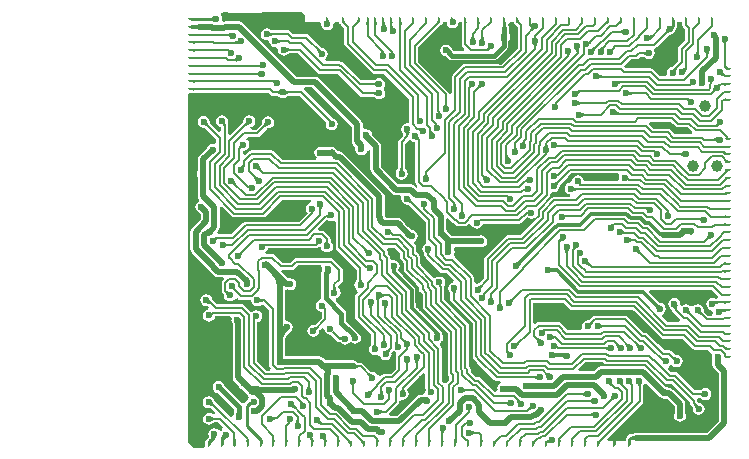
<source format=gbl>
G04*
G04 #@! TF.GenerationSoftware,Altium Limited,Altium Designer,20.2.7 (254)*
G04*
G04 Layer_Physical_Order=2*
G04 Layer_Color=16711680*
%FSLAX25Y25*%
%MOIN*%
G70*
G04*
G04 #@! TF.SameCoordinates,25489B90-ED76-4F5C-8E88-9731D22F464B*
G04*
G04*
G04 #@! TF.FilePolarity,Positive*
G04*
G01*
G75*
%ADD12C,0.00984*%
%ADD13C,0.00787*%
%ADD85C,0.01968*%
%ADD86C,0.01575*%
%ADD87C,0.01181*%
%ADD88C,0.03900*%
%ADD89C,0.02362*%
G04:AMPARAMS|DCode=90|XSize=7.87mil|YSize=1141.73mil|CornerRadius=3.94mil|HoleSize=0mil|Usage=FLASHONLY|Rotation=180.000|XOffset=0mil|YOffset=0mil|HoleType=Round|Shape=RoundedRectangle|*
%AMROUNDEDRECTD90*
21,1,0.00787,1.13386,0,0,180.0*
21,1,0.00000,1.14173,0,0,180.0*
1,1,0.00787,0.00000,0.56693*
1,1,0.00787,0.00000,0.56693*
1,1,0.00787,0.00000,-0.56693*
1,1,0.00787,0.00000,-0.56693*
%
%ADD90ROUNDEDRECTD90*%
G04:AMPARAMS|DCode=91|XSize=9.84mil|YSize=19.68mil|CornerRadius=4.92mil|HoleSize=0mil|Usage=FLASHONLY|Rotation=0.000|XOffset=0mil|YOffset=0mil|HoleType=Round|Shape=RoundedRectangle|*
%AMROUNDEDRECTD91*
21,1,0.00984,0.00984,0,0,0.0*
21,1,0.00000,0.01968,0,0,0.0*
1,1,0.00984,0.00000,-0.00492*
1,1,0.00984,0.00000,-0.00492*
1,1,0.00984,0.00000,0.00492*
1,1,0.00984,0.00000,0.00492*
%
%ADD91ROUNDEDRECTD91*%
G04:AMPARAMS|DCode=92|XSize=9.84mil|YSize=19.68mil|CornerRadius=4.92mil|HoleSize=0mil|Usage=FLASHONLY|Rotation=270.000|XOffset=0mil|YOffset=0mil|HoleType=Round|Shape=RoundedRectangle|*
%AMROUNDEDRECTD92*
21,1,0.00984,0.00984,0,0,270.0*
21,1,0.00000,0.01968,0,0,270.0*
1,1,0.00984,-0.00492,0.00000*
1,1,0.00984,-0.00492,0.00000*
1,1,0.00984,0.00492,0.00000*
1,1,0.00984,0.00492,0.00000*
%
%ADD92ROUNDEDRECTD92*%
G36*
X9578Y142991D02*
X9504Y143047D01*
X9426Y143097D01*
X9342Y143142D01*
X9253Y143181D01*
X9159Y143213D01*
X9060Y143240D01*
X8957Y143261D01*
X8848Y143276D01*
X8734Y143284D01*
X8615Y143287D01*
X8506Y144272D01*
X8625Y144275D01*
X8739Y144286D01*
X8846Y144305D01*
X8946Y144330D01*
X9040Y144363D01*
X9128Y144403D01*
X9209Y144450D01*
X9283Y144505D01*
X9351Y144567D01*
X9413Y144636D01*
X9578Y142991D01*
D02*
G37*
G36*
X137106Y142126D02*
X136319D01*
X136318Y142767D01*
X137107D01*
X137106Y142126D01*
D02*
G37*
G36*
X47909Y142819D02*
X47905Y142792D01*
X47902Y142751D01*
X47893Y142333D01*
X47892Y142069D01*
X47105D01*
X47104Y142209D01*
X47073Y142742D01*
X47063Y142779D01*
X47052Y142801D01*
X47039Y142808D01*
X47913Y142832D01*
X47909Y142819D01*
D02*
G37*
G36*
X102254Y142567D02*
X102229Y142558D01*
X102195Y142538D01*
X102151Y142507D01*
X102038Y142413D01*
X101799Y142191D01*
X101594Y141990D01*
X101021Y142530D01*
X101166Y142681D01*
X101398Y142957D01*
X101484Y143081D01*
X101551Y143197D01*
X101598Y143304D01*
X101626Y143402D01*
X101633Y143491D01*
X101621Y143572D01*
X101589Y143644D01*
X102254Y142567D01*
D02*
G37*
G36*
X145561D02*
X145523Y142555D01*
X145478Y142533D01*
X145424Y142500D01*
X145363Y142457D01*
X145218Y142339D01*
X145042Y142179D01*
X144834Y141977D01*
X144327Y142583D01*
X144472Y142733D01*
X144702Y143007D01*
X144789Y143131D01*
X144855Y143247D01*
X144902Y143354D01*
X144930Y143453D01*
X144938Y143543D01*
X144927Y143624D01*
X144896Y143697D01*
X145561Y142567D01*
D02*
G37*
G36*
X141230D02*
X141193Y142555D01*
X141147Y142533D01*
X141094Y142500D01*
X141033Y142457D01*
X140887Y142339D01*
X140711Y142179D01*
X140504Y141977D01*
X139997Y142583D01*
X140141Y142733D01*
X140372Y143007D01*
X140458Y143131D01*
X140524Y143247D01*
X140571Y143354D01*
X140599Y143453D01*
X140608Y143543D01*
X140596Y143624D01*
X140566Y143697D01*
X141230Y142567D01*
D02*
G37*
G36*
X111175Y143624D02*
X111164Y143543D01*
X111172Y143453D01*
X111200Y143354D01*
X111247Y143247D01*
X111314Y143131D01*
X111400Y143007D01*
X111505Y142875D01*
X111630Y142733D01*
X111775Y142583D01*
X111268Y141977D01*
X111160Y142083D01*
X110739Y142457D01*
X110678Y142500D01*
X110624Y142533D01*
X110579Y142555D01*
X110541Y142567D01*
X111206Y143697D01*
X111175Y143624D01*
D02*
G37*
G36*
X84931Y142567D02*
X84894Y142555D01*
X84848Y142533D01*
X84795Y142500D01*
X84734Y142457D01*
X84588Y142339D01*
X84412Y142179D01*
X84205Y141977D01*
X83698Y142583D01*
X83842Y142733D01*
X84073Y143007D01*
X84159Y143131D01*
X84225Y143247D01*
X84272Y143354D01*
X84300Y143453D01*
X84308Y143543D01*
X84297Y143624D01*
X84267Y143697D01*
X84931Y142567D01*
D02*
G37*
G36*
X58042D02*
X58004Y142555D01*
X57958Y142533D01*
X57905Y142500D01*
X57844Y142457D01*
X57699Y142339D01*
X57522Y142179D01*
X57315Y141977D01*
X56808Y142583D01*
X56952Y142733D01*
X57183Y143007D01*
X57269Y143131D01*
X57336Y143247D01*
X57383Y143354D01*
X57410Y143453D01*
X57419Y143543D01*
X57407Y143624D01*
X57377Y143697D01*
X58042Y142567D01*
D02*
G37*
G36*
X150146Y142808D02*
X150136Y142769D01*
X150127Y142717D01*
X150113Y142570D01*
X150101Y142244D01*
X150098Y141957D01*
X149311D01*
X149310Y142108D01*
X149263Y142808D01*
X149252Y142832D01*
X150157D01*
X150146Y142808D01*
D02*
G37*
G36*
X98177D02*
X98167Y142769D01*
X98159Y142717D01*
X98145Y142570D01*
X98132Y142244D01*
X98130Y141957D01*
X97342D01*
X97342Y142108D01*
X97295Y142808D01*
X97284Y142832D01*
X98188D01*
X98177Y142808D01*
D02*
G37*
G36*
X72193D02*
X72183Y142769D01*
X72174Y142717D01*
X72160Y142570D01*
X72148Y142244D01*
X72146Y141957D01*
X71358D01*
X71358Y142108D01*
X71311Y142808D01*
X71300Y142832D01*
X72204D01*
X72193Y142808D01*
D02*
G37*
G36*
X63906D02*
X63896Y142769D01*
X63887Y142717D01*
X63873Y142570D01*
X63861Y142244D01*
X63858Y141957D01*
X63071D01*
X63070Y142108D01*
X63024Y142808D01*
X63012Y142832D01*
X63917D01*
X63906Y142808D01*
D02*
G37*
G36*
X61288D02*
X61278Y142769D01*
X61269Y142717D01*
X61255Y142570D01*
X61243Y142244D01*
X61240Y141957D01*
X60453D01*
X60452Y142108D01*
X60405Y142808D01*
X60394Y142832D01*
X61299D01*
X61288Y142808D01*
D02*
G37*
G36*
X154469Y142797D02*
X154453Y142749D01*
X154438Y142688D01*
X154426Y142614D01*
X154407Y142428D01*
X154395Y142190D01*
X154391Y141901D01*
X153604Y142014D01*
X153583Y142832D01*
X154488D01*
X154469Y142797D01*
D02*
G37*
G36*
X69149Y142818D02*
X69146Y142790D01*
X69140Y142686D01*
X69132Y142014D01*
X68345Y141901D01*
X68344Y142052D01*
X68310Y142614D01*
X68298Y142688D01*
X68283Y142749D01*
X68267Y142797D01*
X68248Y142832D01*
X69153D01*
X69149Y142818D01*
D02*
G37*
G36*
X176122Y142797D02*
X176106Y142748D01*
X176091Y142687D01*
X176078Y142613D01*
X176059Y142426D01*
X176047Y142188D01*
X176043Y141898D01*
X175256Y142016D01*
X175236Y142832D01*
X176141D01*
X176122Y142797D01*
D02*
G37*
G36*
X167461D02*
X167444Y142748D01*
X167430Y142687D01*
X167417Y142613D01*
X167397Y142426D01*
X167386Y142188D01*
X167382Y141898D01*
X166594Y142016D01*
X166575Y142832D01*
X167480D01*
X167461Y142797D01*
D02*
G37*
G36*
X158800D02*
X158783Y142748D01*
X158768Y142687D01*
X158756Y142613D01*
X158736Y142426D01*
X158724Y142188D01*
X158720Y141898D01*
X157933Y142016D01*
X157914Y142832D01*
X158818D01*
X158800Y142797D01*
D02*
G37*
G36*
X93839D02*
X93822Y142748D01*
X93808Y142687D01*
X93795Y142613D01*
X93775Y142426D01*
X93764Y142188D01*
X93760Y141898D01*
X92972Y142016D01*
X92953Y142832D01*
X93858D01*
X93839Y142797D01*
D02*
G37*
G36*
X119816Y142786D02*
X119793Y142729D01*
X119773Y142660D01*
X119755Y142580D01*
X119740Y142489D01*
X119719Y142274D01*
X119708Y142013D01*
X119706Y141866D01*
X118919Y142138D01*
X118937Y142832D01*
X119842D01*
X119816Y142786D01*
D02*
G37*
G36*
X53101Y143463D02*
X53086Y143384D01*
X53092Y143297D01*
X53118Y143200D01*
X53164Y143094D01*
X53230Y142979D01*
X53317Y142854D01*
X53423Y142720D01*
X53550Y142578D01*
X53696Y142426D01*
X53215Y141794D01*
X52470Y142567D01*
X53135Y143532D01*
X53101Y143463D01*
D02*
G37*
G36*
X106793Y142908D02*
X106798Y142832D01*
X106850D01*
X106839Y142808D01*
X106829Y142769D01*
X106820Y142717D01*
X106811Y142628D01*
X106871Y141723D01*
X106896Y141622D01*
X106924Y141548D01*
X106955Y141501D01*
X105841D01*
X105872Y141548D01*
X105899Y141622D01*
X105924Y141723D01*
X105945Y141852D01*
X105978Y142192D01*
X105984Y142388D01*
X105956Y142808D01*
X105945Y142832D01*
X106000D01*
X106002Y142908D01*
X106004Y143202D01*
X106791D01*
X106793Y142908D01*
D02*
G37*
G36*
X66531Y142818D02*
X66527Y142790D01*
X66522Y142686D01*
X66518Y142342D01*
X66519Y142316D01*
X66533Y142209D01*
X66557Y142107D01*
X66591Y142010D01*
X66634Y141918D01*
X66687Y141831D01*
X66750Y141749D01*
X66822Y141672D01*
X66904Y141600D01*
X66995Y141533D01*
X65370Y141227D01*
X65438Y141330D01*
X65552Y141536D01*
X65598Y141639D01*
X65638Y141743D01*
X65670Y141848D01*
X65695Y141953D01*
X65712Y142058D01*
X65720Y142138D01*
X65692Y142614D01*
X65680Y142688D01*
X65665Y142749D01*
X65649Y142797D01*
X65630Y142832D01*
X66535D01*
X66531Y142818D01*
D02*
G37*
G36*
X3954Y140462D02*
X3889Y140505D01*
X3793Y140544D01*
X3664Y140578D01*
X3504Y140607D01*
X3311Y140632D01*
X2831Y140669D01*
X1870Y140689D01*
Y141673D01*
X2222Y141675D01*
X3504Y141755D01*
X3664Y141785D01*
X3793Y141819D01*
X3889Y141857D01*
X3954Y141901D01*
Y140462D01*
D02*
G37*
G36*
X69137Y141509D02*
X69151Y141402D01*
X69175Y141306D01*
X69209Y141221D01*
X69253Y141146D01*
X69306Y141080D01*
X69368Y141026D01*
X69441Y140981D01*
X69523Y140947D01*
X69614Y140923D01*
X68254Y140089D01*
X68271Y140159D01*
X68287Y140245D01*
X68312Y140460D01*
X68337Y140892D01*
X68345Y141458D01*
X69132Y141625D01*
X69137Y141509D01*
D02*
G37*
G36*
X115493Y142798D02*
X115476Y142752D01*
X115461Y142696D01*
X115449Y142629D01*
X115429Y142463D01*
X115417Y142253D01*
X115416Y142184D01*
X115469Y142156D01*
X115526Y142135D01*
X115583Y142126D01*
X115639Y142127D01*
X115696Y142138D01*
X115753Y142160D01*
X115809Y142193D01*
X115866Y142236D01*
X115663Y141116D01*
X116622Y140157D01*
X116503Y140155D01*
X116388Y140144D01*
X116278Y140125D01*
X116171Y140099D01*
X116069Y140064D01*
X115972Y140022D01*
X115878Y139971D01*
X115789Y139912D01*
X115704Y139846D01*
X115624Y139772D01*
X115067Y140329D01*
X115141Y140409D01*
X115208Y140494D01*
X115266Y140583D01*
X115317Y140676D01*
X115359Y140774D01*
X115394Y140876D01*
X115421Y140982D01*
X115424Y141001D01*
X115406Y141024D01*
X115129Y141326D01*
X114741Y141723D01*
X115027Y142008D01*
X114626Y142016D01*
X114607Y142832D01*
X115511D01*
X115493Y142798D01*
D02*
G37*
G36*
X161602Y139370D02*
X161483Y139367D01*
X161368Y139357D01*
X161258Y139338D01*
X161152Y139311D01*
X161050Y139277D01*
X160952Y139234D01*
X160859Y139184D01*
X160769Y139125D01*
X160685Y139059D01*
X160604Y138984D01*
X160047Y139541D01*
X160122Y139622D01*
X160188Y139706D01*
X160247Y139795D01*
X160297Y139889D01*
X160340Y139987D01*
X160374Y140089D01*
X160401Y140195D01*
X160420Y140305D01*
X160430Y140420D01*
X160433Y140539D01*
X161602Y139370D01*
D02*
G37*
G36*
X146105Y138740D02*
X146019Y138822D01*
X145930Y138896D01*
X145839Y138961D01*
X145745Y139017D01*
X145648Y139065D01*
X145549Y139104D01*
X145448Y139134D01*
X145343Y139156D01*
X145236Y139169D01*
X145127Y139173D01*
Y139961D01*
X145236Y139965D01*
X145343Y139978D01*
X145448Y140000D01*
X145549Y140030D01*
X145648Y140069D01*
X145745Y140117D01*
X145839Y140173D01*
X145930Y140238D01*
X146019Y140311D01*
X146105Y140394D01*
Y138740D01*
D02*
G37*
G36*
X107185Y139384D02*
X107193Y138665D01*
X105546Y138803D01*
X105558Y138820D01*
X105569Y138851D01*
X105579Y138894D01*
X105587Y138950D01*
X105600Y139102D01*
X105610Y139427D01*
X105610Y139562D01*
X107185Y139384D01*
D02*
G37*
G36*
X165784Y142334D02*
Y141772D01*
X165784Y141772D01*
X165875Y141311D01*
X166137Y140920D01*
X166611Y140446D01*
Y136627D01*
X164700Y134716D01*
X164439Y134325D01*
X164347Y133864D01*
X164347Y133864D01*
Y129822D01*
X162566Y128041D01*
X162522Y128008D01*
X162471Y127977D01*
X162417Y127947D01*
X162358Y127918D01*
X162302Y127895D01*
X162136Y127841D01*
X162045Y127819D01*
X161990Y127794D01*
X161721Y127740D01*
X161070Y127305D01*
X160635Y126654D01*
X160482Y125886D01*
X160556Y125515D01*
X160021Y124728D01*
X158410D01*
X156105Y127033D01*
X155714Y127294D01*
X155253Y127385D01*
X155253Y127385D01*
X146857D01*
X146219Y128023D01*
X146226Y128085D01*
X148530Y130390D01*
X150399D01*
X150400Y130390D01*
X150860Y130482D01*
X151251Y130743D01*
X151720Y131212D01*
X152857D01*
X152894Y131204D01*
X152930Y131194D01*
X152966Y131179D01*
X153003Y131161D01*
X153042Y131138D01*
X153084Y131108D01*
X153116Y131082D01*
X153173Y130997D01*
X153824Y130562D01*
X154592Y130409D01*
X155360Y130562D01*
X156011Y130997D01*
X156446Y131648D01*
X156599Y132416D01*
X156446Y133184D01*
X156387Y133273D01*
X156760Y134124D01*
X156764Y134126D01*
X157151Y134385D01*
X161239Y138473D01*
X161270Y138494D01*
X161304Y138512D01*
X161339Y138527D01*
X161379Y138541D01*
X161423Y138552D01*
X161473Y138560D01*
X161514Y138564D01*
X161614Y138544D01*
X162382Y138697D01*
X163033Y139132D01*
X163469Y139783D01*
X163621Y140551D01*
X163586Y140728D01*
X163863Y141142D01*
X163962Y141642D01*
Y142717D01*
X165775D01*
X165784Y142334D01*
D02*
G37*
G36*
X155994Y137885D02*
X155011Y136933D01*
X154833Y138470D01*
X154900Y138417D01*
X154969Y138379D01*
X155041Y138355D01*
X155114Y138347D01*
X155190Y138353D01*
X155269Y138374D01*
X155349Y138410D01*
X155431Y138461D01*
X155516Y138527D01*
X155603Y138608D01*
X155994Y137885D01*
D02*
G37*
G36*
X2585Y139017D02*
X2633Y139000D01*
X2694Y138986D01*
X2768Y138973D01*
X2954Y138954D01*
X3192Y138943D01*
X3481Y138939D01*
X3368Y138151D01*
X2550Y138130D01*
Y139035D01*
X2585Y139017D01*
D02*
G37*
G36*
X14941Y137664D02*
X14878Y137757D01*
X14809Y137840D01*
X14735Y137913D01*
X14656Y137976D01*
X14571Y138030D01*
X14480Y138074D01*
X14384Y138108D01*
X14283Y138132D01*
X14175Y138146D01*
X14063Y138151D01*
X14251Y138939D01*
X14356Y138942D01*
X14462Y138952D01*
X14567Y138969D01*
X14672Y138993D01*
X14778Y139024D01*
X14883Y139061D01*
X14988Y139105D01*
X15092Y139156D01*
X15302Y139278D01*
X14941Y137664D01*
D02*
G37*
G36*
X117104Y137961D02*
X117126Y137699D01*
X117139Y137631D01*
X117156Y137571D01*
X117175Y137521D01*
X117197Y137480D01*
X117221Y137448D01*
X117249Y137425D01*
X116152Y137496D01*
X116183Y137514D01*
X116211Y137542D01*
X116235Y137578D01*
X116256Y137622D01*
X116274Y137675D01*
X116289Y137737D01*
X116301Y137806D01*
X116309Y137885D01*
X116315Y138067D01*
X117103D01*
X117104Y137961D01*
D02*
G37*
G36*
X96264Y137933D02*
X96277Y137826D01*
X96299Y137722D01*
X96329Y137620D01*
X96368Y137521D01*
X96416Y137424D01*
X96472Y137330D01*
X96537Y137239D01*
X96611Y137150D01*
X96693Y137064D01*
X95039D01*
X95122Y137150D01*
X95195Y137239D01*
X95260Y137330D01*
X95316Y137424D01*
X95364Y137521D01*
X95403Y137620D01*
X95433Y137722D01*
X95455Y137826D01*
X95468Y137933D01*
X95472Y138043D01*
X96260D01*
X96264Y137933D01*
D02*
G37*
G36*
X99510Y137715D02*
X99514Y137607D01*
X99526Y137501D01*
X99547Y137396D01*
X99575Y137292D01*
X99611Y137190D01*
X99655Y137090D01*
X99708Y136992D01*
X99768Y136895D01*
X99837Y136799D01*
X99913Y136705D01*
X98265Y136840D01*
X98352Y136918D01*
X98430Y136999D01*
X98499Y137085D01*
X98558Y137174D01*
X98608Y137266D01*
X98650Y137362D01*
X98682Y137462D01*
X98705Y137566D01*
X98718Y137673D01*
X98723Y137784D01*
X99510Y137715D01*
D02*
G37*
G36*
X135440Y136065D02*
X135369Y135990D01*
X135234Y135831D01*
X135170Y135746D01*
X135051Y135565D01*
X134995Y135470D01*
X134892Y135268D01*
X134845Y135162D01*
X134258Y136701D01*
X134353Y136663D01*
X134448Y136637D01*
X134541Y136625D01*
X134633Y136625D01*
X134724Y136638D01*
X134813Y136664D01*
X134902Y136703D01*
X134989Y136755D01*
X135075Y136820D01*
X135160Y136898D01*
X135440Y136065D01*
D02*
G37*
G36*
X107030Y136966D02*
X107017Y136948D01*
X107005Y136918D01*
X106994Y136874D01*
X106985Y136818D01*
X106971Y136665D01*
X106960Y136340D01*
X106959Y136206D01*
X105385Y136438D01*
X105386Y137144D01*
X107030Y136966D01*
D02*
G37*
G36*
X2574Y136425D02*
X2613Y136416D01*
X2665Y136407D01*
X2812Y136393D01*
X3138Y136380D01*
X3425Y136378D01*
Y135591D01*
X3274Y135590D01*
X2574Y135543D01*
X2550Y135532D01*
Y136437D01*
X2574Y136425D01*
D02*
G37*
G36*
X180666Y136373D02*
X180592Y136285D01*
X180527Y136193D01*
X180471Y136099D01*
X180423Y136003D01*
X180384Y135904D01*
X180354Y135802D01*
X180332Y135697D01*
X180319Y135591D01*
X180315Y135481D01*
X179528D01*
X179523Y135591D01*
X179510Y135697D01*
X179489Y135802D01*
X179458Y135904D01*
X179419Y136003D01*
X179372Y136099D01*
X179315Y136193D01*
X179250Y136285D01*
X179177Y136373D01*
X179095Y136460D01*
X180748D01*
X180666Y136373D01*
D02*
G37*
G36*
X18071Y135319D02*
X17960Y135359D01*
X17722Y135427D01*
X17596Y135455D01*
X17326Y135497D01*
X17183Y135512D01*
X16722Y135531D01*
X16618Y136319D01*
X16733Y136324D01*
X16840Y136339D01*
X16938Y136364D01*
X17028Y136399D01*
X17109Y136443D01*
X17183Y136498D01*
X17248Y136563D01*
X17304Y136638D01*
X17353Y136723D01*
X17393Y136818D01*
X18071Y135319D01*
D02*
G37*
G36*
X117418Y135521D02*
X117347Y135428D01*
X117284Y135334D01*
X117230Y135237D01*
X117184Y135138D01*
X117146Y135038D01*
X117117Y134935D01*
X117096Y134830D01*
X117084Y134724D01*
X117079Y134615D01*
X116292Y134578D01*
X116287Y134688D01*
X116274Y134795D01*
X116252Y134899D01*
X116220Y135000D01*
X116180Y135098D01*
X116131Y135192D01*
X116073Y135283D01*
X116006Y135372D01*
X115930Y135457D01*
X115845Y135538D01*
X117497Y135611D01*
X117418Y135521D01*
D02*
G37*
G36*
X101744Y133616D02*
X101704Y133623D01*
X101659Y133621D01*
X101611Y133610D01*
X101559Y133591D01*
X101503Y133563D01*
X101444Y133526D01*
X101381Y133480D01*
X101314Y133426D01*
X101169Y133291D01*
X100612Y133848D01*
X100684Y133922D01*
X100802Y134060D01*
X100847Y134123D01*
X100884Y134182D01*
X100912Y134238D01*
X100932Y134290D01*
X100942Y134338D01*
X100944Y134382D01*
X100937Y134423D01*
X101744Y133616D01*
D02*
G37*
G36*
X139798Y134320D02*
X139720Y134235D01*
X139655Y134149D01*
X139604Y134063D01*
X139566Y133975D01*
X139541Y133887D01*
X139529Y133798D01*
X139530Y133708D01*
X139545Y133617D01*
X139573Y133526D01*
X139614Y133434D01*
X138069Y133965D01*
X138167Y134013D01*
X138370Y134133D01*
X138475Y134204D01*
X138693Y134370D01*
X138921Y134566D01*
X139158Y134793D01*
X139798Y134320D01*
D02*
G37*
G36*
X109523Y142520D02*
X109806Y142097D01*
X110122Y141886D01*
X110134Y141876D01*
X110142Y141873D01*
X110229Y141814D01*
X110260Y141808D01*
X110525Y141573D01*
X110804Y141295D01*
Y134108D01*
X105558Y128862D01*
X93259D01*
X92799Y128770D01*
X92408Y128509D01*
X92408Y128509D01*
X89208Y125309D01*
X88946Y124918D01*
X88855Y124457D01*
X88855Y124457D01*
Y119011D01*
X88067Y118933D01*
X88022Y119162D01*
X87761Y119552D01*
X87761Y119552D01*
X77681Y129633D01*
Y134306D01*
X85025Y141651D01*
X85111Y141729D01*
X85207Y141807D01*
X85243Y141814D01*
X85331Y141873D01*
X85339Y141876D01*
X85350Y141886D01*
X85667Y142097D01*
X85949Y142520D01*
X85988Y142717D01*
X87166D01*
X87319Y141948D01*
X87754Y141297D01*
X88405Y140862D01*
X89173Y140709D01*
X89941Y140862D01*
X90592Y141297D01*
X91027Y141948D01*
X91180Y142717D01*
X92153D01*
X92162Y142334D01*
Y137416D01*
X92162Y137416D01*
Y135380D01*
X92162Y135380D01*
X92254Y134919D01*
X92515Y134528D01*
X92652Y134391D01*
X92652Y134390D01*
X93109Y133934D01*
X92807Y133207D01*
X89651D01*
X88897Y133961D01*
X88862Y134134D01*
X88427Y134785D01*
X87776Y135220D01*
X87008Y135373D01*
X86240Y135220D01*
X85589Y134785D01*
X85154Y134134D01*
X85001Y133366D01*
X85154Y132598D01*
X85589Y131947D01*
X86240Y131512D01*
X86943Y131372D01*
X86955Y131361D01*
X87851Y130466D01*
X88371Y130118D01*
X88986Y129996D01*
X102820D01*
X102820Y129996D01*
X103434Y130118D01*
X103955Y130466D01*
X107307Y133818D01*
X107307Y133818D01*
X107655Y134339D01*
X107778Y134953D01*
Y136563D01*
X108153Y137126D01*
X108306Y137894D01*
X108153Y138662D01*
X108003Y138887D01*
Y140945D01*
X107881Y141559D01*
X107666Y141882D01*
X107662Y141929D01*
X108371Y142717D01*
X109484D01*
X109523Y142520D01*
D02*
G37*
G36*
X136857Y133969D02*
X136782Y133887D01*
X136716Y133802D01*
X136659Y133713D01*
X136610Y133619D01*
X136571Y133522D01*
X136541Y133421D01*
X136520Y133316D01*
X136508Y133207D01*
X136505Y133094D01*
X136511Y132977D01*
X135255Y134052D01*
X135375Y134064D01*
X135491Y134083D01*
X135602Y134108D01*
X135709Y134141D01*
X135811Y134180D01*
X135909Y134226D01*
X136002Y134279D01*
X136091Y134339D01*
X136174Y134406D01*
X136254Y134480D01*
X136857Y133969D01*
D02*
G37*
G36*
X2585Y133820D02*
X2633Y133803D01*
X2694Y133789D01*
X2768Y133776D01*
X2954Y133757D01*
X3192Y133746D01*
X3481Y133742D01*
X3368Y132955D01*
X2550Y132934D01*
Y133838D01*
X2585Y133820D01*
D02*
G37*
G36*
X131533Y133787D02*
X131465Y133691D01*
X131404Y133594D01*
X131352Y133495D01*
X131308Y133395D01*
X131272Y133293D01*
X131243Y133190D01*
X131223Y133085D01*
X131211Y132978D01*
X131207Y132870D01*
X130420Y132800D01*
X130415Y132911D01*
X130401Y133018D01*
X130378Y133121D01*
X130346Y133221D01*
X130305Y133317D01*
X130255Y133410D01*
X130195Y133498D01*
X130126Y133583D01*
X130049Y133665D01*
X129961Y133743D01*
X131609Y133881D01*
X131533Y133787D01*
D02*
G37*
G36*
X66190Y132973D02*
X66204Y132748D01*
X66210Y132711D01*
X66218Y132681D01*
X66226Y132659D01*
X66236Y132645D01*
X66247Y132638D01*
X65367Y132526D01*
X65374Y132535D01*
X65380Y132553D01*
X65385Y132581D01*
X65390Y132619D01*
X65397Y132723D01*
X65402Y133048D01*
X66190D01*
X66190Y132973D01*
D02*
G37*
G36*
X174760Y132830D02*
X174687Y132741D01*
X174622Y132650D01*
X174565Y132556D01*
X174518Y132459D01*
X174479Y132360D01*
X174448Y132258D01*
X174427Y132154D01*
X174414Y132047D01*
X174409Y131938D01*
X173622D01*
X173618Y132047D01*
X173605Y132154D01*
X173583Y132258D01*
X173553Y132360D01*
X173514Y132459D01*
X173466Y132556D01*
X173410Y132650D01*
X173345Y132741D01*
X173271Y132830D01*
X173189Y132916D01*
X174843D01*
X174760Y132830D01*
D02*
G37*
G36*
X171358Y132780D02*
X171360Y132676D01*
X171377Y132468D01*
X171392Y132363D01*
X171435Y132152D01*
X171463Y132045D01*
X171531Y131831D01*
X171571Y131723D01*
X170072Y132401D01*
X170167Y132441D01*
X170252Y132490D01*
X170327Y132547D01*
X170391Y132612D01*
X170446Y132685D01*
X170491Y132766D01*
X170526Y132856D01*
X170551Y132955D01*
X170566Y133061D01*
X170571Y133176D01*
X171358Y132780D01*
D02*
G37*
G36*
X88680Y133021D02*
X87762Y131711D01*
X87667Y131806D01*
X87263Y132158D01*
X87224Y132181D01*
X87193Y132194D01*
X87170Y132196D01*
X88181Y133505D01*
X88680Y133021D01*
D02*
G37*
G36*
X153748Y131589D02*
X153662Y131672D01*
X153573Y131745D01*
X153482Y131810D01*
X153388Y131867D01*
X153291Y131914D01*
X153192Y131953D01*
X153090Y131983D01*
X152986Y132005D01*
X152879Y132018D01*
X152769Y132023D01*
Y132810D01*
X152879Y132814D01*
X152986Y132827D01*
X153090Y132849D01*
X153192Y132879D01*
X153291Y132918D01*
X153388Y132966D01*
X153482Y133022D01*
X153573Y133087D01*
X153662Y133161D01*
X153748Y133243D01*
Y131589D01*
D02*
G37*
G36*
X128348Y132302D02*
X128287Y132233D01*
X128233Y132157D01*
X128187Y132076D01*
X128147Y131988D01*
X128115Y131893D01*
X128090Y131792D01*
X128072Y131685D01*
X128061Y131572D01*
X128057Y131452D01*
X127270D01*
X127266Y131572D01*
X127256Y131685D01*
X127238Y131792D01*
X127213Y131893D01*
X127180Y131988D01*
X127141Y132076D01*
X127094Y132157D01*
X127040Y132233D01*
X126979Y132302D01*
X126911Y132364D01*
X128417D01*
X128348Y132302D01*
D02*
G37*
G36*
X2574Y131229D02*
X2613Y131219D01*
X2665Y131210D01*
X2812Y131196D01*
X3138Y131184D01*
X3425Y131181D01*
Y130394D01*
X3274Y130393D01*
X2574Y130346D01*
X2550Y130335D01*
Y131240D01*
X2574Y131229D01*
D02*
G37*
G36*
X17447Y129586D02*
X17358Y129613D01*
X17258Y129636D01*
X17027Y129675D01*
X16754Y129702D01*
X16267Y129723D01*
X16083Y129724D01*
X15942Y130512D01*
X16058Y130517D01*
X16164Y130531D01*
X16261Y130556D01*
X16348Y130590D01*
X16426Y130634D01*
X16494Y130689D01*
X16552Y130752D01*
X16601Y130826D01*
X16641Y130910D01*
X16671Y131003D01*
X17447Y129586D01*
D02*
G37*
G36*
X2574Y128630D02*
X2613Y128620D01*
X2665Y128611D01*
X2812Y128597D01*
X3138Y128585D01*
X3425Y128583D01*
Y127795D01*
X3274Y127795D01*
X2574Y127748D01*
X2550Y127737D01*
Y128641D01*
X2574Y128630D01*
D02*
G37*
G36*
X180321Y128168D02*
X180702Y127834D01*
X180770Y127786D01*
X180828Y127753D01*
X180875Y127735D01*
X180912Y127731D01*
X180937Y127741D01*
X180166Y127076D01*
X180155Y127113D01*
X180134Y127155D01*
X180105Y127204D01*
X180067Y127260D01*
X179962Y127391D01*
X179821Y127548D01*
X179643Y127731D01*
X180200Y128288D01*
X180321Y128168D01*
D02*
G37*
G36*
X163911Y127127D02*
X163835Y127043D01*
X163770Y126957D01*
X163716Y126868D01*
X163672Y126777D01*
X163639Y126682D01*
X163617Y126584D01*
X163606Y126483D01*
X163606Y126379D01*
X163616Y126272D01*
X163638Y126163D01*
X162235Y127039D01*
X162355Y127068D01*
X162580Y127141D01*
X162685Y127185D01*
X162786Y127233D01*
X162882Y127286D01*
X162973Y127344D01*
X163059Y127407D01*
X163141Y127474D01*
X163217Y127546D01*
X163911Y127127D01*
D02*
G37*
G36*
X167225Y127099D02*
X167150Y127018D01*
X167084Y126934D01*
X167025Y126844D01*
X166975Y126751D01*
X166932Y126653D01*
X166897Y126551D01*
X166871Y126445D01*
X166852Y126335D01*
X166841Y126220D01*
X166839Y126101D01*
X165670Y127270D01*
X165789Y127273D01*
X165903Y127283D01*
X166014Y127302D01*
X166120Y127329D01*
X166222Y127363D01*
X166320Y127406D01*
X166413Y127456D01*
X166502Y127515D01*
X166587Y127581D01*
X166668Y127656D01*
X167225Y127099D01*
D02*
G37*
G36*
X2585Y126024D02*
X2633Y126008D01*
X2694Y125994D01*
X2768Y125981D01*
X2954Y125962D01*
X3192Y125950D01*
X3481Y125947D01*
X3368Y125159D01*
X2550Y125138D01*
Y126043D01*
X2585Y126024D01*
D02*
G37*
G36*
X24804Y124710D02*
X24723Y124795D01*
X24639Y124872D01*
X24551Y124939D01*
X24460Y124997D01*
X24366Y125047D01*
X24269Y125087D01*
X24168Y125119D01*
X24065Y125141D01*
X23957Y125155D01*
X23847Y125159D01*
X23890Y125947D01*
X23999Y125951D01*
X24106Y125963D01*
X24210Y125984D01*
X24313Y126013D01*
X24414Y126050D01*
X24513Y126096D01*
X24610Y126150D01*
X24705Y126212D01*
X24798Y126282D01*
X24889Y126361D01*
X24804Y124710D01*
D02*
G37*
G36*
X179636Y126067D02*
X179656Y125951D01*
X179684Y125840D01*
X179718Y125733D01*
X179759Y125631D01*
X179806Y125533D01*
X179859Y125441D01*
X179920Y125352D01*
X179987Y125269D01*
X180060Y125189D01*
X179562Y124574D01*
X179480Y124649D01*
X179395Y124715D01*
X179306Y124772D01*
X179212Y124819D01*
X179115Y124857D01*
X179015Y124886D01*
X178910Y124906D01*
X178802Y124916D01*
X178690Y124917D01*
X178574Y124909D01*
X179621Y126188D01*
X179636Y126067D01*
D02*
G37*
G36*
X138198Y125398D02*
X138263Y125315D01*
X138334Y125241D01*
X138411Y125177D01*
X138494Y125123D01*
X138583Y125079D01*
X138678Y125044D01*
X138779Y125020D01*
X138886Y125005D01*
X138999Y125000D01*
X138777Y124213D01*
X138672Y124209D01*
X138567Y124200D01*
X138462Y124184D01*
X138356Y124162D01*
X138251Y124133D01*
X138144Y124098D01*
X138038Y124056D01*
X137825Y123954D01*
X137718Y123893D01*
X138139Y125492D01*
X138198Y125398D01*
D02*
G37*
G36*
X144985Y122655D02*
X144891Y122560D01*
X144492Y122108D01*
X144487Y122090D01*
X144071Y123047D01*
X144093Y123033D01*
X144118Y123025D01*
X144147Y123024D01*
X144178Y123031D01*
X144212Y123044D01*
X144249Y123064D01*
X144290Y123090D01*
X144333Y123124D01*
X144379Y123164D01*
X144428Y123212D01*
X144985Y122655D01*
D02*
G37*
G36*
X2574Y123433D02*
X2613Y123423D01*
X2665Y123415D01*
X2812Y123400D01*
X3138Y123388D01*
X3425Y123386D01*
Y122598D01*
X3274Y122598D01*
X2574Y122551D01*
X2550Y122540D01*
Y123444D01*
X2574Y123433D01*
D02*
G37*
G36*
X175777Y122800D02*
X175758Y122789D01*
X175741Y122770D01*
X175726Y122743D01*
X175714Y122708D01*
X175703Y122665D01*
X175694Y122613D01*
X175687Y122554D01*
X175679Y122410D01*
X175678Y122326D01*
X174891D01*
X174890Y122425D01*
X174871Y122726D01*
X174862Y122778D01*
X174852Y122820D01*
X174840Y122853D01*
X174827Y122876D01*
X174812Y122890D01*
X175777Y122800D01*
D02*
G37*
G36*
X178754Y121751D02*
X178683Y121678D01*
X178479Y121440D01*
X178448Y121394D01*
X178426Y121353D01*
X178411Y121317D01*
X178405Y121287D01*
X178407Y121262D01*
X177758Y122037D01*
X177783Y122031D01*
X177812Y122031D01*
X177846Y122039D01*
X177884Y122055D01*
X177926Y122078D01*
X177972Y122109D01*
X178022Y122147D01*
X178135Y122247D01*
X178198Y122308D01*
X178754Y121751D01*
D02*
G37*
G36*
X180431Y121615D02*
X180417Y121619D01*
X180388Y121622D01*
X180285Y121628D01*
X179612Y121635D01*
X179499Y122423D01*
X179650Y122424D01*
X180213Y122458D01*
X180286Y122470D01*
X180347Y122485D01*
X180395Y122501D01*
X180431Y122519D01*
Y121615D01*
D02*
G37*
G36*
X98906Y120965D02*
X98786Y120962D01*
X98672Y120951D01*
X98561Y120932D01*
X98455Y120906D01*
X98353Y120871D01*
X98255Y120828D01*
X98162Y120778D01*
X98073Y120720D01*
X97988Y120653D01*
X97907Y120579D01*
X97351Y121135D01*
X97425Y121216D01*
X97491Y121301D01*
X97550Y121390D01*
X97600Y121483D01*
X97643Y121581D01*
X97677Y121683D01*
X97704Y121789D01*
X97723Y121900D01*
X97734Y122015D01*
X97736Y122134D01*
X98906Y120965D01*
D02*
G37*
G36*
X2574Y120835D02*
X2613Y120825D01*
X2665Y120816D01*
X2812Y120802D01*
X3138Y120790D01*
X3425Y120787D01*
Y120000D01*
X3274Y119999D01*
X2574Y119953D01*
X2550Y119941D01*
Y120846D01*
X2574Y120835D01*
D02*
G37*
G36*
X131704Y119505D02*
X131296Y119051D01*
X130825Y119854D01*
X130840Y119848D01*
X130859Y119847D01*
X130882Y119853D01*
X130908Y119864D01*
X130938Y119882D01*
X130973Y119906D01*
X131010Y119936D01*
X131098Y120014D01*
X131147Y120062D01*
X131704Y119505D01*
D02*
G37*
G36*
X177356Y119787D02*
X177236Y119774D01*
X177120Y119754D01*
X177009Y119728D01*
X176902Y119695D01*
X176800Y119655D01*
X176702Y119608D01*
X176609Y119555D01*
X176521Y119494D01*
X176437Y119428D01*
X176358Y119354D01*
X175748Y119858D01*
X175824Y119940D01*
X175890Y120025D01*
X175946Y120115D01*
X175994Y120208D01*
X176033Y120305D01*
X176062Y120406D01*
X176082Y120511D01*
X176094Y120619D01*
X176096Y120732D01*
X176088Y120848D01*
X177356Y119787D01*
D02*
G37*
G36*
X180431Y119016D02*
X180417Y119020D01*
X180388Y119024D01*
X180286Y119030D01*
X179617Y119037D01*
Y119825D01*
X179745Y119825D01*
X180231Y119859D01*
X180297Y119872D01*
X180352Y119886D01*
X180397Y119903D01*
X180431Y119921D01*
Y119016D01*
D02*
G37*
G36*
X33508Y120134D02*
X33597Y120061D01*
X33689Y119996D01*
X33783Y119939D01*
X33879Y119892D01*
X33978Y119853D01*
X34080Y119822D01*
X34184Y119801D01*
X34291Y119788D01*
X34401Y119783D01*
Y118996D01*
X34291Y118992D01*
X34184Y118979D01*
X34080Y118957D01*
X33978Y118927D01*
X33879Y118888D01*
X33783Y118840D01*
X33689Y118784D01*
X33597Y118719D01*
X33508Y118645D01*
X33422Y118563D01*
Y120217D01*
X33508Y120134D01*
D02*
G37*
G36*
X31735Y118563D02*
X31649Y118645D01*
X31560Y118719D01*
X31469Y118784D01*
X31375Y118840D01*
X31278Y118888D01*
X31179Y118927D01*
X31077Y118957D01*
X30973Y118979D01*
X30866Y118992D01*
X30757Y118996D01*
Y119783D01*
X30866Y119788D01*
X30973Y119801D01*
X31077Y119822D01*
X31179Y119853D01*
X31278Y119892D01*
X31375Y119939D01*
X31469Y119996D01*
X31560Y120061D01*
X31649Y120134D01*
X31735Y120217D01*
Y118563D01*
D02*
G37*
G36*
X147977Y119741D02*
X148066Y119667D01*
X148157Y119602D01*
X148251Y119546D01*
X148348Y119498D01*
X148447Y119459D01*
X148549Y119429D01*
X148653Y119407D01*
X148760Y119394D01*
X148870Y119390D01*
Y118602D01*
X148760Y118598D01*
X148653Y118585D01*
X148549Y118563D01*
X148447Y118533D01*
X148348Y118494D01*
X148251Y118447D01*
X148157Y118390D01*
X148066Y118325D01*
X147977Y118252D01*
X147891Y118169D01*
Y119823D01*
X147977Y119741D01*
D02*
G37*
G36*
X180431Y116418D02*
X180406Y116429D01*
X180368Y116439D01*
X180315Y116448D01*
X180168Y116462D01*
X179843Y116474D01*
X179556Y116476D01*
Y117264D01*
X179706Y117264D01*
X180406Y117311D01*
X180431Y117322D01*
Y116418D01*
D02*
G37*
G36*
X167939Y117342D02*
X168106Y117201D01*
X168154Y117169D01*
X168197Y117146D01*
X168236Y117129D01*
X168271Y117121D01*
X168302Y117120D01*
X168328Y117127D01*
X167660Y116354D01*
X167662Y116381D01*
X167657Y116412D01*
X167643Y116449D01*
X167621Y116490D01*
X167591Y116537D01*
X167552Y116589D01*
X167452Y116708D01*
X167318Y116848D01*
X167875Y117404D01*
X167939Y117342D01*
D02*
G37*
G36*
X131054Y116498D02*
X131143Y116425D01*
X131234Y116360D01*
X131328Y116303D01*
X131425Y116256D01*
X131524Y116217D01*
X131626Y116186D01*
X131730Y116165D01*
X131837Y116152D01*
X131947Y116147D01*
Y115360D01*
X131837Y115356D01*
X131730Y115343D01*
X131626Y115321D01*
X131524Y115291D01*
X131425Y115252D01*
X131328Y115204D01*
X131234Y115148D01*
X131143Y115083D01*
X131054Y115009D01*
X130968Y114927D01*
Y116580D01*
X131054Y116498D01*
D02*
G37*
G36*
X87308Y115492D02*
X87321Y115385D01*
X87342Y115281D01*
X87372Y115179D01*
X87411Y115080D01*
X87459Y114983D01*
X87515Y114889D01*
X87580Y114798D01*
X87654Y114709D01*
X87736Y114623D01*
X86083D01*
X86165Y114709D01*
X86239Y114798D01*
X86304Y114889D01*
X86360Y114983D01*
X86408Y115080D01*
X86446Y115179D01*
X86477Y115281D01*
X86498Y115385D01*
X86511Y115492D01*
X86516Y115602D01*
X87303D01*
X87308Y115492D01*
D02*
G37*
G36*
X143830Y113101D02*
X143887Y113016D01*
X143951Y112941D01*
X144022Y112876D01*
X144100Y112821D01*
X144186Y112777D01*
X144278Y112742D01*
X144378Y112717D01*
X144485Y112702D01*
X144599Y112697D01*
X144298Y111909D01*
X144195Y111907D01*
X143987Y111885D01*
X143881Y111866D01*
X143667Y111811D01*
X143559Y111776D01*
X143340Y111688D01*
X143229Y111636D01*
X143780Y113195D01*
X143830Y113101D01*
D02*
G37*
G36*
X132239Y112655D02*
X132327Y112581D01*
X132418Y112516D01*
X132512Y112460D01*
X132608Y112412D01*
X132707Y112373D01*
X132809Y112342D01*
X132913Y112320D01*
X133020Y112308D01*
X133130Y112303D01*
X133126Y111516D01*
X133016Y111511D01*
X132910Y111498D01*
X132805Y111477D01*
X132703Y111447D01*
X132604Y111408D01*
X132507Y111360D01*
X132413Y111304D01*
X132321Y111240D01*
X132232Y111166D01*
X132145Y111084D01*
X132153Y112738D01*
X132239Y112655D01*
D02*
G37*
G36*
X39862Y145208D02*
Y142717D01*
X44950D01*
X45450Y142108D01*
X45434Y142027D01*
X45587Y141259D01*
X46022Y140608D01*
X46673Y140173D01*
X47441Y140021D01*
X48209Y140173D01*
X48860Y140608D01*
X49295Y141259D01*
X49448Y142027D01*
X49432Y142108D01*
X49932Y142717D01*
X51413D01*
X51452Y142520D01*
X51735Y142097D01*
X51872Y142005D01*
X51904Y141958D01*
X53127Y140735D01*
Y135568D01*
X53127Y135568D01*
X53218Y135107D01*
X53479Y134717D01*
X62276Y125920D01*
X62276Y125920D01*
X62666Y125659D01*
X63127Y125567D01*
X66467D01*
X74780Y117254D01*
Y109483D01*
X74171Y108984D01*
X74114Y108995D01*
X73346Y108843D01*
X72695Y108407D01*
X72260Y107756D01*
X72107Y106988D01*
X72260Y106220D01*
X72695Y105569D01*
X72511Y104824D01*
X71294Y103607D01*
X71033Y103217D01*
X70941Y102756D01*
X70941Y102756D01*
Y96519D01*
X70941Y96519D01*
X70941Y96519D01*
Y93959D01*
X70934Y93922D01*
X70923Y93886D01*
X70909Y93850D01*
X70891Y93813D01*
X70867Y93774D01*
X70838Y93732D01*
X70811Y93700D01*
X70727Y93644D01*
X70291Y92993D01*
X70139Y92224D01*
X70291Y91456D01*
X70727Y90805D01*
X71378Y90370D01*
X72146Y90217D01*
X72914Y90370D01*
X73565Y90805D01*
X74000Y91456D01*
X74153Y92224D01*
X74000Y92993D01*
X73565Y93644D01*
X73480Y93700D01*
X73454Y93732D01*
X73424Y93774D01*
X73401Y93813D01*
X73383Y93850D01*
X73368Y93886D01*
X73357Y93922D01*
X73350Y93959D01*
Y96519D01*
X73350Y96519D01*
Y102257D01*
X74555Y103463D01*
X75156Y103404D01*
X75807Y102969D01*
X76575Y102816D01*
X76752Y102048D01*
Y89577D01*
X76752Y89577D01*
X76844Y89116D01*
X77105Y88726D01*
X77433Y88398D01*
X77174Y87543D01*
X77169Y87542D01*
X76520Y88191D01*
X75934Y88582D01*
X75242Y88720D01*
X70991D01*
X65290Y94420D01*
Y101476D01*
X65153Y102168D01*
X64762Y102754D01*
X62433Y105082D01*
X62440Y105118D01*
X62287Y105886D01*
X61852Y106537D01*
X61201Y106973D01*
X60433Y107125D01*
X59976Y107034D01*
X59188Y107529D01*
Y108661D01*
X59051Y109353D01*
X58659Y109939D01*
X44486Y124112D01*
X43900Y124504D01*
X43209Y124641D01*
X37067D01*
X19250Y142458D01*
X18664Y142850D01*
X17972Y142988D01*
X17661D01*
X17365Y143046D01*
X13386D01*
X12950Y142960D01*
X12382Y143401D01*
X12276Y143568D01*
X12342Y143898D01*
X12189Y144666D01*
X11842Y145185D01*
X11991Y145673D01*
X12190Y145973D01*
X39087Y145995D01*
X39862Y145208D01*
D02*
G37*
G36*
X178013Y108314D02*
X177972Y108321D01*
X177928Y108319D01*
X177880Y108308D01*
X177828Y108289D01*
X177772Y108261D01*
X177713Y108224D01*
X177650Y108178D01*
X177583Y108124D01*
X177438Y107989D01*
X176881Y108546D01*
X176953Y108620D01*
X177070Y108758D01*
X177116Y108821D01*
X177153Y108880D01*
X177181Y108936D01*
X177200Y108988D01*
X177211Y109036D01*
X177213Y109080D01*
X177206Y109121D01*
X178013Y108314D01*
D02*
G37*
G36*
X21445Y108563D02*
X21326Y108560D01*
X21211Y108550D01*
X21100Y108531D01*
X20994Y108504D01*
X20892Y108470D01*
X20794Y108427D01*
X20701Y108377D01*
X20612Y108318D01*
X20527Y108252D01*
X20447Y108177D01*
X19890Y108734D01*
X19964Y108815D01*
X20031Y108899D01*
X20089Y108988D01*
X20140Y109082D01*
X20182Y109179D01*
X20217Y109282D01*
X20244Y109388D01*
X20262Y109498D01*
X20273Y109613D01*
X20276Y109732D01*
X21445Y108563D01*
D02*
G37*
G36*
X13253Y109036D02*
X13251Y109014D01*
X13256Y108989D01*
X13267Y108960D01*
X13284Y108928D01*
X13308Y108892D01*
X13338Y108852D01*
X13418Y108761D01*
X13467Y108711D01*
X12911Y108154D01*
X12830Y108234D01*
X12468Y108555D01*
X12446Y108567D01*
X12431Y108570D01*
X13262Y109054D01*
X13253Y109036D01*
D02*
G37*
G36*
X7385Y109416D02*
X7395Y109301D01*
X7414Y109191D01*
X7441Y109085D01*
X7475Y108983D01*
X7518Y108885D01*
X7568Y108792D01*
X7627Y108703D01*
X7693Y108618D01*
X7768Y108537D01*
X7211Y107980D01*
X7130Y108055D01*
X7046Y108121D01*
X6956Y108180D01*
X6863Y108230D01*
X6765Y108273D01*
X6663Y108307D01*
X6557Y108334D01*
X6447Y108353D01*
X6332Y108363D01*
X6213Y108366D01*
X7382Y109535D01*
X7385Y109416D01*
D02*
G37*
G36*
X27646Y108169D02*
X27527Y108167D01*
X27412Y108156D01*
X27301Y108137D01*
X27195Y108110D01*
X27093Y108076D01*
X26995Y108033D01*
X26902Y107983D01*
X26813Y107924D01*
X26728Y107858D01*
X26647Y107783D01*
X26091Y108340D01*
X26165Y108421D01*
X26232Y108506D01*
X26290Y108595D01*
X26340Y108688D01*
X26383Y108786D01*
X26418Y108888D01*
X26444Y108994D01*
X26463Y109105D01*
X26474Y109220D01*
X26476Y109339D01*
X27646Y108169D01*
D02*
G37*
G36*
X55576Y107913D02*
Y103012D01*
X55713Y102320D01*
X56105Y101734D01*
X56757Y101082D01*
Y100709D01*
X56785Y100567D01*
X56753Y100405D01*
X56906Y99637D01*
X57341Y98986D01*
X57992Y98551D01*
X58760Y98398D01*
X59528Y98551D01*
X60179Y98986D01*
X60614Y99637D01*
X60658Y99858D01*
X61539Y100249D01*
X61678Y100165D01*
Y93672D01*
X61815Y92980D01*
X62207Y92394D01*
X68965Y85636D01*
X69551Y85245D01*
X70242Y85107D01*
X71543D01*
X72084Y84320D01*
X72012Y83961D01*
X72165Y83193D01*
X72600Y82542D01*
X73251Y82107D01*
X74019Y81954D01*
X74153Y81980D01*
X74199Y81981D01*
X74251Y81979D01*
X74295Y81973D01*
X74333Y81965D01*
X74366Y81954D01*
X74396Y81942D01*
X74426Y81927D01*
X74453Y81909D01*
X80193Y76169D01*
Y70368D01*
X80193Y70368D01*
X80285Y69907D01*
X80353Y69806D01*
X80256Y69119D01*
X80076Y68873D01*
X79585Y68545D01*
X79150Y67894D01*
X78997Y67126D01*
X79150Y66358D01*
X79585Y65707D01*
X79669Y65650D01*
X79696Y65618D01*
X79725Y65577D01*
X79749Y65538D01*
X79767Y65500D01*
X79781Y65465D01*
X79792Y65428D01*
X79800Y65391D01*
Y65158D01*
X79800Y65158D01*
X79891Y64697D01*
X80152Y64306D01*
X84975Y59483D01*
X85366Y59222D01*
X85827Y59130D01*
X85827Y59130D01*
X87271D01*
X89606Y56796D01*
X89315Y55973D01*
X88897Y55890D01*
X88246Y55455D01*
X87811Y54803D01*
X87658Y54035D01*
X87811Y53267D01*
X88246Y52616D01*
X88331Y52560D01*
X88358Y52527D01*
X88387Y52486D01*
X88410Y52447D01*
X88428Y52410D01*
X88443Y52374D01*
X88454Y52338D01*
X88461Y52301D01*
Y50249D01*
X88461Y50249D01*
X88553Y49788D01*
X88814Y49398D01*
X95745Y42467D01*
Y31318D01*
X95745Y31318D01*
X95836Y30857D01*
X96097Y30467D01*
X97240Y29324D01*
X97278Y29267D01*
X103086Y23459D01*
X103476Y23198D01*
X103937Y23107D01*
X103937Y23107D01*
X105032D01*
X105176Y22319D01*
X104683Y21990D01*
X104248Y21339D01*
X104095Y20571D01*
X104142Y20336D01*
X103611Y19570D01*
X103085Y19510D01*
X98514Y24080D01*
X98124Y24341D01*
X97663Y24433D01*
X97663Y24433D01*
X97054D01*
X95200Y26286D01*
Y27049D01*
X95200Y27049D01*
X95109Y27510D01*
X94848Y27901D01*
X94848Y27901D01*
X94610Y28139D01*
Y30353D01*
X94587Y30890D01*
X94610Y30893D01*
Y41498D01*
X94610Y41498D01*
X94518Y41959D01*
X94257Y42350D01*
X86342Y50265D01*
Y54801D01*
X86334Y54840D01*
X86598Y55236D01*
X86751Y56004D01*
X86598Y56772D01*
X86163Y57423D01*
X85512Y57858D01*
X84744Y58011D01*
X83976Y57858D01*
X83325Y57423D01*
X82994Y57390D01*
X78471Y61913D01*
Y64322D01*
X78380Y64783D01*
X78119Y65173D01*
X78119Y65173D01*
X77188Y66104D01*
Y67224D01*
X77165Y67227D01*
X77178Y67513D01*
X77097Y67920D01*
X76836Y68311D01*
X76298Y68849D01*
X76538Y69722D01*
X77010Y70038D01*
X77445Y70689D01*
X77598Y71457D01*
X77445Y72225D01*
X77010Y72876D01*
X76359Y73311D01*
X75598Y73462D01*
X72090Y76970D01*
X71504Y77361D01*
X70813Y77499D01*
X67015D01*
X66942Y77589D01*
X66789Y78357D01*
X66472Y78831D01*
Y84696D01*
X66334Y85387D01*
X65943Y85973D01*
X52800Y99116D01*
X52214Y99507D01*
X51522Y99645D01*
X51048D01*
X50104Y100588D01*
X49518Y100980D01*
X48827Y101117D01*
X48332Y101019D01*
X45919D01*
X45847Y101067D01*
X45079Y101220D01*
X44311Y101067D01*
X43659Y100632D01*
X43224Y99981D01*
X43072Y99213D01*
X43224Y98444D01*
X43659Y97793D01*
X43852Y97665D01*
X43613Y96877D01*
X32340D01*
X29547Y99670D01*
X29157Y99932D01*
X28696Y100023D01*
X28696Y100023D01*
X22090D01*
X22090Y100023D01*
X21629Y99932D01*
X21238Y99670D01*
X19946Y98378D01*
X19218Y98679D01*
Y99193D01*
X19390Y99961D01*
X20158Y100114D01*
X20809Y100549D01*
X21244Y101200D01*
X21397Y101969D01*
X21244Y102737D01*
X20809Y103388D01*
X20495Y103598D01*
X20466Y103721D01*
X20953Y104499D01*
X24010D01*
X24010Y104499D01*
X24471Y104590D01*
X24861Y104851D01*
X27283Y107273D01*
X27314Y107293D01*
X27347Y107311D01*
X27383Y107326D01*
X27422Y107340D01*
X27466Y107351D01*
X27516Y107359D01*
X27558Y107363D01*
X27657Y107343D01*
X28426Y107496D01*
X29077Y107931D01*
X29512Y108582D01*
X29665Y109350D01*
X29512Y110118D01*
X29077Y110770D01*
X28426Y111205D01*
X27657Y111357D01*
X26889Y111205D01*
X26238Y110770D01*
X25803Y110118D01*
X25650Y109350D01*
X25670Y109251D01*
X25666Y109209D01*
X25658Y109159D01*
X25647Y109115D01*
X25633Y109075D01*
X25618Y109040D01*
X25600Y109007D01*
X25580Y108976D01*
X23511Y106907D01*
X22171D01*
X21751Y107694D01*
X21829Y107811D01*
X22225Y107890D01*
X22876Y108325D01*
X23311Y108976D01*
X23464Y109744D01*
X23311Y110512D01*
X22876Y111163D01*
X22225Y111598D01*
X21457Y111751D01*
X20689Y111598D01*
X20038Y111163D01*
X19602Y110512D01*
X19450Y109744D01*
X19469Y109644D01*
X19466Y109603D01*
X19457Y109553D01*
X19446Y109509D01*
X19433Y109469D01*
X19417Y109434D01*
X19399Y109400D01*
X19379Y109369D01*
X15121Y105111D01*
X14393Y105412D01*
Y108432D01*
X14393Y108432D01*
X14302Y108893D01*
X14178Y109078D01*
X14310Y109744D01*
X14157Y110512D01*
X13722Y111163D01*
X13071Y111598D01*
X12303Y111751D01*
X11535Y111598D01*
X10884Y111163D01*
X10449Y110512D01*
X10296Y109744D01*
X10449Y108976D01*
X10884Y108325D01*
X11535Y107890D01*
X11985Y107800D01*
Y106495D01*
X11257Y106194D01*
X8279Y109172D01*
X8258Y109204D01*
X8240Y109237D01*
X8225Y109272D01*
X8211Y109312D01*
X8200Y109356D01*
X8192Y109406D01*
X8188Y109448D01*
X8208Y109547D01*
X8055Y110315D01*
X7620Y110967D01*
X6969Y111401D01*
X6201Y111554D01*
X5433Y111401D01*
X4782Y110967D01*
X4346Y110315D01*
X4194Y109547D01*
X4346Y108779D01*
X4782Y108128D01*
X5433Y107693D01*
X6201Y107540D01*
X6301Y107560D01*
X6342Y107556D01*
X6392Y107548D01*
X6436Y107537D01*
X6476Y107523D01*
X6511Y107508D01*
X6544Y107490D01*
X6576Y107469D01*
X10410Y103635D01*
Y102764D01*
X9623Y102229D01*
X9252Y102302D01*
X8484Y102150D01*
X7833Y101715D01*
X7398Y101063D01*
X7354Y100846D01*
X4825Y98316D01*
X4434Y97730D01*
X4296Y97039D01*
Y93457D01*
X4051Y93091D01*
X3898Y92323D01*
X4051Y91555D01*
X4296Y91188D01*
Y84842D01*
X4434Y84151D01*
X4631Y83855D01*
X4635Y83663D01*
X4486Y83034D01*
X4391Y82885D01*
X3994Y82620D01*
X3559Y81969D01*
X3406Y81201D01*
X3559Y80433D01*
X3994Y79782D01*
X4645Y79347D01*
X4730Y79330D01*
X5182Y78878D01*
Y77087D01*
X2266Y74171D01*
X1874Y73585D01*
X1737Y72894D01*
Y67028D01*
X1874Y66336D01*
X2266Y65750D01*
X7890Y60126D01*
X7975Y60000D01*
X9704Y58270D01*
X10290Y57878D01*
X10982Y57741D01*
X12594D01*
X12895Y57013D01*
X12534Y56653D01*
X12273Y56262D01*
X12182Y55801D01*
X12182Y55801D01*
Y53248D01*
X12182Y53248D01*
X12273Y52787D01*
X12534Y52397D01*
X12883Y52048D01*
X12903Y52017D01*
X12921Y51983D01*
X12937Y51948D01*
X12950Y51909D01*
X12961Y51865D01*
X12969Y51815D01*
X12973Y51773D01*
X12954Y51673D01*
X13106Y50905D01*
X13541Y50254D01*
X14193Y49819D01*
X14961Y49666D01*
X15729Y49819D01*
X16380Y50254D01*
X16590Y50568D01*
X17525Y50746D01*
X17745Y50526D01*
X18136Y50265D01*
X18597Y50174D01*
X21964D01*
X22107Y50000D01*
X22260Y49232D01*
X22695Y48581D01*
X23346Y48146D01*
X24114Y47993D01*
X24882Y48146D01*
X25533Y48581D01*
X26278Y48397D01*
X28028Y46647D01*
Y28451D01*
X28028Y28451D01*
X28120Y27990D01*
X28381Y27599D01*
X28655Y27325D01*
X28353Y26598D01*
X27296D01*
X24137Y29756D01*
Y42859D01*
X24489Y42929D01*
X25140Y43364D01*
X25575Y44015D01*
X25728Y44783D01*
X25575Y45551D01*
X25140Y46203D01*
X24489Y46638D01*
X23720Y46791D01*
X22952Y46638D01*
X22301Y46203D01*
X22021Y46175D01*
X19904Y48292D01*
X19513Y48553D01*
X19052Y48645D01*
X19052Y48645D01*
X10637D01*
X9243Y50039D01*
X9211Y50083D01*
X9178Y50134D01*
X9147Y50189D01*
X9118Y50249D01*
X9094Y50305D01*
X9038Y50473D01*
X9015Y50564D01*
X8991Y50614D01*
X8941Y50867D01*
X8506Y51518D01*
X7855Y51953D01*
X7087Y52105D01*
X6318Y51953D01*
X5667Y51518D01*
X5232Y50867D01*
X5080Y50098D01*
X5232Y49330D01*
X5667Y48679D01*
X6318Y48244D01*
X7087Y48091D01*
X7465Y48167D01*
X7516Y48167D01*
X7939Y47757D01*
X8005Y47657D01*
X7690Y46931D01*
X7204Y46835D01*
X6553Y46400D01*
X6118Y45748D01*
X5965Y44980D01*
X6118Y44212D01*
X6553Y43561D01*
X7204Y43126D01*
X7972Y42973D01*
X8741Y43126D01*
X9392Y43561D01*
X9827Y44212D01*
X9916Y44662D01*
X14953D01*
X15488Y43874D01*
X15414Y43504D01*
X15567Y42736D01*
X15812Y42369D01*
Y24311D01*
X15949Y23620D01*
X16341Y23034D01*
X17617Y21757D01*
X17634Y21673D01*
X18069Y21022D01*
X18720Y20587D01*
X18805Y20570D01*
X21086Y18288D01*
X21315Y17784D01*
X21088Y17083D01*
X20664Y16801D01*
X19784Y15921D01*
X19647Y15861D01*
X18996Y15837D01*
X18748Y15904D01*
X13162Y21490D01*
X13075Y21929D01*
X12640Y22581D01*
X11988Y23016D01*
X11220Y23168D01*
X10452Y23016D01*
X9801Y22581D01*
X9366Y21929D01*
X9213Y21161D01*
X9366Y20393D01*
X9801Y19742D01*
X10452Y19307D01*
X10873Y19223D01*
X11017Y19094D01*
X16308Y13803D01*
Y12164D01*
X16059Y11792D01*
X15972Y11353D01*
X15159Y11052D01*
X10049Y16162D01*
X9993Y16231D01*
X9963Y16273D01*
X9876Y16416D01*
X9846Y16473D01*
X9768Y16646D01*
X9754Y16681D01*
X9728Y16811D01*
X9293Y17462D01*
X8642Y17898D01*
X7874Y18050D01*
X7106Y17898D01*
X6455Y17462D01*
X6020Y16811D01*
X5867Y16043D01*
X6020Y15275D01*
X6455Y14624D01*
X7106Y14189D01*
X7874Y14036D01*
X8620Y14185D01*
X9943Y12862D01*
X9969Y12413D01*
X9825Y12117D01*
X9704Y11987D01*
X9313Y12003D01*
X8741Y12386D01*
X7972Y12539D01*
X7204Y12386D01*
X6553Y11951D01*
X6118Y11300D01*
X5965Y10531D01*
X6118Y9763D01*
X6553Y9112D01*
X7204Y8677D01*
X7972Y8524D01*
X8741Y8677D01*
X9392Y9112D01*
X9448Y9197D01*
X9480Y9224D01*
X9522Y9253D01*
X9561Y9276D01*
X9598Y9295D01*
X9634Y9309D01*
X9670Y9320D01*
X9707Y9327D01*
X11115D01*
X12644Y7798D01*
X12442Y6887D01*
X12065Y6636D01*
X11206Y6768D01*
X11163Y6833D01*
X10512Y7268D01*
X9744Y7420D01*
X8976Y7268D01*
X8325Y6833D01*
X7890Y6182D01*
X7737Y5413D01*
X7890Y4645D01*
X7920Y4600D01*
X6893Y3572D01*
X6610Y3149D01*
X6511Y2650D01*
Y2281D01*
X6511Y2280D01*
Y1567D01*
X6063Y846D01*
X5853Y787D01*
X2988D01*
X886Y2889D01*
Y118685D01*
X1378Y119089D01*
X2362D01*
X2700Y119156D01*
X3195Y119190D01*
X27926D01*
X28578Y118538D01*
X28578Y118538D01*
X28968Y118277D01*
X29429Y118185D01*
X29429Y118185D01*
X30844D01*
X30881Y118178D01*
X30917Y118167D01*
X30953Y118153D01*
X30990Y118135D01*
X31029Y118111D01*
X31071Y118082D01*
X31103Y118055D01*
X31159Y117971D01*
X31811Y117535D01*
X32579Y117383D01*
X33347Y117535D01*
X33998Y117971D01*
X34054Y118055D01*
X34087Y118082D01*
X34128Y118111D01*
X34167Y118135D01*
X34204Y118153D01*
X34240Y118167D01*
X34277Y118178D01*
X34313Y118185D01*
X38281D01*
X47059Y109408D01*
X46910Y108661D01*
X47063Y107893D01*
X47498Y107242D01*
X48149Y106807D01*
X48917Y106654D01*
X49685Y106807D01*
X50336Y107242D01*
X50772Y107893D01*
X50924Y108661D01*
X50772Y109430D01*
X50336Y110081D01*
X49685Y110516D01*
X49252Y110602D01*
X49214Y110659D01*
X49214Y110659D01*
X39632Y120241D01*
X39632Y120243D01*
X39871Y121028D01*
X42460D01*
X55576Y107913D01*
D02*
G37*
G36*
X163326Y108105D02*
X163326Y108105D01*
X163717Y107844D01*
X164178Y107753D01*
X164178Y107753D01*
X167606D01*
X169134Y106224D01*
X168808Y105436D01*
X163277D01*
X161858Y106855D01*
X161467Y107116D01*
X161006Y107208D01*
X161006Y107208D01*
X156213D01*
X154685Y108737D01*
X154748Y109116D01*
X154970Y109524D01*
X161907D01*
X163326Y108105D01*
D02*
G37*
G36*
X82133Y106591D02*
X82148Y106485D01*
X82173Y106388D01*
X82208Y106299D01*
X82252Y106220D01*
X82306Y106150D01*
X82371Y106089D01*
X82445Y106037D01*
X82529Y105994D01*
X82623Y105960D01*
X81174Y105221D01*
X81206Y105317D01*
X81259Y105512D01*
X81281Y105612D01*
X81326Y105921D01*
X81334Y106027D01*
X81341Y106243D01*
X82128Y106707D01*
X82133Y106591D01*
D02*
G37*
G36*
X74859Y106059D02*
X74785Y105970D01*
X74720Y105878D01*
X74664Y105784D01*
X74616Y105688D01*
X74577Y105589D01*
X74547Y105487D01*
X74525Y105383D01*
X74512Y105275D01*
X74508Y105166D01*
X73721D01*
X73716Y105275D01*
X73703Y105383D01*
X73681Y105487D01*
X73651Y105589D01*
X73612Y105688D01*
X73565Y105784D01*
X73508Y105878D01*
X73443Y105970D01*
X73370Y106059D01*
X73287Y106145D01*
X74941D01*
X74859Y106059D01*
D02*
G37*
G36*
X77759Y104692D02*
X77769Y104577D01*
X77788Y104466D01*
X77815Y104360D01*
X77849Y104258D01*
X77892Y104161D01*
X77942Y104067D01*
X78001Y103978D01*
X78067Y103893D01*
X78142Y103813D01*
X77585Y103256D01*
X77504Y103330D01*
X77420Y103397D01*
X77330Y103455D01*
X77237Y103506D01*
X77139Y103548D01*
X77037Y103583D01*
X76931Y103610D01*
X76821Y103628D01*
X76706Y103639D01*
X76587Y103642D01*
X77756Y104811D01*
X77759Y104692D01*
D02*
G37*
G36*
X177306Y102815D02*
X177220Y102897D01*
X177131Y102971D01*
X177040Y103036D01*
X176946Y103092D01*
X176849Y103140D01*
X176750Y103179D01*
X176648Y103209D01*
X176544Y103231D01*
X176437Y103244D01*
X176327Y103248D01*
Y104035D01*
X176437Y104040D01*
X176544Y104053D01*
X176648Y104074D01*
X176750Y104105D01*
X176849Y104144D01*
X176946Y104191D01*
X177040Y104248D01*
X177131Y104313D01*
X177220Y104386D01*
X177306Y104469D01*
Y102815D01*
D02*
G37*
G36*
X120772Y102008D02*
X120785Y101901D01*
X120807Y101797D01*
X120837Y101695D01*
X120876Y101596D01*
X120924Y101499D01*
X120980Y101405D01*
X121045Y101314D01*
X121118Y101225D01*
X121201Y101139D01*
X119547D01*
X119630Y101225D01*
X119703Y101314D01*
X119768Y101405D01*
X119824Y101499D01*
X119872Y101596D01*
X119911Y101695D01*
X119941Y101797D01*
X119963Y101901D01*
X119976Y102008D01*
X119980Y102118D01*
X120768D01*
X120772Y102008D01*
D02*
G37*
G36*
X180431Y100827D02*
X180425Y100824D01*
X180397Y100820D01*
X180346Y100818D01*
X179357Y100808D01*
X179464Y101596D01*
X179612Y101597D01*
X180087Y101630D01*
X180178Y101645D01*
X180258Y101662D01*
X180327Y101683D01*
X180384Y101706D01*
X180431Y101732D01*
Y100827D01*
D02*
G37*
G36*
X19378Y100787D02*
X19259Y100785D01*
X19144Y100774D01*
X19033Y100755D01*
X18927Y100729D01*
X18825Y100694D01*
X18728Y100652D01*
X18634Y100601D01*
X18545Y100542D01*
X18460Y100476D01*
X18380Y100402D01*
X17823Y100958D01*
X17897Y101039D01*
X17964Y101124D01*
X18022Y101213D01*
X18073Y101306D01*
X18115Y101404D01*
X18150Y101506D01*
X18177Y101612D01*
X18195Y101723D01*
X18206Y101838D01*
X18209Y101957D01*
X19378Y100787D01*
D02*
G37*
G36*
X110408Y101033D02*
X110421Y100926D01*
X110443Y100822D01*
X110474Y100721D01*
X110514Y100623D01*
X110562Y100527D01*
X110620Y100435D01*
X110686Y100345D01*
X110761Y100259D01*
X110845Y100175D01*
X109192Y100133D01*
X109272Y100222D01*
X109344Y100313D01*
X109408Y100406D01*
X109463Y100502D01*
X109510Y100599D01*
X109548Y100699D01*
X109578Y100802D01*
X109599Y100906D01*
X109612Y101013D01*
X109616Y101122D01*
X110403Y101143D01*
X110408Y101033D01*
D02*
G37*
G36*
X180103Y99559D02*
X180378Y99328D01*
X180501Y99243D01*
X180615Y99178D01*
X180719Y99133D01*
X180815Y99109D01*
X180900Y99105D01*
X180976Y99122D01*
X181043Y99159D01*
X180166Y98494D01*
X180163Y98475D01*
X180143Y98475D01*
X180105Y98495D01*
X180050Y98535D01*
X179978Y98594D01*
X179657Y98890D01*
X179357Y99186D01*
X179951Y99705D01*
X180103Y99559D01*
D02*
G37*
G36*
X166030Y97894D02*
X165944Y97976D01*
X165855Y98049D01*
X165764Y98114D01*
X165670Y98171D01*
X165573Y98218D01*
X165474Y98257D01*
X165372Y98288D01*
X165268Y98309D01*
X165161Y98322D01*
X165051Y98327D01*
Y99114D01*
X165161Y99118D01*
X165268Y99131D01*
X165372Y99153D01*
X165474Y99183D01*
X165573Y99222D01*
X165670Y99270D01*
X165764Y99326D01*
X165855Y99391D01*
X165944Y99465D01*
X166030Y99547D01*
Y97894D01*
D02*
G37*
G36*
X107485Y98195D02*
X107500Y98089D01*
X107523Y97994D01*
X107556Y97909D01*
X107599Y97835D01*
X107651Y97773D01*
X107713Y97721D01*
X107784Y97680D01*
X107864Y97649D01*
X107954Y97630D01*
X106637Y96755D01*
X106648Y96808D01*
X106657Y96880D01*
X106673Y97080D01*
X106693Y97905D01*
X106693Y98126D01*
X107481Y98312D01*
X107485Y98195D01*
D02*
G37*
G36*
X180448Y96987D02*
X180719Y96759D01*
X180843Y96674D01*
X180958Y96608D01*
X181065Y96560D01*
X181165Y96532D01*
X181256Y96522D01*
X181339Y96532D01*
X181414Y96560D01*
X180166Y95895D01*
X180149Y95961D01*
X180122Y96030D01*
X180087Y96104D01*
X180043Y96181D01*
X179990Y96262D01*
X179857Y96437D01*
X179777Y96529D01*
X179589Y96727D01*
X180301Y97129D01*
X180448Y96987D01*
D02*
G37*
G36*
X20001Y94871D02*
X19925Y94787D01*
X19860Y94701D01*
X19806Y94613D01*
X19763Y94521D01*
X19732Y94427D01*
X19711Y94330D01*
X19702Y94230D01*
X19704Y94128D01*
X19717Y94023D01*
X19741Y93915D01*
X18313Y94747D01*
X18431Y94780D01*
X18654Y94859D01*
X18759Y94905D01*
X18859Y94955D01*
X18954Y95009D01*
X19044Y95068D01*
X19130Y95131D01*
X19211Y95198D01*
X19287Y95270D01*
X20001Y94871D01*
D02*
G37*
G36*
X24904Y94751D02*
X24915Y94636D01*
X24934Y94525D01*
X24960Y94419D01*
X24995Y94317D01*
X25038Y94220D01*
X25088Y94126D01*
X25146Y94037D01*
X25213Y93952D01*
X25287Y93872D01*
X24731Y93315D01*
X24650Y93389D01*
X24565Y93456D01*
X24476Y93514D01*
X24383Y93565D01*
X24285Y93607D01*
X24183Y93642D01*
X24077Y93669D01*
X23966Y93687D01*
X23851Y93698D01*
X23732Y93701D01*
X24902Y94870D01*
X24904Y94751D01*
D02*
G37*
G36*
X72544Y93937D02*
X72557Y93830D01*
X72578Y93726D01*
X72609Y93624D01*
X72648Y93525D01*
X72695Y93428D01*
X72752Y93334D01*
X72816Y93243D01*
X72890Y93154D01*
X72972Y93068D01*
X71319D01*
X71401Y93154D01*
X71475Y93243D01*
X71540Y93334D01*
X71596Y93428D01*
X71644Y93525D01*
X71683Y93624D01*
X71713Y93726D01*
X71735Y93830D01*
X71748Y93937D01*
X71752Y94047D01*
X72539D01*
X72544Y93937D01*
D02*
G37*
G36*
X181344Y93007D02*
X181285Y93018D01*
X181214Y93011D01*
X181132Y92986D01*
X181039Y92941D01*
X180935Y92878D01*
X180819Y92796D01*
X180692Y92695D01*
X180405Y92438D01*
X180244Y92281D01*
X179687Y92837D01*
X179777Y92930D01*
X179986Y93169D01*
X180035Y93237D01*
X180074Y93299D01*
X180103Y93354D01*
X180122Y93404D01*
X180130Y93447D01*
X180129Y93484D01*
X181344Y93007D01*
D02*
G37*
G36*
X80717Y92268D02*
X80730Y92161D01*
X80752Y92057D01*
X80782Y91955D01*
X80821Y91856D01*
X80869Y91759D01*
X80925Y91665D01*
X80990Y91574D01*
X81063Y91485D01*
X81146Y91399D01*
X79492D01*
X79574Y91485D01*
X79648Y91574D01*
X79713Y91665D01*
X79769Y91759D01*
X79817Y91856D01*
X79856Y91955D01*
X79886Y92057D01*
X79908Y92161D01*
X79921Y92268D01*
X79925Y92378D01*
X80713D01*
X80717Y92268D01*
D02*
G37*
G36*
X181242Y90408D02*
X181170Y90440D01*
X181090Y90452D01*
X181000Y90444D01*
X180902Y90417D01*
X180795Y90370D01*
X180680Y90303D01*
X180555Y90217D01*
X180422Y90111D01*
X180129Y89840D01*
X179588Y90413D01*
X179694Y90520D01*
X180156Y91048D01*
X180166Y91073D01*
X181242Y90408D01*
D02*
G37*
G36*
X99675Y91734D02*
X99760Y91668D01*
X99849Y91610D01*
X99942Y91559D01*
X100040Y91517D01*
X100142Y91482D01*
X100248Y91455D01*
X100359Y91437D01*
X100474Y91426D01*
X100593Y91423D01*
X99423Y90254D01*
X99421Y90373D01*
X99410Y90488D01*
X99391Y90598D01*
X99365Y90705D01*
X99330Y90807D01*
X99287Y90904D01*
X99237Y90998D01*
X99178Y91087D01*
X99112Y91172D01*
X99038Y91252D01*
X99594Y91809D01*
X99675Y91734D01*
D02*
G37*
G36*
X141709Y92401D02*
X141707Y92398D01*
X144310D01*
X144696Y91857D01*
X144779Y91611D01*
X144647Y90945D01*
X144720Y90574D01*
X144185Y89787D01*
X132888D01*
X132760Y90434D01*
X132325Y91085D01*
X131674Y91520D01*
X131216Y91611D01*
X131293Y92398D01*
X140333D01*
X140340Y92421D01*
X141709Y92401D01*
D02*
G37*
G36*
X23677Y91256D02*
X23762Y91190D01*
X23851Y91131D01*
X23944Y91081D01*
X24042Y91038D01*
X24144Y91004D01*
X24250Y90977D01*
X24361Y90958D01*
X24475Y90948D01*
X24595Y90945D01*
X23425Y89776D01*
X23423Y89895D01*
X23412Y90010D01*
X23393Y90120D01*
X23367Y90226D01*
X23332Y90328D01*
X23289Y90426D01*
X23239Y90519D01*
X23180Y90609D01*
X23114Y90693D01*
X23040Y90774D01*
X23596Y91331D01*
X23677Y91256D01*
D02*
G37*
G36*
X114316Y89362D02*
X114284Y89383D01*
X114240Y89402D01*
X114185Y89418D01*
X114119Y89433D01*
X114042Y89445D01*
X113854Y89463D01*
X113622Y89472D01*
X113489Y89473D01*
X113444Y90260D01*
X113524Y90262D01*
X113596Y90269D01*
X113661Y90280D01*
X113718Y90296D01*
X113768Y90316D01*
X113810Y90341D01*
X113845Y90370D01*
X113871Y90403D01*
X113891Y90441D01*
X113903Y90484D01*
X114316Y89362D01*
D02*
G37*
G36*
X16637Y89830D02*
X16647Y89715D01*
X16666Y89604D01*
X16693Y89498D01*
X16727Y89396D01*
X16770Y89298D01*
X16820Y89205D01*
X16879Y89116D01*
X16945Y89031D01*
X17020Y88951D01*
X16463Y88394D01*
X16382Y88468D01*
X16298Y88535D01*
X16208Y88593D01*
X16115Y88644D01*
X16017Y88686D01*
X15915Y88721D01*
X15809Y88747D01*
X15699Y88766D01*
X15584Y88777D01*
X15465Y88779D01*
X16634Y89949D01*
X16637Y89830D01*
D02*
G37*
G36*
X131980Y89165D02*
X131987Y89154D01*
X132001Y89137D01*
X132079Y89052D01*
X132266Y88861D01*
X131710Y88304D01*
X131400Y88593D01*
X131978Y89171D01*
X131980Y89165D01*
D02*
G37*
G36*
X124468Y89178D02*
X124393Y89097D01*
X124327Y89012D01*
X124269Y88922D01*
X124221Y88829D01*
X124181Y88732D01*
X124151Y88630D01*
X124129Y88525D01*
X124116Y88416D01*
X124112Y88303D01*
X124117Y88186D01*
X122872Y89274D01*
X122992Y89284D01*
X123108Y89302D01*
X123219Y89327D01*
X123326Y89358D01*
X123428Y89397D01*
X123526Y89443D01*
X123619Y89495D01*
X123707Y89555D01*
X123792Y89622D01*
X123871Y89696D01*
X124468Y89178D01*
D02*
G37*
G36*
X180386Y88832D02*
X180348Y88754D01*
X180272Y88634D01*
X180871Y87810D01*
X180819Y87862D01*
X180756Y87891D01*
X180681Y87897D01*
X180594Y87881D01*
X180495Y87843D01*
X180385Y87781D01*
X180263Y87697D01*
X180129Y87591D01*
X179983Y87462D01*
X179826Y87310D01*
X179313Y87910D01*
X179581Y88176D01*
X180347Y88859D01*
X180385Y88867D01*
X180386Y88832D01*
D02*
G37*
G36*
X129626Y87800D02*
X129692Y87716D01*
X129763Y87642D01*
X129841Y87578D01*
X129924Y87524D01*
X130013Y87480D01*
X130108Y87446D01*
X130209Y87421D01*
X130316Y87406D01*
X130429Y87402D01*
X130211Y86614D01*
X130106Y86611D01*
X130001Y86601D01*
X129896Y86585D01*
X129791Y86563D01*
X129685Y86534D01*
X129579Y86498D01*
X129473Y86456D01*
X129260Y86353D01*
X129153Y86292D01*
X129567Y87893D01*
X129626Y87800D01*
D02*
G37*
G36*
X130595Y91611D02*
X130137Y91520D01*
X129486Y91085D01*
X129051Y90434D01*
X128971Y90028D01*
X128543Y89310D01*
X127775Y89157D01*
X127124Y88722D01*
X126689Y88071D01*
X126536Y87303D01*
X126689Y86535D01*
X127124Y85884D01*
X127775Y85449D01*
X128233Y85358D01*
X128155Y84570D01*
X125208D01*
X125208Y84570D01*
X125208Y84570D01*
X123114D01*
X123114Y84570D01*
X122653Y84479D01*
X122262Y84218D01*
X122240Y84230D01*
X121689Y84823D01*
X121781Y85284D01*
X121781Y85284D01*
Y85626D01*
X122569Y86162D01*
X122939Y86088D01*
X123707Y86241D01*
X124358Y86676D01*
X124793Y87327D01*
X124946Y88095D01*
X124918Y88236D01*
X124915Y88305D01*
X124917Y88354D01*
X124922Y88396D01*
X124930Y88432D01*
X124939Y88464D01*
X124951Y88493D01*
X124965Y88520D01*
X124982Y88547D01*
X128834Y92398D01*
X130517D01*
X130595Y91611D01*
D02*
G37*
G36*
X180431Y82638D02*
X180406Y82649D01*
X180368Y82659D01*
X180315Y82668D01*
X180168Y82682D01*
X179843Y82695D01*
X179556Y82697D01*
Y83484D01*
X179706Y83485D01*
X180406Y83532D01*
X180431Y83543D01*
Y82638D01*
D02*
G37*
G36*
X75208Y83889D02*
X75224Y83773D01*
X75247Y83662D01*
X75278Y83556D01*
X75315Y83453D01*
X75360Y83356D01*
X75412Y83262D01*
X75472Y83174D01*
X75538Y83089D01*
X75612Y83009D01*
X75086Y82423D01*
X75005Y82497D01*
X74919Y82564D01*
X74830Y82621D01*
X74737Y82670D01*
X74639Y82710D01*
X74538Y82742D01*
X74432Y82765D01*
X74323Y82779D01*
X74209Y82785D01*
X74091Y82782D01*
X75200Y84009D01*
X75208Y83889D01*
D02*
G37*
G36*
X90166Y82032D02*
X90179Y81924D01*
X90201Y81820D01*
X90231Y81718D01*
X90270Y81619D01*
X90318Y81523D01*
X90374Y81429D01*
X90439Y81337D01*
X90513Y81248D01*
X90595Y81162D01*
X88941D01*
X89024Y81248D01*
X89097Y81337D01*
X89162Y81429D01*
X89218Y81523D01*
X89266Y81619D01*
X89305Y81718D01*
X89335Y81820D01*
X89357Y81924D01*
X89370Y82032D01*
X89374Y82141D01*
X90162D01*
X90166Y82032D01*
D02*
G37*
G36*
X80098Y81146D02*
X80090Y81126D01*
X80083Y81097D01*
X80077Y81058D01*
X80068Y80952D01*
X80062Y80721D01*
X80061Y80625D01*
X79274D01*
X79273Y80702D01*
X79257Y80933D01*
X79250Y80971D01*
X79242Y81002D01*
X79232Y81025D01*
X79220Y81041D01*
X79208Y81048D01*
X80106Y81155D01*
X80098Y81146D01*
D02*
G37*
G36*
X45825Y81358D02*
X45752Y81269D01*
X45687Y81178D01*
X45630Y81084D01*
X45583Y80987D01*
X45544Y80888D01*
X45514Y80786D01*
X45492Y80682D01*
X45479Y80575D01*
X45475Y80465D01*
X44687D01*
X44683Y80575D01*
X44670Y80682D01*
X44648Y80786D01*
X44618Y80888D01*
X44579Y80987D01*
X44531Y81084D01*
X44475Y81178D01*
X44410Y81269D01*
X44337Y81358D01*
X44254Y81444D01*
X45908D01*
X45825Y81358D01*
D02*
G37*
G36*
X154116Y81046D02*
X154287Y80894D01*
X154295Y80890D01*
X154300Y80890D01*
X153925Y80157D01*
X153519Y80529D01*
X154076Y81085D01*
X154116Y81046D01*
D02*
G37*
G36*
X180431Y80040D02*
X180401Y80055D01*
X180357Y80068D01*
X180300Y80080D01*
X180230Y80090D01*
X180049Y80106D01*
X179677Y80117D01*
X179526Y80118D01*
X179585Y80905D01*
X180431Y80944D01*
Y80040D01*
D02*
G37*
G36*
X42748Y79504D02*
X42741Y79488D01*
X42735Y79464D01*
X42730Y79431D01*
X42723Y79341D01*
X42717Y79142D01*
X42717Y79058D01*
X41929D01*
X41929Y79142D01*
X41910Y79464D01*
X41904Y79488D01*
X41898Y79504D01*
X41890Y79511D01*
X42755D01*
X42748Y79504D01*
D02*
G37*
G36*
X92717Y80030D02*
X92721Y79922D01*
X92733Y79816D01*
X92753Y79711D01*
X92781Y79607D01*
X92817Y79505D01*
X92861Y79405D01*
X92914Y79306D01*
X92974Y79209D01*
X93042Y79114D01*
X93119Y79020D01*
X91471Y79157D01*
X91558Y79235D01*
X91636Y79317D01*
X91705Y79402D01*
X91764Y79491D01*
X91815Y79583D01*
X91856Y79679D01*
X91888Y79779D01*
X91911Y79882D01*
X91925Y79989D01*
X91929Y80100D01*
X92717Y80030D01*
D02*
G37*
G36*
X161309Y79760D02*
X161320Y79648D01*
X161339Y79542D01*
X161366Y79441D01*
X161400Y79346D01*
X161442Y79256D01*
X161491Y79173D01*
X161548Y79094D01*
X161613Y79022D01*
X161685Y78956D01*
X160144Y78938D01*
X160215Y79006D01*
X160279Y79080D01*
X160335Y79159D01*
X160383Y79244D01*
X160424Y79335D01*
X160458Y79431D01*
X160484Y79532D01*
X160503Y79639D01*
X160514Y79751D01*
X160518Y79869D01*
X161305Y79878D01*
X161309Y79760D01*
D02*
G37*
G36*
X114430Y78642D02*
X114410Y78668D01*
X114380Y78691D01*
X114341Y78711D01*
X114293Y78729D01*
X114236Y78744D01*
X114170Y78756D01*
X114094Y78766D01*
X113916Y78777D01*
X113813Y78778D01*
Y79565D01*
X113908Y79567D01*
X114071Y79579D01*
X114140Y79589D01*
X114201Y79603D01*
X114253Y79619D01*
X114296Y79639D01*
X114331Y79661D01*
X114357Y79686D01*
X114375Y79715D01*
X114430Y78642D01*
D02*
G37*
G36*
X42136Y83137D02*
X41718Y82497D01*
X41555Y82464D01*
X40904Y82029D01*
X40468Y81378D01*
X40316Y80610D01*
X40468Y79842D01*
X40843Y79282D01*
X37864Y76303D01*
X20158D01*
X20158Y76303D01*
X19697Y76211D01*
X19306Y75950D01*
X15427Y72070D01*
X11065D01*
X10739Y72858D01*
X11021Y73140D01*
X11413Y73726D01*
X11550Y74418D01*
Y81024D01*
X11975Y81293D01*
X12320Y81368D01*
X15603Y78086D01*
X15603Y78086D01*
X15993Y77824D01*
X16454Y77733D01*
X16454Y77733D01*
X26034D01*
X26034Y77733D01*
X26495Y77824D01*
X26886Y78086D01*
X32246Y83445D01*
X42030D01*
X42136Y83137D01*
D02*
G37*
G36*
X180431Y77441D02*
X180406Y77452D01*
X180368Y77463D01*
X180315Y77471D01*
X180168Y77485D01*
X179843Y77498D01*
X179556Y77500D01*
Y78287D01*
X179706Y78288D01*
X180406Y78335D01*
X180431Y78346D01*
Y77441D01*
D02*
G37*
G36*
X48110Y77335D02*
X48004Y77396D01*
X47791Y77500D01*
X47685Y77541D01*
X47579Y77577D01*
X47473Y77606D01*
X47368Y77628D01*
X47262Y77645D01*
X47157Y77654D01*
X47052Y77658D01*
X46835Y78445D01*
X46948Y78450D01*
X47055Y78465D01*
X47156Y78489D01*
X47251Y78523D01*
X47340Y78568D01*
X47423Y78622D01*
X47501Y78686D01*
X47572Y78759D01*
X47638Y78843D01*
X47697Y78936D01*
X48110Y77335D01*
D02*
G37*
G36*
X114685Y77378D02*
X115453Y77225D01*
X116221Y77378D01*
X116609Y77637D01*
X117111Y77026D01*
X111860Y71775D01*
X107795D01*
X107795Y71775D01*
X107334Y71683D01*
X106943Y71422D01*
X100034Y64513D01*
X99773Y64123D01*
X99682Y63662D01*
X99682Y63662D01*
Y57487D01*
X97914Y55720D01*
X97883Y55699D01*
X97850Y55681D01*
X97814Y55666D01*
X97775Y55652D01*
X97731Y55641D01*
X97681Y55633D01*
X97639Y55629D01*
X97539Y55649D01*
X97169Y55575D01*
X96381Y56110D01*
Y57382D01*
X96381Y57382D01*
X96290Y57843D01*
X96029Y58233D01*
X96029Y58233D01*
X89926Y64336D01*
X89862Y64379D01*
X89585Y65252D01*
X89595Y65388D01*
X89654Y65475D01*
X89807Y66243D01*
X89654Y67011D01*
X89600Y67091D01*
X89969Y67879D01*
X97782D01*
X97854Y67831D01*
X98622Y67678D01*
X99390Y67831D01*
X100041Y68266D01*
X100476Y68917D01*
X100629Y69685D01*
X100476Y70453D01*
X100041Y71104D01*
X99390Y71539D01*
X98622Y71692D01*
X97854Y71539D01*
X97782Y71491D01*
X88805D01*
X87269Y73027D01*
X87193Y73409D01*
X86944Y73782D01*
Y77070D01*
X87672Y77372D01*
X89025Y76019D01*
X89415Y75757D01*
X89735Y75694D01*
X90395Y75034D01*
X90785Y74773D01*
X91246Y74682D01*
X91246Y74682D01*
X93203D01*
X93203Y74682D01*
X93664Y74773D01*
X94055Y75034D01*
X94517Y75497D01*
X95371Y75238D01*
X95395Y75121D01*
X95830Y74470D01*
X96481Y74035D01*
X97249Y73883D01*
X98017Y74035D01*
X98668Y74470D01*
X99103Y75121D01*
X99192Y75567D01*
X111413D01*
X111413Y75567D01*
X111874Y75659D01*
X112264Y75920D01*
X114108Y77763D01*
X114685Y77378D01*
D02*
G37*
G36*
X180431Y74843D02*
X180406Y74854D01*
X180368Y74864D01*
X180315Y74873D01*
X180168Y74887D01*
X179843Y74899D01*
X179556Y74902D01*
Y75689D01*
X179706Y75690D01*
X180406Y75736D01*
X180431Y75748D01*
Y74843D01*
D02*
G37*
G36*
X143321Y75272D02*
X143245Y75189D01*
X143179Y75103D01*
X143124Y75014D01*
X143079Y74922D01*
X143044Y74826D01*
X143020Y74727D01*
X143006Y74624D01*
X143001Y74519D01*
X143008Y74409D01*
X143024Y74297D01*
X141667Y75241D01*
X141787Y75265D01*
X141903Y75294D01*
X142014Y75328D01*
X142120Y75368D01*
X142221Y75413D01*
X142318Y75464D01*
X142410Y75520D01*
X142497Y75582D01*
X142580Y75649D01*
X142657Y75722D01*
X143321Y75272D01*
D02*
G37*
G36*
X146003Y73337D02*
X146060Y73252D01*
X146124Y73177D01*
X146195Y73112D01*
X146273Y73058D01*
X146359Y73013D01*
X146451Y72978D01*
X146551Y72953D01*
X146658Y72938D01*
X146772Y72933D01*
X146471Y72146D01*
X146368Y72143D01*
X146160Y72121D01*
X146054Y72102D01*
X145840Y72047D01*
X145732Y72012D01*
X145513Y71924D01*
X145402Y71872D01*
X145953Y73431D01*
X146003Y73337D01*
D02*
G37*
G36*
X10712Y70588D02*
X10643Y70517D01*
X10531Y70388D01*
X10487Y70329D01*
X10452Y70274D01*
X10426Y70224D01*
X10407Y70177D01*
X10397Y70134D01*
X10396Y70096D01*
X10403Y70061D01*
X9617Y70818D01*
X9652Y70813D01*
X9691Y70816D01*
X9734Y70827D01*
X9781Y70847D01*
X9833Y70876D01*
X9889Y70912D01*
X9949Y70958D01*
X10082Y71074D01*
X10155Y71145D01*
X10712Y70588D01*
D02*
G37*
G36*
X175138Y70501D02*
X175027Y70520D01*
X174919Y70529D01*
X174815Y70527D01*
X174713Y70515D01*
X174615Y70492D01*
X174520Y70459D01*
X174427Y70415D01*
X174338Y70360D01*
X174252Y70295D01*
X174170Y70219D01*
X173739Y70901D01*
X173811Y70978D01*
X173878Y71060D01*
X173941Y71147D01*
X173998Y71238D01*
X174050Y71335D01*
X174097Y71435D01*
X174139Y71541D01*
X174177Y71652D01*
X174209Y71767D01*
X174236Y71887D01*
X175138Y70501D01*
D02*
G37*
G36*
X180431Y69646D02*
X180406Y69657D01*
X180368Y69667D01*
X180315Y69676D01*
X180168Y69690D01*
X179843Y69702D01*
X179556Y69705D01*
Y70492D01*
X179706Y70493D01*
X180406Y70539D01*
X180431Y70551D01*
Y69646D01*
D02*
G37*
G36*
X126138Y69982D02*
X126020Y69972D01*
X125906Y69956D01*
X125796Y69932D01*
X125690Y69901D01*
X125589Y69863D01*
X125492Y69817D01*
X125399Y69765D01*
X125310Y69705D01*
X125225Y69637D01*
X125145Y69563D01*
X124551Y70083D01*
X124627Y70165D01*
X124694Y70250D01*
X124751Y70339D01*
X124800Y70432D01*
X124840Y70529D01*
X124871Y70630D01*
X124893Y70734D01*
X124906Y70842D01*
X124910Y70954D01*
X124905Y71069D01*
X126138Y69982D01*
D02*
G37*
G36*
X148174Y70922D02*
X148263Y70848D01*
X148354Y70783D01*
X148448Y70727D01*
X148545Y70679D01*
X148644Y70640D01*
X148746Y70610D01*
X148850Y70588D01*
X148957Y70575D01*
X149066Y70571D01*
Y69783D01*
X148957Y69779D01*
X148850Y69766D01*
X148746Y69744D01*
X148644Y69714D01*
X148545Y69675D01*
X148448Y69627D01*
X148354Y69571D01*
X148263Y69506D01*
X148174Y69433D01*
X148088Y69350D01*
Y71004D01*
X148174Y70922D01*
D02*
G37*
G36*
X47698Y69724D02*
X47711Y69617D01*
X47733Y69513D01*
X47763Y69411D01*
X47802Y69312D01*
X47850Y69216D01*
X47906Y69122D01*
X47971Y69030D01*
X48044Y68941D01*
X48127Y68855D01*
X46473D01*
X46556Y68941D01*
X46629Y69030D01*
X46694Y69122D01*
X46750Y69216D01*
X46798Y69312D01*
X46837Y69411D01*
X46867Y69513D01*
X46889Y69617D01*
X46902Y69724D01*
X46906Y69834D01*
X47694D01*
X47698Y69724D01*
D02*
G37*
G36*
X44155Y68585D02*
X44151Y68583D01*
X44140Y68574D01*
X44099Y68538D01*
X43833Y68276D01*
X43276Y68833D01*
X43545Y69128D01*
X44155Y68585D01*
D02*
G37*
G36*
X13430Y69248D02*
X13519Y69175D01*
X13610Y69110D01*
X13704Y69054D01*
X13800Y69006D01*
X13900Y68967D01*
X14001Y68937D01*
X14106Y68915D01*
X14213Y68902D01*
X14322Y68898D01*
Y68110D01*
X14213Y68106D01*
X14106Y68093D01*
X14001Y68071D01*
X13900Y68041D01*
X13800Y68002D01*
X13704Y67954D01*
X13610Y67898D01*
X13519Y67833D01*
X13430Y67760D01*
X13343Y67677D01*
Y69331D01*
X13430Y69248D01*
D02*
G37*
G36*
X180431Y67048D02*
X180406Y67059D01*
X180368Y67069D01*
X180315Y67078D01*
X180168Y67092D01*
X179843Y67104D01*
X179556Y67106D01*
Y67894D01*
X179706Y67894D01*
X180406Y67941D01*
X180431Y67952D01*
Y67048D01*
D02*
G37*
G36*
X47345Y76809D02*
X47410Y76787D01*
X47468Y76764D01*
X47629Y76686D01*
X47711Y76639D01*
X47756Y76624D01*
X47952Y76492D01*
X48720Y76339D01*
X49386Y76472D01*
X49633Y76389D01*
X50174Y76003D01*
Y67697D01*
X50174Y67697D01*
X50265Y67236D01*
X50526Y66846D01*
X57171Y60201D01*
Y56814D01*
X57162Y56770D01*
X57150Y56726D01*
X57134Y56681D01*
X57114Y56634D01*
X57088Y56585D01*
X57070Y56556D01*
X57054Y56546D01*
X56977Y56430D01*
X56956Y56405D01*
X56942Y56379D01*
X56619Y55895D01*
X56466Y55127D01*
X56619Y54359D01*
X57054Y53708D01*
X57368Y53498D01*
X57547Y52562D01*
X57023Y52038D01*
X56761Y51648D01*
X56670Y51187D01*
X56670Y51187D01*
Y44581D01*
X56670Y44581D01*
X56761Y44120D01*
X57023Y43729D01*
X62086Y38666D01*
Y35496D01*
X62079Y35459D01*
X62068Y35423D01*
X62054Y35387D01*
X62035Y35350D01*
X62012Y35311D01*
X61983Y35269D01*
X61956Y35237D01*
X61871Y35181D01*
X61436Y34530D01*
X61283Y33762D01*
X61436Y32993D01*
X61871Y32342D01*
X62522Y31907D01*
X63291Y31754D01*
X64059Y31907D01*
X64932Y31544D01*
X64976Y31319D01*
X65412Y30667D01*
X66063Y30232D01*
X66831Y30079D01*
X67599Y30232D01*
X68250Y30667D01*
X68685Y31319D01*
X68838Y32087D01*
X68799Y32282D01*
X68802Y32309D01*
X68794Y32392D01*
X68794Y32435D01*
X68797Y32470D01*
X68802Y32500D01*
X68809Y32525D01*
X68818Y32548D01*
X68830Y32571D01*
X68844Y32594D01*
X69404Y33154D01*
X69647Y33130D01*
X70138Y32801D01*
X70318Y32552D01*
X70414Y31869D01*
X70344Y31764D01*
X70252Y31303D01*
X70253Y31303D01*
Y27276D01*
X68591Y25615D01*
X66483D01*
X66483Y25615D01*
X66022Y25523D01*
X65631Y25262D01*
X65107Y24738D01*
X64256Y24981D01*
X63821Y25632D01*
X63170Y26067D01*
X62402Y26220D01*
X62302Y26200D01*
X62260Y26204D01*
X62210Y26212D01*
X62166Y26223D01*
X62127Y26237D01*
X62091Y26252D01*
X62058Y26270D01*
X62027Y26291D01*
X59414Y28903D01*
X59024Y29164D01*
X58563Y29255D01*
X58563Y29255D01*
X57542D01*
X57505Y29263D01*
X57469Y29274D01*
X57433Y29288D01*
X57395Y29306D01*
X57356Y29330D01*
X57315Y29359D01*
X57283Y29386D01*
X57226Y29470D01*
X56575Y29906D01*
X55807Y30058D01*
X55788Y30054D01*
X46811D01*
X45962Y30903D01*
X45376Y31295D01*
X44685Y31432D01*
X33302D01*
Y36697D01*
X33331Y36950D01*
X33388Y37252D01*
X33468Y37542D01*
X33571Y37822D01*
X33696Y38092D01*
X33845Y38354D01*
X34018Y38608D01*
X34176Y38807D01*
X34542Y39172D01*
X34626Y39189D01*
X35278Y39624D01*
X35713Y40275D01*
X35865Y41043D01*
X35713Y41811D01*
X35278Y42463D01*
X34626Y42898D01*
X33858Y43050D01*
X33302Y43507D01*
Y52952D01*
X33417Y53474D01*
X34222Y53658D01*
X34311Y53598D01*
X35079Y53446D01*
X35847Y53598D01*
X36498Y54033D01*
X36933Y54685D01*
X37086Y55453D01*
X36933Y56221D01*
X36498Y56872D01*
X35847Y57307D01*
X35079Y57460D01*
X34448Y57334D01*
X34220D01*
X32129Y59426D01*
X32455Y60213D01*
X35624D01*
X35624Y60213D01*
X36085Y60305D01*
X36476Y60566D01*
X37599Y61690D01*
X45235D01*
X45726Y60902D01*
X45633Y60436D01*
X45712Y60040D01*
X45564Y59818D01*
X45442Y59204D01*
X45442Y59204D01*
Y50649D01*
X45442Y50649D01*
X45103Y50142D01*
X44803Y50083D01*
X44152Y49648D01*
X43717Y48996D01*
X43564Y48228D01*
X43717Y47460D01*
X44152Y46809D01*
X44803Y46374D01*
X45548Y46226D01*
Y44200D01*
X43224Y41875D01*
X43201Y41861D01*
X43178Y41849D01*
X43154Y41840D01*
X43130Y41834D01*
X43100Y41828D01*
X43065Y41826D01*
X43021Y41826D01*
X42939Y41833D01*
X42912Y41830D01*
X42717Y41869D01*
X41949Y41717D01*
X41297Y41281D01*
X40862Y40630D01*
X40709Y39862D01*
X40862Y39094D01*
X41297Y38443D01*
X41949Y38008D01*
X42717Y37855D01*
X43485Y38008D01*
X44136Y38443D01*
X44571Y39094D01*
X44664Y39561D01*
X44686Y39626D01*
X44699Y39723D01*
X44713Y39792D01*
X44729Y39854D01*
X44748Y39911D01*
X44769Y39961D01*
X44792Y40008D01*
X44816Y40050D01*
X44843Y40089D01*
X45569Y40815D01*
X46041Y40649D01*
X46336Y40468D01*
X46472Y39783D01*
X46908Y39132D01*
X47559Y38697D01*
X48327Y38544D01*
X48568Y38592D01*
X50709Y36452D01*
X50709Y36452D01*
X51100Y36191D01*
X51560Y36099D01*
X51561Y36099D01*
X51696D01*
X51740Y36092D01*
X51773Y36085D01*
X51785Y36081D01*
X51787Y36078D01*
X51809Y36061D01*
X51927Y35884D01*
X52578Y35449D01*
X53347Y35296D01*
X54115Y35449D01*
X54556Y35744D01*
X55277Y36083D01*
X55928Y35647D01*
X56696Y35495D01*
X57464Y35647D01*
X58115Y36083D01*
X58550Y36734D01*
X58703Y37502D01*
X58550Y38270D01*
X58115Y38921D01*
X57548Y39300D01*
X57437Y39465D01*
X53697Y43205D01*
Y45605D01*
X53575Y46220D01*
X53227Y46741D01*
X53227Y46741D01*
X50149Y49818D01*
X50409Y50672D01*
X50571Y50705D01*
X51222Y51140D01*
X51657Y51791D01*
X51810Y52559D01*
X51657Y53327D01*
X51222Y53978D01*
X51138Y54035D01*
X51111Y54067D01*
X51082Y54108D01*
X51058Y54147D01*
X51040Y54185D01*
X51026Y54221D01*
X51015Y54257D01*
X51007Y54294D01*
Y54822D01*
X52229Y56044D01*
X52229Y56044D01*
X52491Y56435D01*
X52582Y56896D01*
X52582Y56896D01*
Y60039D01*
X52582Y60039D01*
X52491Y60500D01*
X52229Y60890D01*
X49375Y63745D01*
X48984Y64006D01*
X48523Y64098D01*
X48523Y64098D01*
X37100D01*
X36640Y64006D01*
X36249Y63745D01*
X35125Y62622D01*
X32389D01*
X29887Y65123D01*
X29496Y65384D01*
X29036Y65476D01*
X29036Y65476D01*
X26998D01*
X26759Y66263D01*
X27109Y66497D01*
X27545Y67149D01*
X27585Y67351D01*
X43555D01*
X43555Y67351D01*
X44016Y67442D01*
X44406Y67703D01*
X44415Y67712D01*
X44587Y67678D01*
X45330Y67826D01*
X45446Y67244D01*
X45881Y66593D01*
X46532Y66158D01*
X47300Y66005D01*
X48068Y66158D01*
X48719Y66593D01*
X49154Y67244D01*
X49307Y68012D01*
X49154Y68780D01*
X48719Y69431D01*
X48635Y69488D01*
X48608Y69520D01*
X48579Y69561D01*
X48555Y69600D01*
X48537Y69637D01*
X48523Y69673D01*
X48512Y69710D01*
X48504Y69746D01*
Y70411D01*
X48504Y70411D01*
X48413Y70872D01*
X48151Y71262D01*
X46515Y72899D01*
X46124Y73160D01*
X45663Y73251D01*
X45663Y73251D01*
X44746D01*
X44445Y73979D01*
X47289Y76824D01*
X47345Y76809D01*
D02*
G37*
G36*
X127992Y66873D02*
X127910Y66787D01*
X127836Y66698D01*
X127771Y66607D01*
X127715Y66513D01*
X127667Y66416D01*
X127628Y66317D01*
X127598Y66215D01*
X127576Y66111D01*
X127563Y66004D01*
X127559Y65894D01*
X126772Y65894D01*
X126767Y66004D01*
X126754Y66111D01*
X126733Y66215D01*
X126702Y66317D01*
X126663Y66416D01*
X126616Y66513D01*
X126559Y66607D01*
X126495Y66698D01*
X126421Y66787D01*
X126339Y66873D01*
X127992Y66873D01*
D02*
G37*
G36*
X60407Y67192D02*
X60491Y67125D01*
X60579Y67064D01*
X60672Y67011D01*
X60769Y66963D01*
X60871Y66923D01*
X60978Y66889D01*
X61089Y66861D01*
X61205Y66840D01*
X61326Y66826D01*
X60046Y65779D01*
X60055Y65895D01*
X60054Y66007D01*
X60044Y66115D01*
X60024Y66220D01*
X59995Y66321D01*
X59957Y66418D01*
X59910Y66511D01*
X59853Y66600D01*
X59787Y66686D01*
X59712Y66767D01*
X60328Y67265D01*
X60407Y67192D01*
D02*
G37*
G36*
X151537Y66927D02*
X151549Y66812D01*
X151568Y66702D01*
X151596Y66595D01*
X151631Y66493D01*
X151674Y66396D01*
X151725Y66302D01*
X151783Y66213D01*
X151850Y66128D01*
X151924Y66048D01*
X151373Y65486D01*
X151292Y65560D01*
X151207Y65627D01*
X151118Y65685D01*
X151025Y65735D01*
X150927Y65777D01*
X150825Y65811D01*
X150719Y65837D01*
X150609Y65855D01*
X150494Y65865D01*
X150375Y65866D01*
X151533Y67047D01*
X151537Y66927D01*
D02*
G37*
G36*
X81831Y66282D02*
X81748Y66196D01*
X81675Y66107D01*
X81610Y66016D01*
X81554Y65922D01*
X81506Y65825D01*
X81467Y65726D01*
X81437Y65625D01*
X81415Y65520D01*
X81402Y65413D01*
X81398Y65304D01*
X80610Y65304D01*
X80606Y65413D01*
X80593Y65520D01*
X80571Y65625D01*
X80541Y65726D01*
X80502Y65825D01*
X80454Y65922D01*
X80398Y66016D01*
X80333Y66107D01*
X80260Y66196D01*
X80177Y66282D01*
X81831Y66282D01*
D02*
G37*
G36*
X19087Y65675D02*
X19012Y65595D01*
X18946Y65510D01*
X18887Y65421D01*
X18837Y65328D01*
X18794Y65230D01*
X18760Y65128D01*
X18733Y65022D01*
X18714Y64911D01*
X18703Y64796D01*
X18701Y64677D01*
X17531Y65846D01*
X17651Y65849D01*
X17765Y65860D01*
X17876Y65879D01*
X17982Y65905D01*
X18084Y65940D01*
X18182Y65982D01*
X18275Y66033D01*
X18364Y66091D01*
X18449Y66158D01*
X18530Y66232D01*
X19087Y65675D01*
D02*
G37*
G36*
X180431Y64449D02*
X180417Y64453D01*
X180388Y64457D01*
X180285Y64463D01*
X179612Y64470D01*
X179499Y65258D01*
X179650Y65259D01*
X180213Y65292D01*
X180286Y65305D01*
X180347Y65319D01*
X180395Y65336D01*
X180431Y65354D01*
Y64449D01*
D02*
G37*
G36*
X112065Y62214D02*
X111928Y62075D01*
X111440Y61521D01*
X111382Y61439D01*
X111338Y61366D01*
X111306Y61303D01*
X111288Y61249D01*
X110428Y62661D01*
X110495Y62650D01*
X110565Y62649D01*
X110638Y62660D01*
X110714Y62682D01*
X110792Y62714D01*
X110873Y62758D01*
X110956Y62813D01*
X111043Y62879D01*
X111132Y62955D01*
X111224Y63043D01*
X112065Y62214D01*
D02*
G37*
G36*
X180431Y61851D02*
X180406Y61862D01*
X180368Y61872D01*
X180315Y61881D01*
X180168Y61895D01*
X179843Y61907D01*
X179556Y61909D01*
Y62697D01*
X179706Y62697D01*
X180406Y62744D01*
X180431Y62755D01*
Y61851D01*
D02*
G37*
G36*
X134648Y62960D02*
X134659Y62845D01*
X134678Y62734D01*
X134704Y62628D01*
X134739Y62526D01*
X134782Y62428D01*
X134832Y62335D01*
X134891Y62246D01*
X134957Y62161D01*
X135031Y62080D01*
X134475Y61524D01*
X134394Y61598D01*
X134309Y61664D01*
X134220Y61723D01*
X134127Y61774D01*
X134029Y61816D01*
X133927Y61851D01*
X133821Y61877D01*
X133710Y61896D01*
X133596Y61907D01*
X133476Y61910D01*
X134646Y63079D01*
X134648Y62960D01*
D02*
G37*
G36*
X70372Y60526D02*
X70332Y60467D01*
X70296Y60400D01*
X70266Y60324D01*
X70240Y60239D01*
X70218Y60146D01*
X70202Y60044D01*
X70190Y59934D01*
X70180Y59689D01*
X68999D01*
X68997Y59816D01*
X68978Y60044D01*
X68962Y60146D01*
X68940Y60239D01*
X68914Y60324D01*
X68884Y60400D01*
X68848Y60467D01*
X68808Y60526D01*
X68763Y60577D01*
X70417D01*
X70372Y60526D01*
D02*
G37*
G36*
X121864Y60923D02*
X121924Y60883D01*
X121991Y60847D01*
X122067Y60816D01*
X122152Y60790D01*
X122245Y60769D01*
X122346Y60752D01*
X122456Y60741D01*
X122702Y60731D01*
Y59550D01*
X122575Y59548D01*
X122346Y59529D01*
X122245Y59512D01*
X122152Y59491D01*
X122067Y59465D01*
X121991Y59434D01*
X121924Y59399D01*
X121864Y59359D01*
X121814Y59314D01*
Y60967D01*
X121864Y60923D01*
D02*
G37*
G36*
X180431Y59252D02*
X180406Y59264D01*
X180368Y59273D01*
X180315Y59282D01*
X180168Y59296D01*
X179843Y59309D01*
X179556Y59311D01*
Y60098D01*
X179706Y60099D01*
X180406Y60146D01*
X180431Y60157D01*
Y59252D01*
D02*
G37*
G36*
Y56654D02*
X180406Y56665D01*
X180368Y56675D01*
X180315Y56684D01*
X180168Y56698D01*
X179843Y56710D01*
X179556Y56713D01*
Y57500D01*
X179706Y57501D01*
X180406Y57547D01*
X180431Y57559D01*
Y56654D01*
D02*
G37*
G36*
X58773Y56868D02*
X58787Y56761D01*
X58810Y56658D01*
X58842Y56558D01*
X58883Y56462D01*
X58934Y56369D01*
X58993Y56281D01*
X59062Y56195D01*
X59140Y56114D01*
X59227Y56036D01*
X57579Y55898D01*
X57656Y55992D01*
X57724Y56088D01*
X57784Y56185D01*
X57837Y56284D01*
X57881Y56384D01*
X57917Y56486D01*
X57945Y56589D01*
X57965Y56694D01*
X57977Y56801D01*
X57981Y56909D01*
X58769Y56979D01*
X58773Y56868D01*
D02*
G37*
G36*
X32192Y58200D02*
X32776Y54832D01*
X32720Y54869D01*
X32669Y54860D01*
X32625Y54806D01*
X32587Y54706D01*
X32554Y54562D01*
X32483Y53530D01*
X32480Y53159D01*
X30512Y55128D01*
X30498Y55515D01*
X30456Y55892D01*
X30386Y56257D01*
X30289Y56610D01*
X30164Y56952D01*
X30011Y57282D01*
X29830Y57601D01*
X29621Y57908D01*
X29384Y58204D01*
X29120Y58488D01*
X32192Y58200D01*
D02*
G37*
G36*
X180431Y54056D02*
X180406Y54067D01*
X180368Y54077D01*
X180315Y54085D01*
X180168Y54100D01*
X179843Y54112D01*
X179556Y54114D01*
Y54902D01*
X179706Y54902D01*
X180406Y54949D01*
X180431Y54960D01*
Y54056D01*
D02*
G37*
G36*
X99106Y54652D02*
X99032Y54571D01*
X98965Y54487D01*
X98907Y54397D01*
X98856Y54304D01*
X98814Y54206D01*
X98779Y54104D01*
X98753Y53998D01*
X98734Y53887D01*
X98723Y53773D01*
X98720Y53654D01*
X97551Y54823D01*
X97670Y54826D01*
X97785Y54836D01*
X97896Y54855D01*
X98002Y54882D01*
X98104Y54916D01*
X98202Y54959D01*
X98295Y55009D01*
X98384Y55068D01*
X98469Y55134D01*
X98549Y55209D01*
X99106Y54652D01*
D02*
G37*
G36*
X50201Y54272D02*
X50214Y54165D01*
X50236Y54060D01*
X50266Y53959D01*
X50305Y53860D01*
X50353Y53763D01*
X50409Y53669D01*
X50474Y53578D01*
X50548Y53489D01*
X50630Y53403D01*
X48976D01*
X49059Y53489D01*
X49132Y53578D01*
X49197Y53669D01*
X49253Y53763D01*
X49301Y53860D01*
X49340Y53959D01*
X49371Y54060D01*
X49392Y54165D01*
X49405Y54272D01*
X49409Y54381D01*
X50197D01*
X50201Y54272D01*
D02*
G37*
G36*
X90410Y53106D02*
X90336Y53017D01*
X90271Y52925D01*
X90215Y52832D01*
X90167Y52735D01*
X90128Y52636D01*
X90098Y52534D01*
X90076Y52430D01*
X90063Y52323D01*
X90059Y52213D01*
X89272D01*
X89267Y52323D01*
X89254Y52430D01*
X89233Y52534D01*
X89202Y52636D01*
X89163Y52735D01*
X89116Y52832D01*
X89060Y52925D01*
X88994Y53017D01*
X88921Y53106D01*
X88839Y53192D01*
X90492D01*
X90410Y53106D01*
D02*
G37*
G36*
X14031Y53166D02*
X14116Y53099D01*
X14205Y53041D01*
X14298Y52990D01*
X14396Y52948D01*
X14498Y52913D01*
X14604Y52886D01*
X14715Y52868D01*
X14830Y52857D01*
X14949Y52854D01*
X13780Y51685D01*
X13777Y51804D01*
X13766Y51919D01*
X13747Y52030D01*
X13721Y52136D01*
X13686Y52238D01*
X13644Y52336D01*
X13593Y52429D01*
X13535Y52518D01*
X13468Y52603D01*
X13394Y52683D01*
X13950Y53240D01*
X14031Y53166D01*
D02*
G37*
G36*
X180431Y51457D02*
X180417Y51461D01*
X180389Y51464D01*
X180286Y51469D01*
X179615Y51476D01*
X179497Y52264D01*
X179648Y52265D01*
X180211Y52299D01*
X180285Y52312D01*
X180347Y52326D01*
X180395Y52343D01*
X180431Y52362D01*
Y51457D01*
D02*
G37*
G36*
X65664Y52429D02*
X65744Y52350D01*
X65828Y52281D01*
X65916Y52221D01*
X66008Y52170D01*
X66104Y52129D01*
X66203Y52096D01*
X66306Y52073D01*
X66413Y52060D01*
X66524Y52055D01*
X66444Y51268D01*
X66336Y51264D01*
X66230Y51252D01*
X66124Y51232D01*
X66021Y51204D01*
X65919Y51168D01*
X65818Y51125D01*
X65719Y51073D01*
X65621Y51013D01*
X65524Y50946D01*
X65429Y50871D01*
X65587Y52517D01*
X65664Y52429D01*
D02*
G37*
G36*
X177703Y51303D02*
X177417Y50557D01*
X177376Y50516D01*
X177167Y50525D01*
X177070Y50535D01*
X176844Y50571D01*
X176765Y50588D01*
X176621Y50629D01*
X176556Y50673D01*
X175787Y50826D01*
X175019Y50673D01*
X174368Y50238D01*
X173933Y49587D01*
X173780Y48819D01*
X173933Y48051D01*
X174368Y47400D01*
X175019Y46965D01*
X175178Y46933D01*
X175847Y46260D01*
X175964Y45673D01*
X175530Y44885D01*
X174337D01*
X172918Y46304D01*
X172901Y46331D01*
X172887Y46359D01*
X172875Y46388D01*
X172865Y46419D01*
X172858Y46456D01*
X172853Y46498D01*
X172851Y46548D01*
X172854Y46614D01*
X172881Y46754D01*
X172729Y47522D01*
X172294Y48173D01*
X171642Y48608D01*
X170874Y48761D01*
X170106Y48608D01*
X169455Y48173D01*
X169429Y48134D01*
X168482D01*
X168455Y48173D01*
X167804Y48608D01*
X167036Y48761D01*
X166268Y48608D01*
X165796Y48293D01*
X165134Y48624D01*
X165071Y48684D01*
X165098Y48819D01*
X164945Y49587D01*
X164510Y50238D01*
X163859Y50673D01*
X163091Y50826D01*
X162322Y50673D01*
X161671Y50238D01*
X161236Y49587D01*
X161083Y48819D01*
X161236Y48051D01*
X161671Y47400D01*
X162322Y46965D01*
X162368Y46877D01*
X162460Y46416D01*
X162721Y46025D01*
X163822Y44924D01*
X163822Y44924D01*
X165121Y43626D01*
X164795Y42838D01*
X160948D01*
X159104Y44682D01*
X159282Y45617D01*
X159596Y45827D01*
X160031Y46478D01*
X160184Y47246D01*
X160031Y48014D01*
X159596Y48666D01*
X158945Y49101D01*
X158177Y49253D01*
X158176Y49253D01*
X158169Y49258D01*
X158132Y49285D01*
X158091Y49319D01*
X154618Y52793D01*
X154919Y53520D01*
X175486D01*
X177703Y51303D01*
D02*
G37*
G36*
X102425Y51306D02*
X102429Y51197D01*
X102442Y51090D01*
X102462Y50986D01*
X102491Y50883D01*
X102529Y50782D01*
X102574Y50683D01*
X102628Y50586D01*
X102690Y50491D01*
X102760Y50397D01*
X102839Y50306D01*
X101188Y50394D01*
X101273Y50475D01*
X101350Y50559D01*
X101417Y50647D01*
X101476Y50737D01*
X101525Y50831D01*
X101566Y50929D01*
X101597Y51029D01*
X101620Y51133D01*
X101633Y51240D01*
X101638Y51350D01*
X102425Y51306D01*
D02*
G37*
G36*
X65065Y50662D02*
X64971Y50622D01*
X64886Y50574D01*
X64811Y50517D01*
X64746Y50453D01*
X64692Y50380D01*
X64647Y50298D01*
X64612Y50208D01*
X64587Y50110D01*
X64572Y50004D01*
X64567Y49889D01*
X63779Y50288D01*
X63777Y50392D01*
X63761Y50600D01*
X63746Y50705D01*
X63704Y50916D01*
X63676Y51023D01*
X63609Y51236D01*
X63569Y51343D01*
X65065Y50662D01*
D02*
G37*
G36*
X25044Y50744D02*
X25133Y50671D01*
X25224Y50606D01*
X25318Y50550D01*
X25415Y50502D01*
X25514Y50463D01*
X25616Y50433D01*
X25720Y50411D01*
X25827Y50398D01*
X25936Y50394D01*
Y49606D01*
X25827Y49602D01*
X25720Y49589D01*
X25616Y49567D01*
X25514Y49537D01*
X25415Y49498D01*
X25318Y49450D01*
X25224Y49394D01*
X25133Y49329D01*
X25044Y49255D01*
X24958Y49173D01*
Y50827D01*
X25044Y50744D01*
D02*
G37*
G36*
X109441Y50124D02*
X109367Y50044D01*
X109300Y49959D01*
X109242Y49870D01*
X109191Y49776D01*
X109149Y49679D01*
X109114Y49577D01*
X109087Y49470D01*
X109069Y49360D01*
X109058Y49245D01*
X109055Y49126D01*
X107886Y50295D01*
X108005Y50298D01*
X108120Y50309D01*
X108230Y50327D01*
X108337Y50354D01*
X108439Y50389D01*
X108536Y50431D01*
X108630Y50482D01*
X108719Y50540D01*
X108804Y50607D01*
X108884Y50681D01*
X109441Y50124D01*
D02*
G37*
G36*
X180431Y48859D02*
X180406Y48870D01*
X180368Y48880D01*
X180315Y48889D01*
X180168Y48903D01*
X179843Y48915D01*
X179556Y48917D01*
Y49705D01*
X179706Y49705D01*
X180406Y49752D01*
X180431Y49763D01*
Y48859D01*
D02*
G37*
G36*
X8268Y50246D02*
X8343Y50022D01*
X8387Y49917D01*
X8436Y49816D01*
X8489Y49721D01*
X8547Y49630D01*
X8610Y49544D01*
X8678Y49463D01*
X8750Y49386D01*
X8337Y48685D01*
X8254Y48761D01*
X8168Y48826D01*
X8079Y48880D01*
X7987Y48924D01*
X7893Y48956D01*
X7795Y48978D01*
X7695Y48988D01*
X7592Y48987D01*
X7485Y48976D01*
X7377Y48953D01*
X8237Y50365D01*
X8268Y50246D01*
D02*
G37*
G36*
X176331Y49877D02*
X176569Y49809D01*
X176696Y49781D01*
X176966Y49739D01*
X177109Y49724D01*
X177570Y49705D01*
X177673Y48917D01*
X177558Y48912D01*
X177452Y48897D01*
X177354Y48872D01*
X177264Y48838D01*
X177182Y48793D01*
X177109Y48738D01*
X177044Y48673D01*
X176987Y48598D01*
X176939Y48513D01*
X176899Y48419D01*
X176221Y49918D01*
X176331Y49877D01*
D02*
G37*
G36*
X105324Y49254D02*
X105337Y49147D01*
X105359Y49043D01*
X105389Y48941D01*
X105428Y48842D01*
X105476Y48746D01*
X105532Y48651D01*
X105597Y48560D01*
X105671Y48471D01*
X105753Y48385D01*
X104100D01*
X104182Y48471D01*
X104255Y48560D01*
X104321Y48651D01*
X104377Y48746D01*
X104424Y48842D01*
X104463Y48941D01*
X104494Y49043D01*
X104515Y49147D01*
X104528Y49254D01*
X104533Y49364D01*
X105320D01*
X105324Y49254D01*
D02*
G37*
G36*
X62555Y48480D02*
X62482Y48391D01*
X62417Y48300D01*
X62361Y48206D01*
X62313Y48109D01*
X62274Y48010D01*
X62244Y47908D01*
X62222Y47804D01*
X62209Y47697D01*
X62205Y47587D01*
X61417D01*
X61413Y47697D01*
X61400Y47804D01*
X61378Y47908D01*
X61348Y48010D01*
X61309Y48109D01*
X61261Y48206D01*
X61205Y48300D01*
X61140Y48391D01*
X61067Y48480D01*
X60984Y48566D01*
X62638D01*
X62555Y48480D01*
D02*
G37*
G36*
X67492Y48387D02*
X67427Y48288D01*
X67370Y48188D01*
X67320Y48087D01*
X67278Y47985D01*
X67244Y47881D01*
X67217Y47777D01*
X67198Y47672D01*
X67187Y47566D01*
X67183Y47458D01*
X66396Y47347D01*
X66391Y47458D01*
X66377Y47566D01*
X66353Y47668D01*
X66321Y47767D01*
X66278Y47861D01*
X66226Y47951D01*
X66165Y48037D01*
X66095Y48118D01*
X66015Y48195D01*
X65925Y48267D01*
X67564Y48485D01*
X67492Y48387D01*
D02*
G37*
G36*
X157462Y48800D02*
X157637Y48652D01*
X157720Y48592D01*
X157801Y48541D01*
X157879Y48500D01*
X157955Y48467D01*
X158028Y48445D01*
X158098Y48431D01*
X158165Y48427D01*
X156996Y47258D01*
X156992Y47326D01*
X156978Y47396D01*
X156956Y47469D01*
X156924Y47544D01*
X156882Y47622D01*
X156832Y47703D01*
X156772Y47787D01*
X156702Y47873D01*
X156535Y48053D01*
X157370Y48888D01*
X157462Y48800D01*
D02*
G37*
G36*
X164145Y48267D02*
X164074Y48027D01*
X164045Y47899D01*
X164001Y47630D01*
X163986Y47488D01*
X163966Y47032D01*
X163179Y46932D01*
X163174Y47047D01*
X163159Y47154D01*
X163134Y47252D01*
X163099Y47342D01*
X163054Y47424D01*
X162999Y47498D01*
X162934Y47564D01*
X162859Y47621D01*
X162774Y47671D01*
X162680Y47712D01*
X164187Y48379D01*
X164145Y48267D01*
D02*
G37*
G36*
X46699Y47861D02*
X46700Y47812D01*
X46710Y47761D01*
X46729Y47706D01*
X46757Y47647D01*
X46794Y47585D01*
X46840Y47520D01*
X46894Y47451D01*
X47030Y47304D01*
X46474Y46747D01*
X46397Y46821D01*
X46254Y46943D01*
X46188Y46990D01*
X46125Y47028D01*
X46066Y47057D01*
X46010Y47077D01*
X45958Y47089D01*
X45909Y47091D01*
X45864Y47084D01*
X46707Y47906D01*
X46699Y47861D01*
D02*
G37*
G36*
X178432Y47301D02*
X178674Y47224D01*
X178802Y47193D01*
X179069Y47145D01*
X179209Y47128D01*
X179502Y47109D01*
X179634Y47107D01*
X179706Y47107D01*
X180406Y47154D01*
X180431Y47165D01*
Y46260D01*
X180406Y46271D01*
X180368Y46281D01*
X180315Y46290D01*
X180168Y46304D01*
X179843Y46316D01*
X179713Y46318D01*
X179628Y46314D01*
X179522Y46299D01*
X179423Y46274D01*
X179332Y46239D01*
X179249Y46194D01*
X179173Y46139D01*
X179106Y46074D01*
X179046Y45999D01*
X178994Y45914D01*
X178950Y45820D01*
X178316Y47347D01*
X178432Y47301D01*
D02*
G37*
G36*
X168219Y46623D02*
X168230Y46508D01*
X168249Y46398D01*
X168275Y46292D01*
X168310Y46190D01*
X168353Y46092D01*
X168403Y45998D01*
X168462Y45909D01*
X168528Y45825D01*
X168603Y45744D01*
X168046Y45187D01*
X167965Y45262D01*
X167880Y45328D01*
X167791Y45387D01*
X167698Y45437D01*
X167600Y45480D01*
X167498Y45514D01*
X167392Y45541D01*
X167281Y45560D01*
X167167Y45570D01*
X167048Y45573D01*
X168217Y46742D01*
X168219Y46623D01*
D02*
G37*
G36*
X172048Y46548D02*
X172052Y46435D01*
X172065Y46326D01*
X172087Y46220D01*
X172118Y46119D01*
X172157Y46022D01*
X172206Y45928D01*
X172263Y45839D01*
X172329Y45754D01*
X172404Y45672D01*
X171809Y45154D01*
X171729Y45228D01*
X171645Y45295D01*
X171556Y45355D01*
X171463Y45407D01*
X171365Y45453D01*
X171263Y45491D01*
X171157Y45523D01*
X171045Y45547D01*
X170930Y45565D01*
X170809Y45575D01*
X172052Y46665D01*
X172048Y46548D01*
D02*
G37*
G36*
X180431Y43662D02*
X180407Y43673D01*
X180370Y43683D01*
X180321Y43692D01*
X180259Y43699D01*
X179995Y43715D01*
X179617Y43720D01*
Y44508D01*
X179756Y44508D01*
X180370Y44545D01*
X180407Y44555D01*
X180431Y44566D01*
Y43662D01*
D02*
G37*
G36*
X135819Y42349D02*
X135745Y42268D01*
X135678Y42183D01*
X135619Y42094D01*
X135569Y42001D01*
X135526Y41903D01*
X135492Y41801D01*
X135465Y41695D01*
X135447Y41584D01*
X135436Y41469D01*
X135433Y41350D01*
X134264Y42520D01*
X134383Y42522D01*
X134498Y42533D01*
X134608Y42552D01*
X134715Y42578D01*
X134817Y42613D01*
X134914Y42656D01*
X135008Y42706D01*
X135097Y42765D01*
X135181Y42831D01*
X135262Y42906D01*
X135819Y42349D01*
D02*
G37*
G36*
X180431Y41063D02*
X180406Y41075D01*
X180368Y41085D01*
X180315Y41093D01*
X180168Y41107D01*
X179843Y41120D01*
X179556Y41122D01*
Y41909D01*
X179706Y41910D01*
X180406Y41957D01*
X180431Y41968D01*
Y41063D01*
D02*
G37*
G36*
X44340Y40732D02*
X44267Y40653D01*
X44199Y40570D01*
X44139Y40481D01*
X44084Y40389D01*
X44036Y40291D01*
X43995Y40189D01*
X43959Y40083D01*
X43930Y39971D01*
X43907Y39855D01*
X43891Y39735D01*
X42867Y41034D01*
X42983Y41023D01*
X43094Y41023D01*
X43202Y41031D01*
X43306Y41050D01*
X43407Y41077D01*
X43503Y41115D01*
X43596Y41161D01*
X43686Y41218D01*
X43771Y41283D01*
X43853Y41359D01*
X44340Y40732D01*
D02*
G37*
G36*
X138464Y42156D02*
X138560Y42088D01*
X138657Y42028D01*
X138756Y41975D01*
X138856Y41931D01*
X138958Y41895D01*
X139061Y41867D01*
X139166Y41847D01*
X139273Y41835D01*
X139381Y41831D01*
X139451Y41043D01*
X139340Y41039D01*
X139233Y41025D01*
X139130Y41002D01*
X139030Y40970D01*
X138934Y40929D01*
X138841Y40878D01*
X138753Y40819D01*
X138668Y40750D01*
X138586Y40672D01*
X138508Y40585D01*
X138371Y42233D01*
X138464Y42156D01*
D02*
G37*
G36*
X84776Y38464D02*
X83306Y38560D01*
X82950Y39148D01*
X84094Y39674D01*
X84776Y38464D01*
D02*
G37*
G36*
X56991Y38645D02*
X55558Y37820D01*
X55559Y37846D01*
X55550Y37879D01*
X55529Y37921D01*
X55498Y37970D01*
X55457Y38026D01*
X55343Y38163D01*
X55186Y38331D01*
X55092Y38426D01*
X56162Y39583D01*
X56991Y38645D01*
D02*
G37*
G36*
X122663Y38322D02*
X122710Y38280D01*
X122765Y38243D01*
X122828Y38212D01*
X122900Y38184D01*
X122981Y38162D01*
X123070Y38145D01*
X123167Y38133D01*
X123273Y38126D01*
X123387Y38123D01*
Y37336D01*
X123277Y37333D01*
X123082Y37313D01*
X122997Y37295D01*
X122921Y37272D01*
X122852Y37244D01*
X122792Y37210D01*
X122740Y37172D01*
X122696Y37128D01*
X122661Y37080D01*
X122625Y38369D01*
X122663Y38322D01*
D02*
G37*
G36*
X52399Y36597D02*
X52349Y36657D01*
X52291Y36710D01*
X52226Y36757D01*
X52154Y36797D01*
X52073Y36832D01*
X51986Y36860D01*
X51891Y36881D01*
X51788Y36897D01*
X51678Y36906D01*
X51560Y36909D01*
Y37697D01*
X51678Y37700D01*
X51788Y37709D01*
X51891Y37725D01*
X51986Y37747D01*
X52073Y37775D01*
X52154Y37809D01*
X52226Y37850D01*
X52291Y37896D01*
X52349Y37949D01*
X52399Y38009D01*
Y36597D01*
D02*
G37*
G36*
X32487Y42659D02*
X32508Y42344D01*
X32542Y42083D01*
X32589Y41875D01*
X32651Y41720D01*
X32726Y41618D01*
X32814Y41569D01*
X32917Y41572D01*
X33033Y41629D01*
X33162Y41739D01*
X33872Y39665D01*
X33608Y39381D01*
X33371Y39086D01*
X33162Y38778D01*
X32981Y38460D01*
X32828Y38129D01*
X32703Y37788D01*
X32606Y37434D01*
X32536Y37069D01*
X32494Y36693D01*
X32480Y36305D01*
X30512Y38681D01*
X32480Y43026D01*
X32487Y42659D01*
D02*
G37*
G36*
X66737Y36949D02*
X66750Y36842D01*
X66771Y36737D01*
X66802Y36636D01*
X66840Y36537D01*
X66888Y36440D01*
X66944Y36346D01*
X67009Y36255D01*
X67083Y36166D01*
X67165Y36080D01*
X65512D01*
X65594Y36166D01*
X65668Y36255D01*
X65733Y36346D01*
X65789Y36440D01*
X65837Y36537D01*
X65876Y36636D01*
X65906Y36737D01*
X65927Y36842D01*
X65940Y36949D01*
X65945Y37058D01*
X66732D01*
X66737Y36949D01*
D02*
G37*
G36*
X117724Y37444D02*
X117808Y37378D01*
X117897Y37319D01*
X117991Y37269D01*
X118089Y37226D01*
X118191Y37192D01*
X118297Y37165D01*
X118407Y37146D01*
X118522Y37136D01*
X118641Y37133D01*
X117472Y35964D01*
X117469Y36083D01*
X117459Y36198D01*
X117440Y36308D01*
X117413Y36415D01*
X117379Y36517D01*
X117336Y36614D01*
X117286Y36708D01*
X117227Y36797D01*
X117161Y36882D01*
X117086Y36962D01*
X117643Y37519D01*
X117724Y37444D01*
D02*
G37*
G36*
X111303Y35412D02*
X111231Y35334D01*
X111164Y35252D01*
X111102Y35165D01*
X111045Y35074D01*
X110993Y34977D01*
X110946Y34876D01*
X110905Y34770D01*
X110868Y34660D01*
X110837Y34545D01*
X110811Y34424D01*
X109897Y35803D01*
X110008Y35784D01*
X110116Y35776D01*
X110221Y35778D01*
X110323Y35791D01*
X110422Y35814D01*
X110517Y35848D01*
X110609Y35892D01*
X110698Y35947D01*
X110784Y36013D01*
X110867Y36089D01*
X111303Y35412D01*
D02*
G37*
G36*
X73185Y36926D02*
X73269Y36859D01*
X73359Y36801D01*
X73452Y36750D01*
X73550Y36707D01*
X73652Y36673D01*
X73758Y36646D01*
X73868Y36628D01*
X73983Y36617D01*
X74102Y36614D01*
X72933Y35445D01*
X72930Y35564D01*
X72920Y35679D01*
X72901Y35789D01*
X72874Y35896D01*
X72840Y35998D01*
X72797Y36095D01*
X72747Y36189D01*
X72688Y36278D01*
X72622Y36363D01*
X72547Y36443D01*
X73104Y37000D01*
X73185Y36926D01*
D02*
G37*
G36*
X70871Y36306D02*
X70886Y36199D01*
X70910Y36103D01*
X70945Y36015D01*
X70989Y35938D01*
X71043Y35870D01*
X71107Y35811D01*
X71180Y35763D01*
X71264Y35724D01*
X71357Y35694D01*
X69943Y34914D01*
X69969Y35003D01*
X69992Y35102D01*
X70030Y35332D01*
X70057Y35605D01*
X70077Y36094D01*
X70079Y36278D01*
X70866Y36422D01*
X70871Y36306D01*
D02*
G37*
G36*
X63688Y35474D02*
X63701Y35367D01*
X63723Y35263D01*
X63753Y35161D01*
X63793Y35062D01*
X63840Y34965D01*
X63896Y34871D01*
X63961Y34780D01*
X64035Y34691D01*
X64117Y34605D01*
X62464D01*
X62546Y34691D01*
X62620Y34780D01*
X62685Y34871D01*
X62741Y34965D01*
X62788Y35062D01*
X62827Y35161D01*
X62858Y35263D01*
X62880Y35367D01*
X62893Y35474D01*
X62897Y35584D01*
X63684D01*
X63688Y35474D01*
D02*
G37*
G36*
X147461Y35675D02*
X147545Y35608D01*
X147634Y35549D01*
X147727Y35496D01*
X147825Y35451D01*
X147927Y35413D01*
X148033Y35383D01*
X148145Y35359D01*
X148260Y35343D01*
X148380Y35333D01*
X147148Y34231D01*
X147152Y34348D01*
X147146Y34462D01*
X147133Y34571D01*
X147110Y34677D01*
X147079Y34778D01*
X147038Y34876D01*
X146990Y34969D01*
X146932Y35058D01*
X146866Y35144D01*
X146791Y35225D01*
X147381Y35749D01*
X147461Y35675D01*
D02*
G37*
G36*
X144317Y35579D02*
X144401Y35512D01*
X144490Y35453D01*
X144583Y35400D01*
X144681Y35355D01*
X144783Y35317D01*
X144890Y35285D01*
X145001Y35261D01*
X145117Y35245D01*
X145237Y35235D01*
X143999Y34138D01*
X144003Y34256D01*
X143998Y34369D01*
X143985Y34479D01*
X143963Y34584D01*
X143931Y34685D01*
X143892Y34783D01*
X143843Y34876D01*
X143786Y34965D01*
X143720Y35051D01*
X143645Y35132D01*
X144237Y35653D01*
X144317Y35579D01*
D02*
G37*
G36*
X150941Y35548D02*
X151025Y35481D01*
X151114Y35423D01*
X151208Y35372D01*
X151305Y35330D01*
X151407Y35295D01*
X151514Y35268D01*
X151624Y35250D01*
X151739Y35239D01*
X151858Y35236D01*
X150689Y34067D01*
X150686Y34186D01*
X150675Y34301D01*
X150657Y34411D01*
X150630Y34518D01*
X150596Y34620D01*
X150553Y34717D01*
X150503Y34811D01*
X150444Y34900D01*
X150378Y34985D01*
X150303Y35065D01*
X150860Y35622D01*
X150941Y35548D01*
D02*
G37*
G36*
X180332Y34622D02*
X180606Y34392D01*
X180730Y34306D01*
X180846Y34239D01*
X180953Y34192D01*
X181051Y34164D01*
X181141Y34156D01*
X181222Y34167D01*
X181295Y34198D01*
X180166Y33533D01*
X180154Y33571D01*
X180131Y33617D01*
X180098Y33670D01*
X180055Y33731D01*
X179937Y33876D01*
X179777Y34053D01*
X179575Y34260D01*
X180182Y34767D01*
X180332Y34622D01*
D02*
G37*
G36*
X141093Y33230D02*
X141006Y33312D01*
X140918Y33386D01*
X140826Y33451D01*
X140732Y33507D01*
X140636Y33555D01*
X140536Y33594D01*
X140435Y33624D01*
X140330Y33646D01*
X140223Y33659D01*
X140114Y33663D01*
Y34450D01*
X140223Y34455D01*
X140330Y34468D01*
X140435Y34489D01*
X140536Y34520D01*
X140636Y34559D01*
X140732Y34606D01*
X140826Y34663D01*
X140918Y34728D01*
X141006Y34801D01*
X141093Y34883D01*
Y33230D01*
D02*
G37*
G36*
X107647Y33199D02*
X108019Y32869D01*
X108032Y32866D01*
X107217Y32391D01*
X107224Y32407D01*
X107225Y32427D01*
X107220Y32451D01*
X107209Y32478D01*
X107191Y32509D01*
X107167Y32544D01*
X107138Y32583D01*
X107059Y32671D01*
X107010Y32721D01*
X107567Y33278D01*
X107647Y33199D01*
D02*
G37*
G36*
X68327Y33223D02*
X68252Y33141D01*
X68186Y33056D01*
X68130Y32966D01*
X68083Y32873D01*
X68046Y32777D01*
X68018Y32676D01*
X68000Y32572D01*
X67991Y32464D01*
X67992Y32353D01*
X68002Y32237D01*
X66703Y33261D01*
X66824Y33277D01*
X66940Y33300D01*
X67051Y33329D01*
X67158Y33365D01*
X67260Y33406D01*
X67357Y33454D01*
X67450Y33509D01*
X67538Y33569D01*
X67621Y33637D01*
X67700Y33710D01*
X68327Y33223D01*
D02*
G37*
G36*
X123040Y32475D02*
X123099Y32435D01*
X123166Y32399D01*
X123242Y32368D01*
X123327Y32342D01*
X123420Y32321D01*
X123521Y32305D01*
X123632Y32293D01*
X123877Y32283D01*
X123877Y31102D01*
X123750Y31100D01*
X123521Y31081D01*
X123420Y31065D01*
X123327Y31043D01*
X123242Y31017D01*
X123166Y30987D01*
X123099Y30951D01*
X123040Y30911D01*
X122989Y30866D01*
X122989Y32520D01*
X123040Y32475D01*
D02*
G37*
G36*
X126354Y30841D02*
X126307Y30891D01*
X126250Y30935D01*
X126185Y30974D01*
X126111Y31008D01*
X126028Y31037D01*
X125936Y31060D01*
X125836Y31079D01*
X125726Y31092D01*
X125608Y31100D01*
X125481Y31102D01*
X125596Y32283D01*
X125723Y32285D01*
X125953Y32302D01*
X126055Y32316D01*
X126149Y32335D01*
X126235Y32357D01*
X126312Y32384D01*
X126380Y32415D01*
X126440Y32450D01*
X126492Y32489D01*
X126354Y30841D01*
D02*
G37*
G36*
X162881Y31279D02*
X162966Y31213D01*
X163055Y31156D01*
X163148Y31107D01*
X163246Y31067D01*
X163347Y31037D01*
X163452Y31014D01*
X163562Y31001D01*
X163675Y30997D01*
X163793Y31001D01*
X162698Y29761D01*
X162689Y29881D01*
X162671Y29997D01*
X162647Y30108D01*
X162616Y30215D01*
X162578Y30317D01*
X162532Y30415D01*
X162480Y30508D01*
X162420Y30597D01*
X162353Y30681D01*
X162279Y30760D01*
X162799Y31354D01*
X162881Y31279D01*
D02*
G37*
G36*
X77910Y30114D02*
X77836Y30025D01*
X77771Y29934D01*
X77715Y29840D01*
X77667Y29743D01*
X77628Y29644D01*
X77598Y29542D01*
X77576Y29438D01*
X77563Y29331D01*
X77559Y29221D01*
X76772D01*
X76767Y29331D01*
X76754Y29438D01*
X76733Y29542D01*
X76702Y29644D01*
X76663Y29743D01*
X76616Y29840D01*
X76559Y29934D01*
X76494Y30025D01*
X76421Y30114D01*
X76338Y30200D01*
X77992D01*
X77910Y30114D01*
D02*
G37*
G36*
X74764Y29584D02*
X74690Y29495D01*
X74625Y29403D01*
X74569Y29309D01*
X74521Y29213D01*
X74482Y29114D01*
X74452Y29012D01*
X74430Y28908D01*
X74417Y28801D01*
X74413Y28691D01*
X73626D01*
X73621Y28801D01*
X73608Y28908D01*
X73587Y29012D01*
X73556Y29114D01*
X73517Y29213D01*
X73470Y29309D01*
X73413Y29403D01*
X73348Y29495D01*
X73275Y29584D01*
X73193Y29670D01*
X74846D01*
X74764Y29584D01*
D02*
G37*
G36*
X128179Y47180D02*
X128570Y46919D01*
X129031Y46827D01*
X129031Y46827D01*
X149098D01*
X158293Y37633D01*
X158293Y37633D01*
X158683Y37372D01*
X159144Y37280D01*
X159144Y37280D01*
X165898D01*
X169246Y33932D01*
X169246Y33932D01*
X169637Y33671D01*
X170098Y33579D01*
X170098Y33579D01*
X174363D01*
X175428Y32515D01*
X175428Y32515D01*
X175705Y31772D01*
X175552Y31004D01*
X175705Y30236D01*
X175753Y30164D01*
Y28602D01*
X175890Y27911D01*
X176282Y27325D01*
X177820Y25787D01*
Y9833D01*
X173927Y5940D01*
X150394D01*
X149702Y5803D01*
X149416Y5611D01*
X149349Y5583D01*
X149299Y5549D01*
X149273Y5535D01*
X149233Y5518D01*
X149180Y5499D01*
X149111Y5481D01*
X149029Y5464D01*
X148941Y5451D01*
X148784Y5438D01*
X148562D01*
X148063Y5339D01*
X147640Y5056D01*
X147207Y4624D01*
X146925Y4201D01*
X146825Y3701D01*
Y3149D01*
X141018D01*
X140717Y3876D01*
X152426Y15586D01*
X152426Y15586D01*
X152687Y15976D01*
X152779Y16437D01*
X152779Y16437D01*
Y21670D01*
X152788Y21725D01*
X152800Y21785D01*
X152817Y21846D01*
X152839Y21910D01*
X152862Y21968D01*
X152941Y22127D01*
X153382Y22271D01*
X153849Y22289D01*
X158394Y17744D01*
X158980Y17352D01*
X159671Y17215D01*
X160644D01*
X163154Y14705D01*
Y12355D01*
X163106Y12284D01*
X162954Y11516D01*
X163106Y10748D01*
X163541Y10097D01*
X164193Y9662D01*
X164961Y9509D01*
X165729Y9662D01*
X166380Y10097D01*
X166815Y10748D01*
X166968Y11516D01*
X166815Y12284D01*
X166767Y12355D01*
Y15453D01*
X166630Y16144D01*
X166238Y16730D01*
X162670Y20299D01*
X162083Y20690D01*
X161392Y20828D01*
X161185D01*
X160709Y21146D01*
X160196Y21248D01*
X160102Y21430D01*
X160627Y22128D01*
X160655Y22122D01*
X160655Y22122D01*
X162161D01*
X168284Y16000D01*
Y15846D01*
X168284Y15846D01*
X168376Y15386D01*
X168637Y14995D01*
X169186Y14445D01*
X169197Y14427D01*
X169206Y14410D01*
X169212Y14393D01*
X169216Y14376D01*
X169219Y14355D01*
X169220Y14328D01*
X169218Y14292D01*
X169207Y14215D01*
X169210Y14156D01*
X169154Y13878D01*
X169307Y13110D01*
X169742Y12459D01*
X170393Y12024D01*
X171161Y11871D01*
X171930Y12024D01*
X172581Y12459D01*
X173016Y13110D01*
X173169Y13878D01*
X173016Y14646D01*
X172581Y15297D01*
X171930Y15732D01*
X171585Y15801D01*
X171512Y15830D01*
X171413Y15850D01*
X171339Y15868D01*
X171272Y15889D01*
X171211Y15912D01*
X171155Y15937D01*
X171104Y15964D01*
X171057Y15992D01*
X171015Y16022D01*
X170692Y16345D01*
Y16499D01*
X170692Y16499D01*
X170631Y16808D01*
X170918Y17345D01*
X171123Y17595D01*
X171713D01*
X171750Y17587D01*
X171786Y17577D01*
X171822Y17562D01*
X171859Y17544D01*
X171898Y17521D01*
X171940Y17491D01*
X171972Y17465D01*
X172029Y17380D01*
X172680Y16945D01*
X173448Y16792D01*
X174216Y16945D01*
X174867Y17380D01*
X175302Y18031D01*
X175455Y18799D01*
X175302Y19567D01*
X174867Y20218D01*
X174216Y20653D01*
X173448Y20806D01*
X172680Y20653D01*
X172029Y20218D01*
X171972Y20134D01*
X171940Y20107D01*
X171898Y20078D01*
X171860Y20054D01*
X171822Y20036D01*
X171786Y20022D01*
X171750Y20011D01*
X171713Y20004D01*
X169914D01*
X164853Y25064D01*
X164853Y25064D01*
X164164Y25753D01*
X163773Y26014D01*
X163312Y26106D01*
X163312Y26106D01*
X162101D01*
X161068Y27139D01*
X161169Y27767D01*
X161292Y28029D01*
X161852Y28404D01*
X162459D01*
X163110Y27968D01*
X163878Y27816D01*
X164646Y27968D01*
X165297Y28404D01*
X165732Y29055D01*
X165885Y29823D01*
X165732Y30591D01*
X165297Y31242D01*
X164646Y31677D01*
X163878Y31830D01*
X163739Y31802D01*
X163677Y31800D01*
X163627Y31802D01*
X163584Y31807D01*
X163547Y31815D01*
X163515Y31825D01*
X163486Y31837D01*
X163458Y31851D01*
X163431Y31868D01*
X162263Y33037D01*
X161872Y33298D01*
X161411Y33389D01*
X161411Y33389D01*
X159807D01*
X157739Y35456D01*
X157739Y35456D01*
X157739Y35456D01*
X154254Y38942D01*
X153863Y39203D01*
X153402Y39295D01*
X153402Y39295D01*
X152861D01*
X147603Y44552D01*
X147213Y44813D01*
X146752Y44905D01*
X146752Y44905D01*
X136614D01*
X136153Y44813D01*
X135763Y44552D01*
X134627Y43417D01*
X134596Y43396D01*
X134562Y43378D01*
X134527Y43363D01*
X134487Y43349D01*
X134443Y43338D01*
X134393Y43330D01*
X134352Y43326D01*
X134252Y43346D01*
X133484Y43193D01*
X132833Y42758D01*
X132398Y42107D01*
X132245Y41339D01*
X132319Y40968D01*
X131783Y40181D01*
X127628D01*
X125323Y42485D01*
X124932Y42746D01*
X124471Y42838D01*
X124471Y42838D01*
X117923D01*
X117923Y42838D01*
X117462Y42746D01*
X117072Y42485D01*
X117071Y42485D01*
X116800Y42213D01*
X116072Y42515D01*
Y46850D01*
X116067Y46880D01*
Y49288D01*
X126071D01*
X128179Y47180D01*
D02*
G37*
G36*
X56737Y28796D02*
X56826Y28722D01*
X56917Y28657D01*
X57011Y28601D01*
X57108Y28553D01*
X57207Y28514D01*
X57308Y28484D01*
X57413Y28462D01*
X57520Y28449D01*
X57629Y28445D01*
Y27657D01*
X57520Y27653D01*
X57413Y27640D01*
X57308Y27619D01*
X57207Y27588D01*
X57108Y27549D01*
X57011Y27502D01*
X56917Y27445D01*
X56826Y27380D01*
X56737Y27307D01*
X56651Y27224D01*
Y28878D01*
X56737Y28796D01*
D02*
G37*
G36*
X139651Y29071D02*
X139651Y29071D01*
X140042Y28810D01*
X140212Y28776D01*
X140134Y27988D01*
X138682D01*
X137991Y27851D01*
X137405Y27459D01*
X136260Y26314D01*
X131310D01*
X131009Y27042D01*
X133373Y29406D01*
X139316D01*
X139651Y29071D01*
D02*
G37*
G36*
X120622Y25998D02*
X120706Y25932D01*
X120796Y25874D01*
X120889Y25823D01*
X120987Y25781D01*
X121089Y25746D01*
X121195Y25720D01*
X121305Y25702D01*
X121420Y25691D01*
X121539Y25689D01*
X120374Y24516D01*
X120371Y24635D01*
X120360Y24750D01*
X120341Y24860D01*
X120314Y24967D01*
X120279Y25069D01*
X120236Y25166D01*
X120186Y25260D01*
X120127Y25349D01*
X120061Y25433D01*
X119986Y25514D01*
X120541Y26073D01*
X120622Y25998D01*
D02*
G37*
G36*
X61472Y25705D02*
X61557Y25639D01*
X61646Y25580D01*
X61739Y25530D01*
X61837Y25487D01*
X61939Y25453D01*
X62045Y25426D01*
X62156Y25407D01*
X62271Y25396D01*
X62390Y25394D01*
X61221Y24224D01*
X61218Y24343D01*
X61207Y24458D01*
X61188Y24569D01*
X61162Y24675D01*
X61127Y24777D01*
X61085Y24875D01*
X61034Y24968D01*
X60975Y25057D01*
X60909Y25142D01*
X60835Y25223D01*
X61392Y25780D01*
X61472Y25705D01*
D02*
G37*
G36*
X117562Y23484D02*
X117476Y23566D01*
X117387Y23640D01*
X117296Y23705D01*
X117202Y23761D01*
X117105Y23809D01*
X117006Y23848D01*
X116904Y23878D01*
X116800Y23900D01*
X116693Y23913D01*
X116583Y23917D01*
Y24705D01*
X116693Y24709D01*
X116800Y24722D01*
X116904Y24744D01*
X117006Y24774D01*
X117105Y24813D01*
X117202Y24861D01*
X117296Y24917D01*
X117387Y24982D01*
X117476Y25055D01*
X117562Y25138D01*
Y23484D01*
D02*
G37*
G36*
X70916Y66370D02*
X71256Y66062D01*
X71241Y66046D01*
X71630Y65656D01*
Y64300D01*
X71630Y64300D01*
X71722Y63839D01*
X71983Y63449D01*
X72913Y62518D01*
Y60109D01*
X72913Y60109D01*
X73005Y59649D01*
X73266Y59258D01*
X78028Y54496D01*
Y53721D01*
X78028Y53721D01*
X78120Y53260D01*
X78381Y52869D01*
X79209Y52041D01*
Y47809D01*
X79209Y47809D01*
X79301Y47348D01*
X79562Y46958D01*
X87477Y39042D01*
Y25683D01*
X87477Y25683D01*
X87568Y25222D01*
X87830Y24832D01*
X88067Y24594D01*
Y23634D01*
X87149Y22716D01*
X86868Y22613D01*
X86121Y22631D01*
X85657Y23095D01*
Y33778D01*
X85565Y34239D01*
X85304Y34629D01*
X85304Y34629D01*
X84907Y35026D01*
X85086Y35962D01*
X85400Y36171D01*
X85835Y36823D01*
X85988Y37591D01*
X85835Y38359D01*
X85626Y38671D01*
Y38712D01*
X85519Y39250D01*
X85215Y39705D01*
X78444Y46476D01*
X78422Y46459D01*
X78075Y46845D01*
X76897Y48023D01*
Y49628D01*
X76870Y50255D01*
X76897Y50259D01*
Y53445D01*
X76790Y53983D01*
X76486Y54439D01*
X71499Y59425D01*
X71009Y60001D01*
X71444Y60652D01*
X71597Y61420D01*
X71444Y62188D01*
X71009Y62840D01*
X70358Y63275D01*
X69590Y63427D01*
X69219Y63354D01*
X68432Y63889D01*
Y64263D01*
X68432Y64263D01*
X68340Y64724D01*
X68079Y65114D01*
X67641Y65552D01*
Y66105D01*
X67550Y66566D01*
X67388Y66808D01*
X67643Y67595D01*
X69691D01*
X70916Y66370D01*
D02*
G37*
G36*
X56650Y22299D02*
X56576Y22210D01*
X56511Y22118D01*
X56455Y22024D01*
X56407Y21928D01*
X56368Y21829D01*
X56338Y21727D01*
X56317Y21623D01*
X56304Y21516D01*
X56299Y21406D01*
X55512Y21406D01*
X55507Y21516D01*
X55494Y21622D01*
X55473Y21727D01*
X55443Y21829D01*
X55404Y21928D01*
X55356Y22024D01*
X55300Y22118D01*
X55235Y22210D01*
X55161Y22298D01*
X55079Y22385D01*
X56732Y22385D01*
X56650Y22299D01*
D02*
G37*
G36*
X146003Y22612D02*
X145990Y22507D01*
X145988Y22405D01*
X145998Y22305D01*
X146018Y22208D01*
X146050Y22114D01*
X146092Y22022D01*
X146146Y21934D01*
X146212Y21848D01*
X146288Y21764D01*
X145574Y21365D01*
X145498Y21437D01*
X145417Y21504D01*
X145331Y21567D01*
X145240Y21626D01*
X145145Y21680D01*
X145045Y21730D01*
X144941Y21776D01*
X144718Y21855D01*
X144599Y21888D01*
X146028Y22720D01*
X146003Y22612D01*
D02*
G37*
G36*
X142355Y22611D02*
X142341Y22506D01*
X142340Y22404D01*
X142349Y22304D01*
X142369Y22207D01*
X142401Y22113D01*
X142444Y22021D01*
X142498Y21933D01*
X142563Y21847D01*
X142639Y21763D01*
X141925Y21364D01*
X141849Y21436D01*
X141768Y21503D01*
X141682Y21566D01*
X141592Y21625D01*
X141497Y21679D01*
X141397Y21729D01*
X141292Y21775D01*
X141069Y21854D01*
X140950Y21887D01*
X142379Y22719D01*
X142355Y22611D01*
D02*
G37*
G36*
X152232Y22506D02*
X152128Y22294D01*
X152086Y22188D01*
X152050Y22083D01*
X152021Y21977D01*
X151998Y21871D01*
X151981Y21766D01*
X151972Y21661D01*
X151969Y21556D01*
X151181Y21344D01*
X151176Y21457D01*
X151162Y21564D01*
X151137Y21665D01*
X151103Y21761D01*
X151058Y21850D01*
X151005Y21934D01*
X150941Y22012D01*
X150867Y22083D01*
X150784Y22150D01*
X150691Y22210D01*
X152294Y22613D01*
X152232Y22506D01*
D02*
G37*
G36*
X41638Y21299D02*
X41651Y21192D01*
X41673Y21088D01*
X41703Y20986D01*
X41742Y20887D01*
X41790Y20790D01*
X41846Y20696D01*
X41911Y20605D01*
X41985Y20516D01*
X42067Y20430D01*
X40413D01*
X40496Y20516D01*
X40569Y20605D01*
X40634Y20696D01*
X40691Y20790D01*
X40738Y20887D01*
X40777Y20986D01*
X40808Y21088D01*
X40829Y21192D01*
X40842Y21299D01*
X40846Y21409D01*
X41634D01*
X41638Y21299D01*
D02*
G37*
G36*
X20855Y22486D02*
X21151Y22249D01*
X21458Y22040D01*
X21777Y21859D01*
X22107Y21706D01*
X22449Y21581D01*
X22802Y21484D01*
X23167Y21414D01*
X23543Y21372D01*
X23931Y21358D01*
X21555Y20374D01*
X20571Y22750D01*
X20855Y22486D01*
D02*
G37*
G36*
X73052Y20672D02*
X73055Y20563D01*
X73067Y20456D01*
X73087Y20351D01*
X73114Y20247D01*
X73149Y20145D01*
X73193Y20044D01*
X73243Y19946D01*
X73302Y19848D01*
X73369Y19753D01*
X73443Y19659D01*
X71805Y19824D01*
X71892Y19898D01*
X71970Y19977D01*
X72039Y20061D01*
X72099Y20147D01*
X72149Y20239D01*
X72191Y20334D01*
X72223Y20433D01*
X72246Y20537D01*
X72259Y20644D01*
X72264Y20756D01*
X73052Y20672D01*
D02*
G37*
G36*
X12406Y21134D02*
X12421Y21110D01*
X12446Y21077D01*
X12526Y20983D01*
X12806Y20690D01*
X12901Y20595D01*
X11787Y19481D01*
X11232Y19980D01*
X12402Y21150D01*
X12406Y21134D01*
D02*
G37*
G36*
X92760Y20823D02*
X92849Y20750D01*
X92941Y20685D01*
X93035Y20628D01*
X93131Y20581D01*
X93230Y20542D01*
X93332Y20511D01*
X93436Y20490D01*
X93543Y20477D01*
X93653Y20472D01*
Y19685D01*
X93543Y19681D01*
X93436Y19668D01*
X93332Y19646D01*
X93230Y19616D01*
X93131Y19577D01*
X93035Y19529D01*
X92941Y19473D01*
X92849Y19408D01*
X92760Y19334D01*
X92674Y19252D01*
Y20906D01*
X92760Y20823D01*
D02*
G37*
G36*
X65851Y19626D02*
X65864Y19519D01*
X65885Y19415D01*
X65916Y19313D01*
X65955Y19214D01*
X66002Y19117D01*
X66059Y19023D01*
X66124Y18932D01*
X66197Y18843D01*
X66280Y18757D01*
X64626D01*
X64708Y18843D01*
X64782Y18932D01*
X64847Y19023D01*
X64903Y19117D01*
X64951Y19214D01*
X64990Y19313D01*
X65020Y19415D01*
X65042Y19519D01*
X65055Y19626D01*
X65059Y19736D01*
X65847D01*
X65851Y19626D01*
D02*
G37*
G36*
X62590Y19613D02*
X62516Y19532D01*
X62450Y19447D01*
X62391Y19358D01*
X62341Y19265D01*
X62298Y19167D01*
X62264Y19065D01*
X62237Y18959D01*
X62218Y18848D01*
X62207Y18733D01*
X62205Y18614D01*
X61035Y19783D01*
X61155Y19786D01*
X61269Y19797D01*
X61380Y19816D01*
X61486Y19842D01*
X61588Y19877D01*
X61686Y19919D01*
X61779Y19970D01*
X61868Y20028D01*
X61953Y20095D01*
X62034Y20169D01*
X62590Y19613D01*
D02*
G37*
G36*
X68661Y19347D02*
X68587Y19258D01*
X68523Y19167D01*
X68466Y19073D01*
X68419Y18976D01*
X68380Y18877D01*
X68349Y18775D01*
X68328Y18671D01*
X68315Y18564D01*
X68310Y18454D01*
X67523D01*
X67519Y18564D01*
X67506Y18671D01*
X67484Y18775D01*
X67454Y18877D01*
X67415Y18976D01*
X67367Y19073D01*
X67311Y19167D01*
X67246Y19258D01*
X67172Y19347D01*
X67090Y19433D01*
X68743D01*
X68661Y19347D01*
D02*
G37*
G36*
X172604Y17973D02*
X172518Y18055D01*
X172429Y18128D01*
X172338Y18193D01*
X172244Y18250D01*
X172147Y18297D01*
X172048Y18336D01*
X171946Y18367D01*
X171842Y18388D01*
X171735Y18401D01*
X171625Y18406D01*
Y19193D01*
X171735Y19197D01*
X171842Y19210D01*
X171946Y19232D01*
X172048Y19262D01*
X172147Y19301D01*
X172244Y19349D01*
X172338Y19405D01*
X172429Y19470D01*
X172518Y19544D01*
X172604Y19626D01*
Y17973D01*
D02*
G37*
G36*
X133310Y17972D02*
X133224Y18055D01*
X133135Y18128D01*
X133044Y18193D01*
X132950Y18250D01*
X132853Y18297D01*
X132754Y18336D01*
X132652Y18367D01*
X132548Y18388D01*
X132441Y18401D01*
X132331Y18406D01*
Y19193D01*
X132441Y19197D01*
X132548Y19210D01*
X132652Y19232D01*
X132754Y19262D01*
X132853Y19301D01*
X132950Y19349D01*
X133044Y19405D01*
X133135Y19470D01*
X133224Y19544D01*
X133310Y19626D01*
Y17972D01*
D02*
G37*
G36*
X80029Y25495D02*
X80099Y25441D01*
Y20769D01*
X80099Y20769D01*
X80186Y20330D01*
X80138Y20257D01*
X79985Y19489D01*
X79998Y19425D01*
X79352Y18638D01*
X78533D01*
X77842Y18500D01*
X77256Y18109D01*
X70697Y11550D01*
X68402D01*
X68076Y12338D01*
X71029Y15290D01*
X71029Y15290D01*
X71290Y15681D01*
X71381Y16142D01*
X71381Y16142D01*
Y16430D01*
X72169Y16965D01*
X72540Y16891D01*
X73308Y17044D01*
X73959Y17479D01*
X74394Y18130D01*
X74547Y18899D01*
X74394Y19667D01*
X74095Y20114D01*
X74073Y20157D01*
X74029Y20212D01*
X73959Y20318D01*
X74459Y20878D01*
X79311Y25730D01*
X80029Y25495D01*
D02*
G37*
G36*
X143361Y17127D02*
X143241Y17118D01*
X143125Y17102D01*
X143014Y17078D01*
X142907Y17047D01*
X142805Y17009D01*
X142707Y16964D01*
X142614Y16912D01*
X142525Y16852D01*
X142441Y16786D01*
X142361Y16712D01*
X141772Y17236D01*
X141847Y17317D01*
X141913Y17402D01*
X141970Y17492D01*
X142019Y17585D01*
X142059Y17682D01*
X142090Y17784D01*
X142113Y17889D01*
X142127Y17999D01*
X142132Y18112D01*
X142129Y18230D01*
X143361Y17127D01*
D02*
G37*
G36*
X111190Y17122D02*
X111273Y17055D01*
X111360Y16993D01*
X111452Y16937D01*
X111549Y16887D01*
X111650Y16842D01*
X111756Y16803D01*
X111867Y16769D01*
X111983Y16740D01*
X112103Y16718D01*
X110753Y15764D01*
X110769Y15877D01*
X110774Y15986D01*
X110770Y16092D01*
X110755Y16195D01*
X110730Y16294D01*
X110695Y16390D01*
X110650Y16483D01*
X110594Y16572D01*
X110529Y16658D01*
X110453Y16740D01*
X111112Y17195D01*
X111190Y17122D01*
D02*
G37*
G36*
X136026Y15678D02*
X135925Y15748D01*
X135823Y15810D01*
X135721Y15865D01*
X135618Y15912D01*
X135515Y15952D01*
X135411Y15985D01*
X135306Y16011D01*
X135201Y16029D01*
X135095Y16040D01*
X134988Y16043D01*
X134846Y16831D01*
X134958Y16836D01*
X135065Y16850D01*
X135167Y16874D01*
X135265Y16907D01*
X135357Y16950D01*
X135445Y17003D01*
X135529Y17065D01*
X135607Y17137D01*
X135680Y17218D01*
X135749Y17309D01*
X136026Y15678D01*
D02*
G37*
G36*
X38819Y16565D02*
X38899Y16497D01*
X38984Y16434D01*
X39073Y16374D01*
X39266Y16265D01*
X39369Y16216D01*
X39590Y16130D01*
X39707Y16093D01*
X38245Y15320D01*
X38273Y15425D01*
X38290Y15528D01*
X38294Y15628D01*
X38288Y15726D01*
X38269Y15822D01*
X38239Y15915D01*
X38197Y16006D01*
X38144Y16094D01*
X38079Y16180D01*
X38002Y16264D01*
X38743Y16636D01*
X38819Y16565D01*
D02*
G37*
G36*
X107850Y14896D02*
X107773Y14983D01*
X107691Y15061D01*
X107606Y15130D01*
X107517Y15189D01*
X107425Y15240D01*
X107329Y15281D01*
X107229Y15313D01*
X107125Y15336D01*
X107018Y15350D01*
X106907Y15354D01*
X106977Y16142D01*
X107086Y16146D01*
X107192Y16158D01*
X107297Y16178D01*
X107401Y16206D01*
X107502Y16242D01*
X107603Y16286D01*
X107702Y16339D01*
X107799Y16399D01*
X107894Y16467D01*
X107988Y16544D01*
X107850Y14896D01*
D02*
G37*
G36*
X9027Y16336D02*
X9124Y16121D01*
X9177Y16020D01*
X9291Y15832D01*
X9353Y15745D01*
X9485Y15583D01*
X9556Y15509D01*
X9227Y14724D01*
X9143Y14801D01*
X9057Y14866D01*
X8969Y14919D01*
X8879Y14959D01*
X8788Y14987D01*
X8694Y15003D01*
X8599Y15006D01*
X8502Y14997D01*
X8403Y14976D01*
X8303Y14943D01*
X8983Y16450D01*
X9027Y16336D01*
D02*
G37*
G36*
X170446Y15451D02*
X170528Y15383D01*
X170615Y15322D01*
X170707Y15266D01*
X170804Y15215D01*
X170906Y15169D01*
X171012Y15129D01*
X171123Y15095D01*
X171238Y15066D01*
X171359Y15043D01*
X170001Y14098D01*
X170018Y14211D01*
X170024Y14320D01*
X170020Y14426D01*
X170006Y14528D01*
X169981Y14627D01*
X169946Y14723D01*
X169901Y14816D01*
X169846Y14905D01*
X169781Y14991D01*
X169705Y15073D01*
X170368Y15523D01*
X170446Y15451D01*
D02*
G37*
G36*
X36620Y15361D02*
X36635Y15245D01*
X36656Y15134D01*
X36685Y15028D01*
X36722Y14926D01*
X36766Y14828D01*
X36818Y14735D01*
X36877Y14646D01*
X36943Y14561D01*
X37018Y14481D01*
X36481Y13905D01*
X36399Y13979D01*
X36314Y14045D01*
X36225Y14103D01*
X36132Y14153D01*
X36034Y14194D01*
X35932Y14226D01*
X35827Y14251D01*
X35717Y14266D01*
X35603Y14274D01*
X35484Y14273D01*
X36614Y15481D01*
X36620Y15361D01*
D02*
G37*
G36*
X115765Y13684D02*
X115648Y13688D01*
X115534Y13683D01*
X115425Y13669D01*
X115319Y13647D01*
X115218Y13616D01*
X115121Y13576D01*
X115027Y13527D01*
X114938Y13470D01*
X114853Y13404D01*
X114771Y13329D01*
X114250Y13920D01*
X114323Y14000D01*
X114390Y14084D01*
X114450Y14173D01*
X114502Y14266D01*
X114548Y14364D01*
X114586Y14466D01*
X114617Y14573D01*
X114640Y14684D01*
X114657Y14800D01*
X114667Y14920D01*
X115765Y13684D01*
D02*
G37*
G36*
X95121Y13508D02*
X95091Y13475D01*
X95065Y13434D01*
X95043Y13384D01*
X95024Y13326D01*
X95008Y13258D01*
X94996Y13182D01*
X94987Y13096D01*
X94980Y12900D01*
X94193D01*
X94191Y13002D01*
X94177Y13182D01*
X94165Y13258D01*
X94150Y13326D01*
X94130Y13384D01*
X94108Y13434D01*
X94082Y13475D01*
X94052Y13508D01*
X94019Y13531D01*
X95154D01*
X95121Y13508D01*
D02*
G37*
G36*
X64909Y13639D02*
X64998Y13565D01*
X65089Y13500D01*
X65183Y13444D01*
X65280Y13396D01*
X65379Y13357D01*
X65481Y13327D01*
X65585Y13305D01*
X65692Y13292D01*
X65802Y13288D01*
Y12501D01*
X65692Y12496D01*
X65585Y12483D01*
X65481Y12462D01*
X65379Y12431D01*
X65280Y12392D01*
X65183Y12345D01*
X65089Y12288D01*
X64998Y12224D01*
X64909Y12150D01*
X64823Y12068D01*
Y13721D01*
X64909Y13639D01*
D02*
G37*
G36*
X18740Y11867D02*
X17087D01*
X17094Y11881D01*
X17101Y11909D01*
X17107Y11950D01*
X17116Y12073D01*
X17126Y12478D01*
X17126Y12613D01*
X18701D01*
X18740Y11867D01*
D02*
G37*
G36*
X136164Y11083D02*
X136078Y11165D01*
X135989Y11239D01*
X135898Y11304D01*
X135804Y11360D01*
X135707Y11407D01*
X135608Y11446D01*
X135506Y11477D01*
X135402Y11498D01*
X135295Y11511D01*
X135186Y11516D01*
Y12303D01*
X135295Y12308D01*
X135402Y12320D01*
X135506Y12342D01*
X135608Y12372D01*
X135707Y12411D01*
X135804Y12459D01*
X135898Y12515D01*
X135989Y12580D01*
X136078Y12654D01*
X136164Y12736D01*
Y11083D01*
D02*
G37*
G36*
X28898Y11359D02*
X29108Y11250D01*
X29213Y11206D01*
X29318Y11168D01*
X29423Y11138D01*
X29528Y11114D01*
X29633Y11097D01*
X29739Y11087D01*
X29844Y11083D01*
X30031Y10296D01*
X29919Y10291D01*
X29812Y10276D01*
X29710Y10252D01*
X29614Y10218D01*
X29524Y10174D01*
X29438Y10121D01*
X29359Y10057D01*
X29285Y9984D01*
X29216Y9902D01*
X29153Y9809D01*
X28793Y11423D01*
X28898Y11359D01*
D02*
G37*
G36*
X8902Y11276D02*
X8991Y11202D01*
X9082Y11137D01*
X9176Y11081D01*
X9273Y11033D01*
X9372Y10994D01*
X9474Y10964D01*
X9578Y10943D01*
X9685Y10930D01*
X9795Y10925D01*
Y10138D01*
X9685Y10133D01*
X9578Y10120D01*
X9474Y10099D01*
X9372Y10069D01*
X9273Y10029D01*
X9176Y9982D01*
X9082Y9926D01*
X8991Y9861D01*
X8902Y9787D01*
X8816Y9705D01*
Y11358D01*
X8902Y11276D01*
D02*
G37*
G36*
X37898Y9980D02*
X37911Y9873D01*
X37933Y9769D01*
X37963Y9667D01*
X38002Y9568D01*
X38050Y9472D01*
X38106Y9378D01*
X38171Y9286D01*
X38245Y9197D01*
X38327Y9111D01*
X36673D01*
X36755Y9197D01*
X36829Y9286D01*
X36894Y9378D01*
X36950Y9472D01*
X36998Y9568D01*
X37037Y9667D01*
X37067Y9769D01*
X37089Y9873D01*
X37102Y9980D01*
X37106Y10090D01*
X37894D01*
X37898Y9980D01*
D02*
G37*
G36*
X45263Y9915D02*
X45267Y9829D01*
X45281Y9743D01*
X45305Y9657D01*
X45339Y9570D01*
X45382Y9484D01*
X45435Y9397D01*
X45498Y9311D01*
X45570Y9224D01*
X45652Y9137D01*
X45096Y8580D01*
X45009Y8662D01*
X44922Y8734D01*
X44835Y8797D01*
X44749Y8850D01*
X44662Y8894D01*
X44576Y8927D01*
X44489Y8951D01*
X44403Y8965D01*
X44317Y8970D01*
X44231Y8965D01*
X45268Y10001D01*
X45263Y9915D01*
D02*
G37*
G36*
X86580Y6571D02*
X86493Y6493D01*
X86415Y6412D01*
X86347Y6327D01*
X86287Y6238D01*
X86237Y6145D01*
X86195Y6049D01*
X86163Y5949D01*
X86140Y5846D01*
X86127Y5739D01*
X86122Y5628D01*
X85335Y5595D01*
X85331Y5722D01*
X85319Y5847D01*
X85299Y5967D01*
X85270Y6084D01*
X85234Y6197D01*
X85190Y6307D01*
X85138Y6413D01*
X85077Y6515D01*
X85009Y6613D01*
X84933Y6708D01*
X86580Y6571D01*
D02*
G37*
G36*
X95713Y6650D02*
X95802Y6576D01*
X95893Y6511D01*
X95987Y6455D01*
X96084Y6408D01*
X96183Y6368D01*
X96285Y6338D01*
X96389Y6317D01*
X96496Y6303D01*
X96606Y6299D01*
Y5512D01*
X96496Y5508D01*
X96389Y5494D01*
X96285Y5473D01*
X96183Y5443D01*
X96084Y5404D01*
X95987Y5356D01*
X95893Y5300D01*
X95802Y5235D01*
X95713Y5161D01*
X95627Y5079D01*
Y6732D01*
X95713Y6650D01*
D02*
G37*
G36*
X13473Y4036D02*
X13379Y4032D01*
X13286Y4020D01*
X13195Y3999D01*
X13104Y3969D01*
X13013Y3931D01*
X12923Y3884D01*
X12834Y3828D01*
X12746Y3763D01*
X12659Y3690D01*
X12572Y3608D01*
X11876Y4304D01*
X11958Y4391D01*
X12031Y4479D01*
X12096Y4567D01*
X12152Y4656D01*
X12199Y4745D01*
X12237Y4836D01*
X12267Y4927D01*
X12288Y5019D01*
X12300Y5111D01*
X12303Y5205D01*
X13473Y4036D01*
D02*
G37*
G36*
X10277Y4360D02*
X10247Y4340D01*
X10201Y4304D01*
X10064Y4182D01*
X9285Y3424D01*
X8480Y4011D01*
X8564Y4100D01*
X8635Y4188D01*
X8693Y4273D01*
X8737Y4356D01*
X8768Y4438D01*
X8787Y4517D01*
X8792Y4594D01*
X8783Y4669D01*
X8762Y4742D01*
X8727Y4813D01*
X10277Y4360D01*
D02*
G37*
G36*
X149800Y3349D02*
X149718Y3405D01*
X149626Y3455D01*
X149526Y3498D01*
X149416Y3536D01*
X149297Y3569D01*
X149169Y3595D01*
X149031Y3615D01*
X148728Y3639D01*
X148562Y3642D01*
Y4626D01*
X148728Y4629D01*
X149031Y4652D01*
X149169Y4673D01*
X149297Y4699D01*
X149416Y4731D01*
X149526Y4769D01*
X149626Y4813D01*
X149718Y4863D01*
X149800Y4919D01*
Y3349D01*
D02*
G37*
G36*
X133800Y3463D02*
X133847Y2763D01*
X133858Y2739D01*
X132953D01*
X132964Y2763D01*
X132974Y2802D01*
X132983Y2854D01*
X132997Y3001D01*
X133010Y3327D01*
X133012Y3614D01*
X133799D01*
X133800Y3463D01*
D02*
G37*
G36*
X129469D02*
X129516Y2763D01*
X129527Y2739D01*
X128622D01*
X128634Y2763D01*
X128644Y2802D01*
X128652Y2854D01*
X128666Y3001D01*
X128679Y3327D01*
X128681Y3614D01*
X129469D01*
X129469Y3463D01*
D02*
G37*
G36*
X125138D02*
X125185Y2763D01*
X125196Y2739D01*
X124292D01*
X124303Y2763D01*
X124313Y2802D01*
X124322Y2854D01*
X124336Y3001D01*
X124348Y3327D01*
X124350Y3614D01*
X125138D01*
X125138Y3463D01*
D02*
G37*
G36*
X112146D02*
X112193Y2763D01*
X112204Y2739D01*
X111300D01*
X111311Y2763D01*
X111321Y2802D01*
X111330Y2854D01*
X111344Y3001D01*
X111356Y3327D01*
X111358Y3614D01*
X112146D01*
X112146Y3463D01*
D02*
G37*
G36*
X99154D02*
X99201Y2763D01*
X99212Y2739D01*
X98308D01*
X98319Y2763D01*
X98329Y2802D01*
X98338Y2854D01*
X98352Y3001D01*
X98364Y3327D01*
X98366Y3614D01*
X99154D01*
X99154Y3463D01*
D02*
G37*
G36*
X90551Y2739D02*
X89646D01*
X89669Y2780D01*
X89688Y2833D01*
X89706Y2898D01*
X89722Y2976D01*
X89745Y3166D01*
X89759Y3405D01*
X89764Y3692D01*
X90551Y3816D01*
X90551Y2739D01*
D02*
G37*
G36*
X86123Y3522D02*
X86157Y2958D01*
X86170Y2884D01*
X86185Y2823D01*
X86201Y2774D01*
X86220Y2739D01*
X85316D01*
X85319Y2752D01*
X85322Y2780D01*
X85328Y2883D01*
X85335Y3554D01*
X86122Y3673D01*
X86123Y3522D01*
D02*
G37*
G36*
X81831Y3463D02*
X81878Y2763D01*
X81889Y2739D01*
X80985D01*
X80996Y2763D01*
X81006Y2802D01*
X81015Y2854D01*
X81029Y3001D01*
X81041Y3327D01*
X81043Y3614D01*
X81831D01*
X81831Y3463D01*
D02*
G37*
G36*
X77501D02*
X77548Y2763D01*
X77559Y2739D01*
X76654D01*
X76665Y2763D01*
X76675Y2802D01*
X76684Y2854D01*
X76698Y3001D01*
X76710Y3327D01*
X76713Y3614D01*
X77500D01*
X77501Y3463D01*
D02*
G37*
G36*
X73170D02*
X73217Y2763D01*
X73228Y2739D01*
X72323D01*
X72335Y2763D01*
X72344Y2802D01*
X72353Y2854D01*
X72367Y3001D01*
X72380Y3327D01*
X72382Y3614D01*
X73169D01*
X73170Y3463D01*
D02*
G37*
G36*
X68839D02*
X68886Y2763D01*
X68897Y2739D01*
X67993D01*
X68004Y2763D01*
X68014Y2802D01*
X68023Y2854D01*
X68037Y3001D01*
X68049Y3327D01*
X68051Y3614D01*
X68839D01*
X68839Y3463D01*
D02*
G37*
G36*
X64509D02*
X64555Y2763D01*
X64567Y2739D01*
X63662D01*
X63673Y2763D01*
X63683Y2802D01*
X63692Y2854D01*
X63706Y3001D01*
X63718Y3327D01*
X63721Y3614D01*
X64508D01*
X64509Y3463D01*
D02*
G37*
G36*
X51516D02*
X51563Y2763D01*
X51574Y2739D01*
X50670D01*
X50681Y2763D01*
X50691Y2802D01*
X50700Y2854D01*
X50714Y3001D01*
X50726Y3327D01*
X50728Y3614D01*
X51516D01*
X51516Y3463D01*
D02*
G37*
G36*
X46866Y4151D02*
X46869Y4140D01*
X46877Y4125D01*
X46890Y4107D01*
X46908Y4084D01*
X46991Y3993D01*
X47070Y3912D01*
X46771Y3614D01*
X47185D01*
X47186Y3463D01*
X47233Y2763D01*
X47244Y2739D01*
X46339D01*
X46350Y2763D01*
X46360Y2802D01*
X46369Y2854D01*
X46383Y3001D01*
X46395Y3327D01*
X46397Y3477D01*
X46134Y3752D01*
X46867Y4157D01*
X46866Y4151D01*
D02*
G37*
G36*
X42541Y4258D02*
X42539Y4239D01*
X42544Y4218D01*
X42554Y4192D01*
X42570Y4164D01*
X42592Y4131D01*
X42620Y4095D01*
X42693Y4012D01*
X42739Y3965D01*
X42387Y3614D01*
X42854D01*
X42855Y3463D01*
X42902Y2763D01*
X42913Y2739D01*
X42009D01*
X42020Y2763D01*
X42030Y2802D01*
X42038Y2854D01*
X42053Y3001D01*
X42065Y3327D01*
X42066Y3517D01*
X41717Y3841D01*
X42548Y4272D01*
X42541Y4258D01*
D02*
G37*
G36*
X38524Y3463D02*
X38571Y2763D01*
X38582Y2739D01*
X37678D01*
X37689Y2763D01*
X37699Y2802D01*
X37708Y2854D01*
X37722Y3001D01*
X37734Y3327D01*
X37736Y3614D01*
X38524D01*
X38524Y3463D01*
D02*
G37*
G36*
X34194D02*
X34241Y2763D01*
X34252Y2739D01*
X33347D01*
X33358Y2763D01*
X33368Y2802D01*
X33377Y2854D01*
X33391Y3001D01*
X33403Y3327D01*
X33406Y3614D01*
X34193D01*
X34194Y3463D01*
D02*
G37*
G36*
X29863D02*
X29910Y2763D01*
X29921Y2739D01*
X29016D01*
X29028Y2763D01*
X29037Y2802D01*
X29046Y2854D01*
X29060Y3001D01*
X29073Y3327D01*
X29075Y3614D01*
X29862D01*
X29863Y3463D01*
D02*
G37*
G36*
X21202D02*
X21248Y2763D01*
X21260Y2739D01*
X20355D01*
X20366Y2763D01*
X20376Y2802D01*
X20385Y2854D01*
X20399Y3001D01*
X20411Y3327D01*
X20414Y3614D01*
X21201D01*
X21202Y3463D01*
D02*
G37*
G36*
X16832Y3522D02*
X16866Y2959D01*
X16879Y2884D01*
X16894Y2823D01*
X16910Y2774D01*
X16929Y2739D01*
X16024D01*
X16028Y2752D01*
X16031Y2780D01*
X16037Y2883D01*
X16043Y3554D01*
X16831Y3673D01*
X16832Y3522D01*
D02*
G37*
G36*
X121579Y2409D02*
X121488Y2452D01*
X121399Y2481D01*
X121310Y2497D01*
X121221Y2499D01*
X121133Y2488D01*
X121046Y2464D01*
X120959Y2426D01*
X120873Y2375D01*
X120787Y2310D01*
X120702Y2232D01*
X120236Y2879D01*
X120358Y3004D01*
X120763Y3464D01*
X120843Y3570D01*
X120979Y3771D01*
X121034Y3865D01*
X121081Y3957D01*
X121579Y2409D01*
D02*
G37*
G36*
X138783Y3088D02*
X138636Y2936D01*
X138403Y2659D01*
X138316Y2534D01*
X138249Y2418D01*
X138202Y2311D01*
X138175Y2214D01*
X138168Y2125D01*
X138181Y2045D01*
X138214Y1974D01*
X137549Y3004D01*
X137563Y3011D01*
X137587Y3029D01*
X137622Y3058D01*
X137862Y3284D01*
X138150Y3569D01*
X138783Y3088D01*
D02*
G37*
G36*
X104137Y3086D02*
X103990Y2934D01*
X103757Y2657D01*
X103670Y2532D01*
X103603Y2416D01*
X103557Y2309D01*
X103530Y2212D01*
X103523Y2123D01*
X103535Y2043D01*
X103568Y1972D01*
X102903Y3004D01*
X102918Y3011D01*
X102943Y3029D01*
X102977Y3058D01*
X103219Y3285D01*
X103507Y3570D01*
X104137Y3086D01*
D02*
G37*
G36*
X117129Y3082D02*
X116983Y2930D01*
X116750Y2653D01*
X116663Y2528D01*
X116596Y2413D01*
X116549Y2306D01*
X116522Y2208D01*
X116515Y2119D01*
X116528Y2039D01*
X116560Y1968D01*
X115895Y3004D01*
X115911Y3011D01*
X115936Y3029D01*
X115972Y3059D01*
X116139Y3213D01*
X116504Y3571D01*
X117129Y3082D01*
D02*
G37*
G36*
X9001Y3139D02*
X8824Y2955D01*
X8540Y2617D01*
X8434Y2463D01*
X8351Y2319D01*
X8292Y2185D01*
X8257Y2060D01*
X8245Y1946D01*
X8257Y1842D01*
X8293Y1747D01*
X7628Y3004D01*
X7601Y3006D01*
X7599Y3030D01*
X7621Y3075D01*
X7667Y3141D01*
X7737Y3229D01*
X7950Y3466D01*
X8450Y3981D01*
X9001Y3139D01*
D02*
G37*
G36*
X59124Y3468D02*
X59308Y3314D01*
X59402Y3248D01*
X59495Y3189D01*
X59589Y3138D01*
X59684Y3093D01*
X59779Y3056D01*
X59875Y3026D01*
X59971Y3004D01*
X59306Y1623D01*
X59330Y1703D01*
X59330Y1796D01*
X59307Y1900D01*
X59260Y2018D01*
X59191Y2148D01*
X59097Y2290D01*
X58981Y2445D01*
X58677Y2792D01*
X58490Y2985D01*
X59032Y3556D01*
X59124Y3468D01*
D02*
G37*
G36*
X54791Y3467D02*
X54975Y3314D01*
X55068Y3248D01*
X55162Y3190D01*
X55256Y3138D01*
X55351Y3094D01*
X55447Y3056D01*
X55543Y3026D01*
X55640Y3004D01*
X54975Y1621D01*
X54999Y1700D01*
X54999Y1793D01*
X54976Y1898D01*
X54930Y2015D01*
X54860Y2145D01*
X54766Y2287D01*
X54649Y2442D01*
X54346Y2790D01*
X54159Y2982D01*
X54700Y3554D01*
X54791Y3467D01*
D02*
G37*
%LPC*%
G36*
X27264Y140688D02*
X26496Y140535D01*
X25845Y140100D01*
X25409Y139449D01*
X25257Y138681D01*
X25409Y137913D01*
X25845Y137262D01*
X26496Y136827D01*
X27261Y136675D01*
X27264Y136674D01*
X28013Y136417D01*
X28077Y136094D01*
X28165Y135649D01*
X28600Y134998D01*
X29252Y134563D01*
X30020Y134410D01*
X30344Y134475D01*
X31021Y133844D01*
X30965Y133563D01*
X31118Y132795D01*
X31553Y132144D01*
X32204Y131709D01*
X32972Y131556D01*
X33740Y131709D01*
X34392Y132144D01*
X34448Y132228D01*
X34480Y132255D01*
X34522Y132284D01*
X34561Y132308D01*
X34598Y132326D01*
X34634Y132340D01*
X34670Y132351D01*
X34707Y132359D01*
X37690D01*
X44227Y125822D01*
X44618Y125561D01*
X45079Y125469D01*
X45079Y125469D01*
X50978D01*
X58302Y118145D01*
X58302Y118145D01*
X58693Y117884D01*
X59154Y117792D01*
X59154Y117792D01*
X62931D01*
X62967Y117784D01*
X63004Y117773D01*
X63040Y117759D01*
X63077Y117741D01*
X63116Y117718D01*
X63157Y117688D01*
X63190Y117661D01*
X63246Y117577D01*
X63897Y117142D01*
X64665Y116989D01*
X65433Y117142D01*
X66084Y117577D01*
X66520Y118228D01*
X66672Y118996D01*
X66520Y119764D01*
X66378Y119976D01*
X66145Y120571D01*
X66378Y121166D01*
X66520Y121378D01*
X66672Y122146D01*
X66520Y122914D01*
X66084Y123565D01*
X65433Y124000D01*
X64665Y124153D01*
X63897Y124000D01*
X63246Y123565D01*
X63190Y123480D01*
X63157Y123454D01*
X63116Y123424D01*
X63077Y123401D01*
X63040Y123382D01*
X63004Y123368D01*
X62967Y123357D01*
X62931Y123350D01*
X58730D01*
X52980Y129100D01*
X52590Y129360D01*
X52220Y129434D01*
X52036Y129557D01*
X51575Y129649D01*
X51575Y129649D01*
X47150D01*
X46645Y130437D01*
X46672Y130554D01*
X46990Y130766D01*
X47425Y131417D01*
X47578Y132185D01*
X47425Y132953D01*
X46990Y133604D01*
X46339Y134039D01*
X45896Y134127D01*
X45826Y134152D01*
X45728Y134167D01*
X45659Y134181D01*
X45596Y134198D01*
X45539Y134217D01*
X45487Y134239D01*
X45440Y134262D01*
X45397Y134288D01*
X45357Y134315D01*
X41222Y138450D01*
X40831Y138711D01*
X40371Y138803D01*
X40371Y138803D01*
X36030D01*
X35202Y139631D01*
X34811Y139892D01*
X34350Y139984D01*
X34350Y139984D01*
X29041D01*
X29041Y139984D01*
X28794Y139935D01*
X28683Y140100D01*
X28032Y140535D01*
X27264Y140688D01*
D02*
G37*
%LPD*%
G36*
X28307Y139246D02*
X28344Y139213D01*
X28390Y139183D01*
X28444Y139157D01*
X28507Y139135D01*
X28579Y139117D01*
X28659Y139103D01*
X28749Y139093D01*
X28954Y139086D01*
Y138298D01*
X28848Y138296D01*
X28664Y138280D01*
X28584Y138266D01*
X28513Y138248D01*
X28451Y138226D01*
X28398Y138200D01*
X28354Y138169D01*
X28318Y138135D01*
X28290Y138097D01*
X28280Y139284D01*
X28307Y139246D01*
D02*
G37*
G36*
X30949Y137162D02*
X31038Y137088D01*
X31130Y137023D01*
X31223Y136967D01*
X31320Y136919D01*
X31419Y136880D01*
X31521Y136850D01*
X31625Y136828D01*
X31732Y136815D01*
X31842Y136811D01*
Y136024D01*
X31732Y136019D01*
X31625Y136006D01*
X31521Y135985D01*
X31419Y135954D01*
X31320Y135915D01*
X31223Y135868D01*
X31130Y135811D01*
X31038Y135747D01*
X30949Y135673D01*
X30863Y135591D01*
Y137244D01*
X30949Y137162D01*
D02*
G37*
G36*
X33902Y134308D02*
X33991Y134234D01*
X34082Y134169D01*
X34176Y134113D01*
X34273Y134065D01*
X34372Y134026D01*
X34474Y133996D01*
X34578Y133974D01*
X34685Y133961D01*
X34795Y133957D01*
Y133169D01*
X34685Y133165D01*
X34578Y133152D01*
X34474Y133130D01*
X34372Y133100D01*
X34273Y133061D01*
X34176Y133013D01*
X34082Y132957D01*
X33991Y132892D01*
X33902Y132818D01*
X33816Y132736D01*
Y134390D01*
X33902Y134308D01*
D02*
G37*
G36*
X44792Y133739D02*
X44875Y133672D01*
X44963Y133611D01*
X45056Y133556D01*
X45153Y133508D01*
X45255Y133466D01*
X45362Y133429D01*
X45473Y133399D01*
X45589Y133376D01*
X45710Y133358D01*
X44401Y132347D01*
X44412Y132462D01*
X44414Y132573D01*
X44406Y132681D01*
X44389Y132785D01*
X44361Y132885D01*
X44324Y132982D01*
X44278Y133074D01*
X44222Y133164D01*
X44156Y133249D01*
X44081Y133332D01*
X44714Y133812D01*
X44792Y133739D01*
D02*
G37*
G36*
X63822Y121319D02*
X63736Y121401D01*
X63647Y121475D01*
X63556Y121540D01*
X63462Y121596D01*
X63365Y121644D01*
X63266Y121683D01*
X63164Y121713D01*
X63060Y121735D01*
X62953Y121748D01*
X62843Y121752D01*
Y122539D01*
X62953Y122544D01*
X63060Y122557D01*
X63164Y122578D01*
X63266Y122609D01*
X63365Y122648D01*
X63462Y122695D01*
X63556Y122752D01*
X63647Y122817D01*
X63736Y122890D01*
X63822Y122972D01*
Y121319D01*
D02*
G37*
G36*
X63822Y118169D02*
X63736Y118252D01*
X63647Y118325D01*
X63556Y118390D01*
X63462Y118447D01*
X63365Y118494D01*
X63266Y118533D01*
X63164Y118563D01*
X63060Y118585D01*
X62953Y118598D01*
X62843Y118602D01*
Y119390D01*
X62953Y119394D01*
X63060Y119407D01*
X63164Y119429D01*
X63266Y119459D01*
X63365Y119498D01*
X63462Y119546D01*
X63556Y119602D01*
X63647Y119667D01*
X63736Y119741D01*
X63822Y119823D01*
Y118169D01*
D02*
G37*
D12*
X162657Y141642D02*
Y143512D01*
X144193Y5129D02*
Y5217D01*
X162657Y143512D02*
X162697D01*
X1870Y143780D02*
X10217D01*
X10335Y143898D01*
X1870Y141181D02*
X4626D01*
X161614Y140599D02*
X162657Y141642D01*
X148130Y2059D02*
Y3701D01*
X148562Y4134D01*
X150394D01*
X142933Y2059D02*
Y3869D01*
X144193Y5129D01*
X20472Y8299D02*
X25138Y3634D01*
Y2597D02*
Y3634D01*
X12146Y3878D02*
X13484Y5217D01*
X12146Y2059D02*
Y3878D01*
X7815Y2281D02*
Y2650D01*
X9481Y4315D01*
Y5150D01*
X9744Y5413D01*
X161614Y140551D02*
Y140599D01*
X20472Y8299D02*
Y14764D01*
X22571Y15878D02*
X22835Y16142D01*
X21587Y15878D02*
X22571D01*
X20472Y14764D02*
X21587Y15878D01*
D13*
X82288Y111848D02*
X82288Y111837D01*
X130327Y109553D02*
X149809D01*
X150984Y110728D02*
X162406D01*
X149809Y109553D02*
X150984Y110728D01*
X65796Y131645D02*
Y133048D01*
Y131645D02*
X65945Y131496D01*
X60847Y137997D02*
X65796Y133048D01*
X102072Y134751D02*
X102072D01*
X95176Y133570D02*
X100891D01*
X102072Y134751D01*
X158327Y140775D02*
Y143888D01*
X135270Y132939D02*
X138945Y136614D01*
X81004Y65158D02*
Y67126D01*
X81004Y67126D01*
X79013Y106403D02*
X79335D01*
X78132Y107283D02*
X79013Y106403D01*
X77368Y107283D02*
X78132D01*
X114847Y89867D02*
X115160Y90180D01*
X179617Y119431D02*
X181148D01*
X134055Y135499D02*
Y135630D01*
X133077Y134521D02*
X134055Y135499D01*
X180609Y127259D02*
Y127322D01*
X123228Y114468D02*
X123732Y114972D01*
X141667Y132958D02*
X142662Y133953D01*
X141716Y74224D02*
X143083Y75590D01*
X84760Y56152D02*
X85045Y55867D01*
X141535Y22310D02*
Y23031D01*
X127325Y16437D02*
X136719D01*
X64173Y51581D02*
X64895D01*
X42461Y1876D02*
Y3687D01*
X45710Y4423D02*
X46002D01*
X45409Y4725D02*
X45710Y4423D01*
X48362Y109643D02*
X48917Y109088D01*
X48362Y109643D02*
Y109807D01*
X48917Y108661D02*
Y109088D01*
X38780Y119390D02*
X48362Y109807D01*
X107087Y97232D02*
X107819Y96500D01*
X107087Y97232D02*
Y101664D01*
X139231Y136614D02*
X142184Y139567D01*
X146949D01*
X179921Y128009D02*
X180609Y127322D01*
X179921Y128009D02*
Y137303D01*
X168265Y121949D02*
X169291Y122976D01*
X178528Y126165D02*
X180009Y124684D01*
X175148Y118701D02*
X177264Y120817D01*
X178476Y122029D02*
X180784D01*
X177264Y120965D02*
X177411D01*
X177264Y120817D02*
Y120965D01*
X177411D02*
X178476Y122029D01*
X156052Y118701D02*
X175148D01*
X174902Y121943D02*
X175285Y122326D01*
X174902Y120691D02*
Y121943D01*
X156705Y120276D02*
X174486D01*
X174902Y120691D01*
X175285Y123808D02*
X175394Y123917D01*
X175285Y122326D02*
Y123808D01*
X155400Y117126D02*
X167597D01*
X168679Y116043D02*
X168799D01*
X167597Y117126D02*
X168679Y116043D01*
X177160Y108268D02*
X178341Y109449D01*
X173683Y108268D02*
X177160D01*
X142709Y112697D02*
X143103Y112303D01*
X163361D01*
X137113Y124908D02*
X137414Y124606D01*
X131306Y111915D02*
X132419D01*
X123431Y101569D02*
X124240D01*
X123130Y101870D02*
X123431Y101569D01*
X124240D02*
X124332Y101476D01*
X150598D01*
X120155Y98814D02*
Y100076D01*
X120374Y100295D01*
X110716Y89374D02*
X120155Y98814D01*
X120374Y102455D02*
X122151Y104232D01*
X120374Y100197D02*
Y102455D01*
X124391Y91886D02*
X127682Y95177D01*
X122976Y91585D02*
X123278Y91886D01*
X124391D01*
X122939Y88095D02*
Y88207D01*
X128335Y93602D01*
X131988Y88583D02*
X151013D01*
X130905Y89665D02*
X130905D01*
X131988Y88583D01*
X128839Y87008D02*
X150361D01*
X128543Y87303D02*
X128839Y87008D01*
X147080Y90945D02*
X147867Y90158D01*
X146654Y90945D02*
X147080D01*
X124803Y61724D02*
Y69778D01*
X126083Y71057D01*
X129915Y67359D02*
Y68301D01*
X129429Y66873D02*
X129915Y67359D01*
Y68301D02*
X130217Y68602D01*
X129429Y61552D02*
Y66873D01*
X133465Y63090D02*
X135531Y61024D01*
X178150D01*
X104926Y52768D02*
X112500Y60342D01*
Y60919D02*
X125104Y73524D01*
X104926Y47542D02*
Y52768D01*
X112500Y60342D02*
Y60919D01*
X109099Y67421D02*
X113664D01*
X122539Y76297D01*
Y78242D01*
X113012Y68996D02*
X120965Y76949D01*
X108447Y68996D02*
X113012D01*
X120965Y76949D02*
Y78990D01*
X113266Y75098D02*
X115038Y76870D01*
X116431D01*
X112359Y70571D02*
X119390Y77601D01*
X107795Y70571D02*
X112359D01*
X119390Y77601D02*
Y79642D01*
X102031Y49571D02*
Y52100D01*
X104035Y54105D01*
Y57382D01*
X104035Y57382D01*
Y62357D01*
X109099Y67421D01*
X101969Y49508D02*
X102031Y49571D01*
X107874Y49114D02*
X107874D01*
X112402Y53642D02*
X127875D01*
X107874Y49114D02*
X112402Y53642D01*
X99114Y50886D02*
Y51312D01*
X89665Y50249D02*
X96949Y42966D01*
X89665Y50249D02*
Y54035D01*
X85045Y54894D02*
Y55867D01*
Y54894D02*
X85138Y54801D01*
Y49766D02*
Y54801D01*
Y49766D02*
X93405Y41498D01*
X60244Y61058D02*
X61487D01*
X61716Y60830D01*
X52953Y68349D02*
X60244Y61058D01*
X58375Y55127D02*
Y60700D01*
X61811Y45098D02*
X68701Y38208D01*
X61811Y45098D02*
Y49409D01*
X120768Y24508D02*
Y25289D01*
X64173Y44963D02*
Y51581D01*
Y44963D02*
X70472Y38664D01*
X64895Y51581D02*
X64976Y51661D01*
X67999D01*
X121766Y37809D02*
X121845Y37729D01*
X143176Y20669D02*
X144384D01*
X141535Y22310D02*
X143176Y20669D01*
X148130Y22748D02*
Y23065D01*
Y22748D02*
X149016Y21862D01*
Y16105D02*
Y21862D01*
X144889Y22606D02*
Y23032D01*
X147244Y16578D02*
Y20251D01*
X144889Y22606D02*
X147244Y20251D01*
X151575Y16437D02*
Y23229D01*
X118110Y9449D02*
X127461Y18799D01*
X134153D01*
X94429Y1876D02*
Y3197D01*
X93701Y9055D02*
X94886D01*
X69981Y22836D02*
X74019Y26874D01*
Y30513D01*
X71457Y31303D02*
X74114Y33961D01*
X71457Y26777D02*
Y31303D01*
X76476Y35073D02*
Y37114D01*
Y35073D02*
X78642Y32908D01*
X78051Y35725D02*
X81303Y32473D01*
X78051Y35725D02*
Y37766D01*
X79626Y36378D02*
Y38419D01*
Y36378D02*
X82878Y33126D01*
X81201Y37030D02*
Y39227D01*
Y37030D02*
X84453Y33778D01*
X55905Y23228D02*
X55905Y23228D01*
Y19291D02*
Y23228D01*
Y19291D02*
X59646Y15551D01*
X61024Y18602D02*
X63878Y21457D01*
Y21806D01*
X66483Y24410D01*
X61024Y18602D02*
X61024D01*
X66483Y24410D02*
X69090D01*
X70279Y20673D02*
X77165Y27559D01*
X70276Y19972D02*
X70279Y19975D01*
X70276Y19671D02*
Y19972D01*
X70279Y19975D02*
Y20673D01*
X66431Y15551D02*
X67917Y17037D01*
X59646Y15551D02*
X66431D01*
X67917Y17037D02*
Y20277D01*
X34738Y9049D02*
Y10033D01*
X35039Y10335D01*
X33799Y8110D02*
X34738Y9049D01*
X44094Y10138D02*
X45374Y8858D01*
X46417Y8858D02*
X48839D01*
X46416Y8858D02*
X46417Y8858D01*
X45374Y8858D02*
X46416D01*
X7874Y16043D02*
X8175Y15742D01*
X8766D01*
X25585Y128340D02*
X25886Y128642D01*
X24683Y128189D02*
X24835Y128340D01*
X25585D01*
X1870Y128189D02*
X24683D01*
X16798Y130118D02*
X17290Y130610D01*
X17520D01*
X14179Y130118D02*
X16798D01*
X29041Y138779D02*
X34350D01*
X27275Y138692D02*
X28954D01*
X29041Y138779D01*
X34350D02*
X35531Y137598D01*
X27264Y138681D02*
X27275Y138692D01*
X35531Y137598D02*
X40371D01*
X45571Y132185D02*
Y132398D01*
X40371Y137598D02*
X45571Y132398D01*
X68739Y140415D02*
X69390Y139764D01*
X93366Y135380D02*
Y137416D01*
Y135380D02*
X93504Y135242D01*
Y135242D02*
X95176Y133570D01*
X93504Y135242D02*
Y135242D01*
X95866Y138976D02*
X97736Y140846D01*
X95866Y136221D02*
Y138976D01*
X99021Y135932D02*
X99117Y136028D01*
Y140069D02*
X102003Y142955D01*
X99117Y136028D02*
Y140069D01*
X115020Y142001D02*
Y143512D01*
X115682Y141339D02*
X116634D01*
X113583Y138287D02*
X116634Y141339D01*
X113583Y132956D02*
Y138287D01*
X105807Y109591D02*
X127664Y131448D01*
Y133274D01*
X107382Y108939D02*
X130814Y132370D01*
Y134652D01*
X132972Y132302D02*
Y133853D01*
X133077Y133957D02*
Y134521D01*
X108957Y108287D02*
X132972Y132302D01*
Y133853D02*
X133077Y133957D01*
X138945Y136614D02*
X139231D01*
X138866Y133944D02*
X141240Y136319D01*
X138859Y132893D02*
X138866Y132899D01*
Y133944D01*
X143307Y122146D02*
X143919D01*
X131477Y137085D02*
X134155Y139764D01*
X127392Y137085D02*
X131477D01*
X130824Y138660D02*
X133503Y141339D01*
X126739Y138660D02*
X130824D01*
X130172Y140235D02*
X132344Y142407D01*
X126087Y140235D02*
X130172D01*
X127636Y141810D02*
X128051Y142225D01*
X125435Y141810D02*
X127636D01*
X134744Y130512D02*
X144488D01*
X132776Y128543D02*
X134744Y130512D01*
X135396Y128937D02*
X145374D01*
X133428Y126969D02*
X135396Y128937D01*
X136135Y127270D02*
X145270D01*
X134258Y125394D02*
X136135Y127270D01*
X180441Y51872D02*
X181312D01*
X57874Y44581D02*
X63291Y39164D01*
Y33762D02*
Y39164D01*
X83795Y107782D02*
X84097Y107480D01*
X83795Y107782D02*
Y108675D01*
X82288Y110183D02*
X83795Y108675D01*
X82288Y110183D02*
Y111837D01*
Y111848D02*
Y118795D01*
X116431Y76870D02*
X117815Y78254D01*
Y80295D01*
X104589Y25886D02*
X114297D01*
X115084Y26673D01*
X119384D01*
X120768Y24508D02*
X121555D01*
X119384Y26673D02*
X120768Y25289D01*
X114432Y28248D02*
X120036D01*
X113644Y27461D02*
X114432Y28248D01*
X105242Y27461D02*
X113644D01*
X112992Y29035D02*
X113779Y29823D01*
X105913Y29035D02*
X112992D01*
X113779Y29823D02*
X120689D01*
X76575Y104823D02*
X77957Y103441D01*
Y89577D02*
Y103441D01*
Y89577D02*
X79340Y88193D01*
X81984D01*
X87406Y79340D02*
Y82733D01*
X81984Y88193D02*
X86516Y83661D01*
Y83623D02*
Y83661D01*
Y83623D02*
X87406Y82733D01*
X72146Y92224D02*
Y96519D01*
X72146Y102756D02*
X74114Y104724D01*
X72146Y96519D02*
Y102756D01*
X72146Y96519D02*
X72146Y96519D01*
X50625Y95673D02*
X62402Y83897D01*
Y74595D02*
Y83897D01*
X60827Y73942D02*
Y83245D01*
X49973Y94099D02*
X60827Y83245D01*
X59252Y73290D02*
Y82593D01*
X49321Y92524D02*
X59252Y82593D01*
X57677Y72638D02*
Y81940D01*
X48669Y90949D02*
X57677Y81940D01*
Y72638D02*
X62303Y68012D01*
X62303D01*
X64862Y65453D01*
X62955Y69587D02*
X62955D01*
X59252Y73290D02*
X62955Y69587D01*
X62955D02*
X66437Y66105D01*
X60827Y73942D02*
X65970Y68799D01*
X70190D01*
X66622Y70374D02*
X70842D01*
X62402Y74595D02*
X66622Y70374D01*
X66437Y65053D02*
Y66105D01*
Y65053D02*
X67227Y64263D01*
X67228Y59249D02*
Y60535D01*
X68015Y58417D02*
X73721Y52712D01*
X68015Y58417D02*
Y58461D01*
X67227Y60535D02*
Y64263D01*
X67228Y59249D02*
X68015Y58461D01*
X67227Y60535D02*
X67228Y60535D01*
X31890Y61417D02*
X35624D01*
X29036Y64272D02*
X31890Y61417D01*
X38583Y135827D02*
X45965Y128445D01*
X35039Y135827D02*
X38583D01*
X45965Y128445D02*
X51575D01*
X68739Y140415D02*
Y143474D01*
X78347Y109646D02*
Y110061D01*
X77559Y110848D02*
X78347Y110061D01*
X77559Y110848D02*
Y118405D01*
X67618Y128347D02*
X77559Y118405D01*
X66966Y126772D02*
X75984Y117753D01*
X63127Y126772D02*
X66966D01*
X54331Y135568D02*
X63127Y126772D01*
X75984Y108667D02*
Y117753D01*
X55905Y136221D02*
X63779Y128347D01*
X67618D01*
X97933Y110327D02*
Y112853D01*
X108013Y122933D02*
X108013D01*
X97933Y112853D02*
X108013Y122933D01*
X108013D02*
X118996Y133916D01*
X99508Y109675D02*
Y112200D01*
X120571Y133263D01*
X101083Y111548D02*
X122146Y132611D01*
X101083Y109022D02*
Y111548D01*
X102657Y108370D02*
Y110896D01*
X123720Y131959D01*
Y135642D01*
X104232Y110243D02*
X125295Y131306D01*
X104232Y107718D02*
Y110243D01*
X125295Y131306D02*
Y134989D01*
X105807Y107065D02*
Y109591D01*
X107382Y106413D02*
Y108939D01*
X89666Y84927D02*
X92323Y82270D01*
X89666Y84927D02*
Y108741D01*
X88091Y84275D02*
Y109393D01*
Y84275D02*
X89768Y82598D01*
X88091Y109393D02*
X91634Y112936D01*
X89666Y108741D02*
X93209Y112284D01*
X106843Y79921D02*
X110108D01*
X113356Y83169D01*
X96826Y81496D02*
X105268D01*
X91240Y87081D02*
X96826Y81496D01*
X105268D02*
X106843Y79921D01*
X91240Y87081D02*
Y108089D01*
X94784Y111632D01*
X97474Y83075D02*
X105917D01*
X107491Y81500D01*
X92815Y87734D02*
X97474Y83075D01*
X107256Y84650D02*
X108044Y83862D01*
X98126Y84650D02*
X107256D01*
X94390Y88386D02*
X98126Y84650D01*
X92815Y87734D02*
Y107436D01*
X96358Y110979D01*
X94390Y88386D02*
Y106784D01*
X97933Y110327D01*
X95965Y89038D02*
X98779Y86225D01*
X109448D01*
X95965Y89038D02*
Y106132D01*
X99508Y109675D01*
X97540Y89691D02*
X99431Y87799D01*
X97540Y89691D02*
Y105479D01*
X99431Y87799D02*
X106839D01*
X97540Y105479D02*
X101083Y109022D01*
X113857Y86809D02*
X114552Y87504D01*
X112025Y86221D02*
X112517Y86712D01*
X113173D01*
X109448Y86225D02*
X109452Y86221D01*
X112025D01*
X113173Y86712D02*
X113270Y86809D01*
X113857D01*
X108044Y83862D02*
X108470D01*
X110760Y78347D02*
X114008Y81594D01*
X116888D01*
X95664Y78347D02*
X110760D01*
X123766Y81791D02*
X125861D01*
X120965Y78990D02*
X123766Y81791D01*
X125208Y83366D02*
X130380D01*
X119390Y79642D02*
X123114Y83366D01*
X125208D01*
X130380Y83366D02*
X132447Y85433D01*
X125208Y83366D02*
X125208Y83366D01*
X125861Y81791D02*
X131032D01*
X125861Y81791D02*
X125861Y81791D01*
X131032D02*
X133099Y83858D01*
X126513Y80216D02*
X126513Y80216D01*
X131685D02*
X133752Y82284D01*
X126513Y80216D02*
X131685D01*
X124514Y80216D02*
X126513D01*
X122539Y78242D02*
X124514Y80216D01*
X126679Y78156D02*
X126772Y78248D01*
X131943D02*
X134404Y80709D01*
X126772Y78248D02*
X131943D01*
X100886Y56988D02*
Y63662D01*
X97539Y53642D02*
X100886Y56988D01*
X99114Y51312D02*
X99702Y51900D01*
Y51998D01*
X102461Y54757D01*
Y60782D01*
X124803Y61724D02*
X131803Y54724D01*
X127165Y61589D02*
X129515Y59239D01*
X127165Y61589D02*
Y67716D01*
X129429Y61552D02*
X133108Y57874D01*
X131791Y65420D02*
Y65847D01*
X131102Y64731D02*
X131791Y65420D01*
X131102Y62112D02*
Y64731D01*
X136713Y77165D02*
X146284D01*
X125104Y73524D02*
X133071D01*
X136713Y77165D01*
X158563Y77073D02*
Y80014D01*
X156195Y82382D02*
X158563Y80014D01*
X163583Y73917D02*
X163972Y74306D01*
X159491Y73917D02*
X163583D01*
X147337Y93602D02*
X149108Y91831D01*
X128335Y93602D02*
X147337D01*
X127682Y95177D02*
X147989D01*
X149761Y93405D01*
X127030Y96752D02*
X148641D01*
X150413Y94980D01*
X156403Y96555D02*
X163363D01*
X166294Y93625D01*
X162711Y94980D02*
X164719Y92972D01*
X155751Y94980D02*
X162711D01*
X162008Y93405D02*
X166416Y88998D01*
X155099Y93405D02*
X162008D01*
X126378Y98327D02*
X149294D01*
X151065Y96555D01*
X125726Y99902D02*
X149946D01*
X151718Y98130D01*
X150598Y101476D02*
X152370Y99705D01*
X126734Y104238D02*
X127718Y103253D01*
X151048D02*
X153022Y101279D01*
X127718Y103253D02*
X151048D01*
X162406Y110728D02*
X164178Y108957D01*
X144869Y113878D02*
X164013D01*
X143687Y115059D02*
X144869Y113878D01*
X144340Y116634D02*
X145521Y115453D01*
X164665D01*
X163361Y112303D02*
X165132Y110531D01*
X164013Y113878D02*
X165785Y112106D01*
X164665Y115453D02*
X166437Y113681D01*
X153530Y118996D02*
X155400Y117126D01*
X129675Y107978D02*
X153740D01*
X129023Y106403D02*
X153088D01*
X134155Y139764D02*
X137734D01*
X133503Y141339D02*
X135925D01*
X132344Y142407D02*
Y143474D01*
X132382Y143512D01*
X143447Y134744D02*
X148087D01*
X142662Y133959D02*
X143447Y134744D01*
X142662Y133953D02*
Y133959D01*
X141240Y136319D02*
X147435D01*
X125295Y134989D02*
X127392Y137085D01*
X123720Y135642D02*
X126739Y138660D01*
X122146Y132611D02*
Y136294D01*
X126087Y140235D01*
X120571Y133263D02*
Y136946D01*
X125435Y141810D01*
X118996Y133916D02*
Y137598D01*
X123683Y142285D02*
Y143474D01*
X118996Y137598D02*
X123683Y142285D01*
Y143474D02*
X123720Y143512D01*
X116634Y136417D02*
X116686Y136366D01*
Y133832D02*
Y136366D01*
X107361Y124508D02*
X116686Y133832D01*
X94564Y124508D02*
X107361D01*
X116634Y136417D02*
X116709Y136493D01*
Y138067D02*
X119313Y140671D01*
X116709Y136493D02*
Y138067D01*
X143640Y141339D02*
X145374Y143073D01*
X138579Y138189D02*
X141728Y141339D01*
X143640D01*
X137008Y138189D02*
X138579D01*
X145374Y143073D02*
Y143512D01*
X134449Y135630D02*
X137008Y138189D01*
X134449Y135630D02*
X134449D01*
X137734Y139764D02*
X141043Y143073D01*
X135925Y141339D02*
X136713Y142126D01*
Y143512D01*
X141317Y92028D02*
X142400Y90945D01*
X75984Y108667D02*
X77368Y107283D01*
X41269Y70279D02*
X43037Y72047D01*
X45663D01*
X17520Y64665D02*
X23133Y70279D01*
X41269D01*
X16246Y66732D02*
X21463Y71949D01*
X40711D01*
X46814Y78051D01*
X20810Y73524D02*
X40059D01*
X45081Y78545D01*
X15790Y68504D02*
X20810Y73524D01*
X31747Y84650D02*
X46059D01*
X26034Y78937D02*
X31747Y84650D01*
X16454Y78937D02*
X26034D01*
X17107Y80512D02*
X25382D01*
X31095Y86225D02*
X46712D01*
X25382Y80512D02*
X31095Y86225D01*
X30443Y87799D02*
X47364D01*
X17759Y82087D02*
X24730D01*
X30443Y87799D01*
X29790Y89374D02*
X48016D01*
X24078Y83662D02*
X29790Y89374D01*
X18411Y83662D02*
X24078D01*
X20177Y85236D02*
X23425D01*
X29138Y90949D01*
X48669D01*
X26079Y92524D02*
X49321D01*
X23720Y94882D02*
X26079Y92524D01*
X31189Y94099D02*
X49973D01*
X28043Y97244D02*
X31189Y94099D01*
X28696Y98819D02*
X31841Y95673D01*
X50625D01*
X47300Y68012D02*
Y70411D01*
X45663Y72047D02*
X47300Y70411D01*
X51378Y67697D02*
X58375Y60700D01*
X51378Y67697D02*
Y79331D01*
X52953Y68349D02*
Y79983D01*
X54528Y69002D02*
Y80636D01*
X60242Y63288D02*
X62599D01*
X54528Y69002D02*
X60242Y63288D01*
X42913Y39862D02*
X46752Y43701D01*
Y47026D01*
X45571Y48207D02*
Y48228D01*
Y48207D02*
X46752Y47026D01*
X85241Y65375D02*
X87131Y63484D01*
X89075D01*
X95177Y57382D01*
X86479Y61909D02*
X88423D01*
X83666Y64723D02*
X86479Y61909D01*
X88423D02*
X93602Y56730D01*
X81004Y65158D02*
X85827Y60335D01*
X87770D02*
X92028Y56077D01*
X85827Y60335D02*
X87770D01*
X74117Y60109D02*
Y63017D01*
X80413Y47809D02*
Y52540D01*
X74117Y60109D02*
X79232Y54995D01*
Y53721D02*
X80413Y52540D01*
X79232Y53721D02*
Y54995D01*
X81988Y48461D02*
Y53192D01*
X75692Y60762D02*
Y63670D01*
Y60762D02*
X80807Y55647D01*
Y54373D02*
Y55647D01*
Y54373D02*
X81988Y53192D01*
X83563Y49114D02*
Y53844D01*
X82382Y55026D02*
X83563Y53844D01*
X82382Y55026D02*
Y56299D01*
X92028Y50114D02*
X98524Y43618D01*
X92028Y50114D02*
Y56077D01*
X93602Y50766D02*
X100098Y44271D01*
X93602Y50766D02*
Y56730D01*
X95177Y51419D02*
Y57382D01*
Y51419D02*
X101673Y44923D01*
X81398Y70368D02*
X83666Y68100D01*
Y64723D02*
Y68100D01*
X82972Y71021D02*
X85241Y68752D01*
Y65375D02*
Y68752D01*
X75984Y65605D02*
Y67459D01*
X71495Y71949D02*
X75984Y67459D01*
X77267Y61414D02*
Y64322D01*
Y61414D02*
X82382Y56299D01*
X75984Y65605D02*
X77267Y64322D01*
X70842Y70374D02*
X74410Y66807D01*
Y64952D02*
X75692Y63670D01*
X74410Y64952D02*
Y66807D01*
X70190Y68799D02*
X72835Y66154D01*
Y64300D02*
Y66154D01*
Y64300D02*
X74117Y63017D01*
X66789Y44574D02*
Y49213D01*
X68996Y44594D02*
Y50664D01*
X67999Y51661D02*
X68996Y50664D01*
X70571Y45247D02*
Y51316D01*
X63785Y54724D02*
X67163D01*
X70571Y51316D01*
X65653Y58462D02*
Y62989D01*
X72146Y45899D02*
Y51968D01*
X65653Y58462D02*
X72146Y51968D01*
X73721Y46707D02*
Y52712D01*
Y46707D02*
X81201Y39227D01*
X80413Y47809D02*
X88681Y39541D01*
X81988Y48461D02*
X90256Y40194D01*
X83563Y49114D02*
X91831Y40846D01*
X59522Y50461D02*
X63785Y54724D01*
X137414Y124606D02*
X152374D01*
X146358Y126181D02*
X155253D01*
X145270Y127270D02*
X146358Y126181D01*
X123732Y115852D02*
X133274Y125394D01*
X134258D01*
X151221Y132416D02*
X154592D01*
X150400Y131595D02*
X151221Y132416D01*
X148031Y131595D02*
X150400D01*
X145374Y128937D02*
X148031Y131595D01*
X148740Y133169D02*
X150807Y135236D01*
X156299D02*
X161614Y140551D01*
X150807Y135236D02*
X156299D01*
X144581Y130530D02*
X147220Y133169D01*
X148740D01*
X153998Y140901D02*
Y143510D01*
X148087Y134744D02*
X151279Y137936D01*
Y138183D02*
X153998Y140901D01*
X151279Y137936D02*
Y138183D01*
X149705Y138588D02*
Y143512D01*
X147435Y136319D02*
X149705Y138588D01*
X144488Y130512D02*
X144507Y130530D01*
X144581D01*
X128051Y142225D02*
Y143512D01*
X132093Y126969D02*
X133428D01*
X155253Y126181D02*
X157911Y123524D01*
X112106Y106982D02*
X132093Y126969D01*
X123732Y114972D02*
Y115852D01*
X157911Y123524D02*
X166433D01*
X157258Y121949D02*
X168265D01*
X152472Y124508D02*
X154699D01*
X152374Y124606D02*
X152472Y124508D01*
X154699D02*
X157258Y121949D01*
X131425Y119783D02*
X144494D01*
X130545Y118903D02*
X131425Y119783D01*
X144707Y122933D02*
X154047D01*
X143919Y122146D02*
X144707Y122933D01*
X154047D02*
X156705Y120276D01*
X144494Y119783D02*
X146069Y121358D01*
X153395D01*
X171690Y112106D02*
X172379Y111417D01*
X171636Y112106D02*
X171690D01*
X170061Y113681D02*
X171636Y112106D01*
X166437Y113681D02*
X170061D01*
X171037Y110531D02*
X171726Y109843D01*
X170984Y110531D02*
X171037D01*
X169409Y112106D02*
X170984Y110531D01*
X165785Y112106D02*
X169409D01*
X171021Y108268D02*
X173683D01*
X165132Y110531D02*
X168757D01*
X171021Y108268D01*
X168105Y108957D02*
X170368Y106693D01*
X164178Y108957D02*
X168105D01*
X161006Y106004D02*
X162778Y104232D01*
X172269D01*
X172860Y103642D01*
X178150D01*
X160354Y104429D02*
X162126Y102657D01*
X171617D02*
X173072Y101202D01*
X162126Y102657D02*
X171617D01*
X173072Y101202D02*
X180401D01*
X159702Y102854D02*
X161473Y101083D01*
X170965D02*
X172420Y99627D01*
X161473Y101083D02*
X170965D01*
X149908Y70177D02*
X150695Y69390D01*
X151969D01*
X156497Y64862D01*
X147047Y118996D02*
X153530D01*
X153395Y121358D02*
X156052Y118701D01*
X141078Y116634D02*
X144340D01*
X140198Y115754D02*
X141078Y116634D01*
X130124Y115754D02*
X140198D01*
X138581Y111909D02*
X141730Y115059D01*
X143687D01*
X132414Y111909D02*
X138581D01*
X132414D02*
X132419Y111915D01*
X153740Y107978D02*
X155714Y106004D01*
X155062Y104429D02*
X158465D01*
X153088Y106403D02*
X155062Y104429D01*
X128370Y104828D02*
X152436D01*
X154410Y102854D01*
X153022Y101279D02*
X159049D01*
X161609Y98720D01*
X152370Y99705D02*
X156168D01*
X151718Y98130D02*
X154829D01*
X151065Y96555D02*
X154176D01*
X156956Y98917D02*
X157382D01*
X156168Y99705D02*
X156956Y98917D01*
X123462Y97638D02*
X125726Y99902D01*
X124114Y96063D02*
X126378Y98327D01*
X154176Y96555D02*
X155751Y94980D01*
X153524D02*
X155099Y93405D01*
X150413Y94980D02*
X153524D01*
X149761Y93405D02*
X152872D01*
X154446Y91831D01*
X147867Y90158D02*
X151665D01*
X153142Y88681D01*
X157579Y102854D02*
X157579Y102854D01*
X154410Y102854D02*
X157579D01*
X157579Y102854D02*
X159702D01*
X158465Y104429D02*
X158465Y104429D01*
X160354D01*
X119193Y107387D02*
X128038D01*
X116831Y105025D02*
X119193Y107387D01*
X116831Y102499D02*
Y105025D01*
X116437Y102106D02*
X116831Y102499D01*
X116437Y99550D02*
Y102106D01*
X115256Y103152D02*
Y105677D01*
X118541Y108962D02*
X128691D01*
X115256Y105677D02*
X118541Y108962D01*
X114862Y102758D02*
X115256Y103152D01*
X114862Y100202D02*
Y102758D01*
X113681Y103804D02*
Y106330D01*
X117888Y110537D02*
X129343D01*
X113681Y106330D02*
X117888Y110537D01*
X112106Y104456D02*
Y106982D01*
X110531Y107634D02*
X131441Y128543D01*
X110531Y105108D02*
Y107634D01*
X108957Y105761D02*
Y108287D01*
X131441Y128543D02*
X132776D01*
X155714Y106004D02*
X161006D01*
X121206Y97638D02*
X123462D01*
X117427Y93859D02*
X121206Y97638D01*
X119002Y93207D02*
X121859Y96063D01*
X124114D01*
X120577Y92554D02*
X122216Y94193D01*
X124471D01*
X127030Y96752D01*
X130124Y118903D02*
X130545D01*
X76476Y129134D02*
X86910Y118701D01*
X76476Y129134D02*
Y134805D01*
X84592Y142921D01*
X74902Y128482D02*
Y136909D01*
X80376Y143474D02*
X80413Y143512D01*
X80376Y142384D02*
Y143474D01*
X74902Y136909D02*
X80376Y142384D01*
X74902Y128482D02*
X84350Y119033D01*
X73327Y127756D02*
Y139665D01*
X76045Y143474D02*
X76083Y143512D01*
X76045Y142384D02*
Y143474D01*
X73327Y139665D02*
X76045Y142384D01*
X73327Y127756D02*
X82288Y118795D01*
X97736Y140846D02*
Y143512D01*
X112008Y133609D02*
Y141793D01*
X110728Y143073D02*
X112008Y141793D01*
X106057Y127657D02*
X112008Y133609D01*
X110728Y143073D02*
Y143512D01*
X51575Y128445D02*
X51772Y128248D01*
X106398Y143512D02*
X106398Y143512D01*
Y140945D02*
Y143512D01*
X106709Y126083D02*
X113583Y132956D01*
X121673Y28839D02*
X128875D01*
X132222Y32185D01*
X140467D01*
X121119Y27165D02*
X129429D01*
X132874Y30610D02*
X139815D01*
X129429Y27165D02*
X132874Y30610D01*
X93259Y127657D02*
X106057D01*
X93912Y126083D02*
X106709D01*
X100689Y93531D02*
Y104175D01*
X104232Y107718D01*
X102264Y94183D02*
Y103522D01*
X105807Y107065D01*
X110010Y99341D02*
Y102360D01*
Y99341D02*
X110040Y99311D01*
X110010Y102360D02*
X112106Y104456D01*
X112801Y102650D02*
X112858Y102707D01*
Y102981D02*
X113681Y103804D01*
X112858Y102707D02*
Y102981D01*
X118405Y102756D02*
X121462Y105813D01*
X127386D01*
X118405Y101847D02*
Y102756D01*
X123431Y104238D02*
X126734D01*
X123425Y104232D02*
X123431Y104238D01*
X122151Y104232D02*
X123425D01*
X87406Y79340D02*
X89876Y76870D01*
X90262D01*
X93203Y75886D02*
X95664Y78347D01*
X91246Y75886D02*
X93203D01*
X90262Y76870D02*
X91246Y75886D01*
X100886Y63662D02*
X107795Y70571D01*
X102461Y60782D02*
X102461Y60782D01*
Y63010D02*
X108447Y68996D01*
X102461Y60782D02*
Y63010D01*
X131791Y61417D02*
X133504Y59705D01*
X131791Y61417D02*
Y61423D01*
X131102Y62112D02*
X131791Y61423D01*
X100098Y32623D02*
Y44271D01*
X98524Y31971D02*
Y43618D01*
X96949Y31318D02*
Y42966D01*
X93405Y27640D02*
Y41498D01*
X91831Y26988D02*
Y40846D01*
X90256Y26335D02*
Y40194D01*
X88681Y25683D02*
Y39541D01*
X72146Y45899D02*
X79626Y38419D01*
X70571Y45247D02*
X78051Y37766D01*
X68996Y44594D02*
X76476Y37114D01*
X106839Y87799D02*
X106839Y87799D01*
X110101D01*
X99114Y91732D02*
X100604Y90242D01*
X99114Y91732D02*
Y104827D01*
X104846Y89374D02*
X110716D01*
X100689Y93531D02*
X104846Y89374D01*
X106787Y90950D02*
X106787Y90949D01*
X110063D01*
X102264Y94183D02*
X105498Y90950D01*
X106787D01*
X103839Y94836D02*
X106150Y92524D01*
X103839Y94836D02*
Y102870D01*
X108377Y92524D02*
X108378Y92524D01*
X109411D01*
X106150Y92524D02*
X108377D01*
X105414Y96653D02*
Y102218D01*
Y96653D02*
X105419Y96648D01*
Y95483D02*
X106802Y94099D01*
X105419Y95483D02*
Y96648D01*
X106802Y94099D02*
X108759D01*
X89768Y80319D02*
Y82598D01*
X92323Y78346D02*
Y82270D01*
X107579Y81496D02*
X109456D01*
X107575Y81500D02*
X107579Y81496D01*
X107491Y81500D02*
X107575D01*
X126476Y89517D02*
X128987Y92028D01*
X124012Y84941D02*
X126181Y87110D01*
X126476Y88577D02*
Y89517D01*
X126181Y88282D02*
X126476Y88577D01*
X126181Y87110D02*
Y88282D01*
X128987Y92028D02*
X141317D01*
X116888Y81594D02*
X120577Y85284D01*
Y92554D01*
X116235Y83169D02*
X119002Y85936D01*
Y93207D01*
X115583Y84744D02*
X117427Y86588D01*
Y93859D01*
X112704Y84744D02*
X115583D01*
X109456Y81496D02*
X112704Y84744D01*
X113356Y83169D02*
X116235D01*
X114998Y79172D02*
X115195Y79369D01*
X113813Y79172D02*
X114998D01*
X111413Y76772D02*
X113813Y79172D01*
X174859Y80512D02*
X181149D01*
X118012Y98898D02*
Y101453D01*
X118405Y101847D01*
X110063Y90949D02*
X118012Y98898D01*
X109411Y92524D02*
X116437Y99550D01*
X108759Y94099D02*
X114862Y100202D01*
X112801Y101558D02*
Y102650D01*
X107087Y101664D02*
X110531Y105108D01*
X105414Y102218D02*
X108957Y105761D01*
X103839Y102870D02*
X107382Y106413D01*
X99114Y104827D02*
X102657Y108370D01*
X96358Y110979D02*
Y119587D01*
X94784Y111632D02*
Y120943D01*
X93209Y112284D02*
Y123153D01*
X91634Y112936D02*
Y123805D01*
X86516Y110045D02*
X90059Y113588D01*
X86516Y99139D02*
Y110045D01*
X90059Y113588D02*
Y124457D01*
X84547Y111521D02*
Y113029D01*
X86910Y113779D02*
Y118701D01*
X127386Y105813D02*
X128370Y104828D01*
X128038Y107387D02*
X129023Y106403D01*
X128691Y108962D02*
X129675Y107978D01*
X129343Y110537D02*
X130327Y109553D01*
X150361Y87008D02*
X151837Y85532D01*
X132447Y85433D02*
X149709D01*
X133099Y83858D02*
X149056D01*
X133752Y82284D02*
X148404D01*
X134404Y80709D02*
X147752D01*
X122461Y84941D02*
X124012D01*
X117815Y80295D02*
X122461Y84941D01*
X149709Y85433D02*
X151185Y83957D01*
X125492Y77854D02*
X125793Y78156D01*
X126679D01*
X150352Y67063D02*
X154817Y62598D01*
X147244Y70177D02*
X149908D01*
X151348Y70965D02*
X152621D01*
X149773Y72539D02*
X151348Y70965D01*
X152621D02*
X157149Y66437D01*
X158102D01*
X158102Y66437D01*
X145275Y72539D02*
X149773D01*
X158102Y66437D02*
X175745D01*
X150425Y74114D02*
X152000Y72539D01*
X153274D01*
X147047Y74114D02*
X150425D01*
X159391Y68012D02*
X159391Y68012D01*
X153274Y72539D02*
X157801Y68012D01*
X159391Y68012D02*
X175093D01*
X157801Y68012D02*
X159391D01*
X151077Y75689D02*
X152652Y74114D01*
X147760Y75689D02*
X151077D01*
X152652Y74114D02*
X153926D01*
X158454Y69587D01*
X172981D01*
X149228Y79232D02*
X152545D01*
X154120Y77658D01*
X155751D01*
X159947Y75689D02*
X159947D01*
X158563Y77073D02*
X159947Y75689D01*
X159947D02*
X160144Y75492D01*
X154817Y62598D02*
X176360D01*
X150352Y67063D02*
Y67063D01*
X178626Y64864D02*
X181128D01*
X158169Y64173D02*
X175708D01*
X157480Y64862D02*
X158169Y64173D01*
X156497Y64862D02*
X157480D01*
X175745Y66437D02*
X179406Y70098D01*
X175093Y68012D02*
X177806Y70725D01*
X172981Y69587D02*
X175048Y71653D01*
X163972Y74306D02*
X165161Y75496D01*
X155751Y77658D02*
X159491Y73917D01*
X144685Y73130D02*
X145275Y72539D01*
X154829Y98130D02*
X156403Y96555D01*
X143083Y75590D02*
X145571D01*
X147047Y74114D01*
X146284Y77165D02*
X147760Y75689D01*
X147752Y80709D02*
X149228Y79232D01*
X148404Y82284D02*
X149880Y80807D01*
X153797D01*
X154585Y80020D02*
X154844D01*
X153797Y80807D02*
X154585Y80020D01*
X149056Y83858D02*
X150533Y82382D01*
X156195D01*
X151185Y83957D02*
X156847D01*
X160912Y79892D01*
X151837Y85532D02*
X158440D01*
X164247Y79724D01*
X152490Y87106D02*
X159092D01*
X151013Y88583D02*
X152490Y87106D01*
X160144Y75492D02*
X162002D01*
X163580Y77070D01*
X160912Y78065D02*
Y79892D01*
X153142Y88681D02*
X159744D01*
X153794Y90256D02*
X160433D01*
X152219Y91831D02*
X153794Y90256D01*
X154446Y91831D02*
X161356D01*
X165551Y129323D02*
Y133864D01*
X162686Y126458D02*
X165551Y129323D01*
X161609Y98720D02*
X166873D01*
X173425Y95965D02*
X175513Y98052D01*
X173425Y93996D02*
Y95965D01*
X171161Y91732D02*
X173425Y93996D01*
X168186Y91732D02*
X171161D01*
X168128Y91790D02*
X168186Y91732D01*
X168128Y91790D02*
X168128D01*
X166294Y93624D02*
X168128Y91790D01*
X166294Y93624D02*
Y93625D01*
X161356Y91831D02*
X166179Y87008D01*
X160433Y90256D02*
X165365Y85324D01*
X159744Y88681D02*
X165335Y83091D01*
X159092Y87106D02*
X164484Y81714D01*
X133797Y59449D02*
X178802D01*
X133108Y57874D02*
X177719D01*
X132455Y56299D02*
X177067D01*
X131803Y54724D02*
X175984D01*
X150902Y51181D02*
X160449Y41634D01*
X130335Y51181D02*
X150902D01*
X150249Y49606D02*
X159797Y40059D01*
X129683Y49606D02*
X150249D01*
X149597Y48031D02*
X159144Y38484D01*
X129031Y48031D02*
X149597D01*
X146752Y43701D02*
X152362Y38091D01*
X136614Y43701D02*
X146752D01*
X146715Y41437D02*
X151637Y36516D01*
X137599Y41437D02*
X146715D01*
X146357Y39568D02*
X151870Y34055D01*
X139248Y39568D02*
X146357D01*
X138656Y38976D02*
X139248Y39568D01*
X144579Y37994D02*
X148327Y34246D01*
X139901Y37994D02*
X144579D01*
X139113Y37206D02*
X139901Y37994D01*
X142914Y36419D02*
X145177Y34156D01*
X140553Y36419D02*
X142914D01*
X139765Y35631D02*
X140553Y36419D01*
X124247Y34057D02*
X141936D01*
X140467Y32185D02*
X141155Y31497D01*
X154711D01*
X140503Y29922D02*
X154059D01*
X139815Y30610D02*
X140503Y29922D01*
X137785Y28348D02*
X153407D01*
X143307Y18214D02*
Y18307D01*
X145669Y17230D02*
Y19384D01*
X136411Y7972D02*
X145669Y17230D01*
X137064Y6398D02*
X147244Y16578D01*
X144384Y20669D02*
X145669Y19384D01*
X149108Y91831D02*
X152219D01*
X134252Y41339D02*
X136614Y43701D01*
X127129Y38976D02*
X138656D01*
X126672Y37206D02*
X139113D01*
X125485Y35631D02*
X139765D01*
X134055Y27854D02*
X137292D01*
X127387Y14272D02*
X139364D01*
X127252Y11909D02*
X137008D01*
X137733Y4823D02*
X149016Y16105D01*
X137736Y2598D02*
X151575Y16437D01*
X133541Y59705D02*
X133797Y59449D01*
X133504Y59705D02*
X133541D01*
X129515Y59239D02*
X132455Y56299D01*
X129515Y59239D02*
Y59239D01*
X127875Y53642D02*
X130335Y51181D01*
X127222Y52067D02*
X129683Y49606D01*
X114625Y52067D02*
X127222D01*
X126570Y50492D02*
X129031Y48031D01*
X115277Y50492D02*
X126570D01*
X134056Y41339D02*
X134252D01*
X152362Y38091D02*
X153402D01*
X156888Y34605D01*
X151637Y36516D02*
X152750D01*
X155313Y33953D01*
X145177Y34055D02*
Y34156D01*
X139364Y14272D02*
X143307Y18214D01*
X113287Y46204D02*
Y50729D01*
X114625Y52067D01*
X114862Y46856D02*
Y50077D01*
X115277Y50492D01*
X113287Y46204D02*
X113293Y46198D01*
Y41630D02*
Y46198D01*
X114862Y46856D02*
X114868Y46850D01*
Y39533D02*
Y46850D01*
X96358Y119587D02*
X98917Y122146D01*
X95571Y121730D02*
Y122146D01*
X94784Y120943D02*
X95571Y121730D01*
X80319Y92942D02*
X86516Y99139D01*
X80319Y90556D02*
Y92942D01*
X81735Y105381D02*
Y107615D01*
X80713Y108637D02*
X81735Y107615D01*
X110101Y87799D02*
X110105Y87795D01*
X111373D01*
X98278Y76772D02*
X111413D01*
X111373Y87795D02*
X113444Y89867D01*
X74019Y83961D02*
X74610Y83370D01*
Y83455D01*
X80713Y108637D02*
Y117910D01*
X67621Y72740D02*
X67923Y72439D01*
X68778D01*
X69267Y71949D02*
X71495D01*
X68778Y72439D02*
X69267Y71949D01*
X64862Y63780D02*
Y65453D01*
X61093Y65943D02*
X61220D01*
X56102Y70934D02*
Y81288D01*
X60630Y66406D02*
Y66406D01*
X56102Y70934D02*
X60630Y66406D01*
Y66406D02*
X61093Y65943D01*
X51378Y56896D02*
Y60039D01*
X37100Y62894D02*
X48523D01*
X51378Y60039D01*
X64862Y63780D02*
X65653Y62989D01*
X62599Y63288D02*
X64078Y61808D01*
X74114Y104724D02*
Y106988D01*
X81735Y105381D02*
X81992Y105123D01*
X71752Y126870D02*
X80713Y117910D01*
X84350Y113226D02*
X84547Y113029D01*
X84350Y113226D02*
Y119033D01*
X113444Y89867D02*
X114847D01*
X90059Y124457D02*
X93259Y127657D01*
X91634Y123805D02*
X93912Y126083D01*
X93209Y123153D02*
X94564Y124508D01*
X71752Y126870D02*
Y143512D01*
X97249Y75889D02*
X97395D01*
X98278Y76772D01*
X79528Y82185D02*
X79668Y82045D01*
Y80625D02*
Y82045D01*
X82972Y71021D02*
Y77320D01*
X79668Y80625D02*
X82972Y77320D01*
X74610Y83455D02*
X81398Y76667D01*
Y70368D02*
Y76667D01*
X48016Y89374D02*
X56102Y81288D01*
X47364Y87799D02*
X54528Y80636D01*
X46712Y86225D02*
X52953Y79983D01*
X46059Y84650D02*
X51378Y79331D01*
X141043Y143073D02*
Y143512D01*
X172420Y99627D02*
X179473D01*
X160912Y78065D02*
X160925Y78051D01*
X165161Y75496D02*
X169687D01*
X164719Y92972D02*
Y92972D01*
Y92972D02*
X167534Y90158D01*
X177524D01*
X107289Y35626D02*
X113293Y41630D01*
X109983Y34647D02*
X114868Y39533D01*
X108169Y31693D02*
Y32119D01*
X107289Y33000D02*
X108169Y32119D01*
X107289Y33000D02*
Y35626D01*
X101673Y33275D02*
X105913Y29035D01*
X120689Y29823D02*
X121673Y28839D01*
X101279Y31423D02*
X105242Y27461D01*
X120036Y28248D02*
X121119Y27165D01*
X109651Y34647D02*
X109983D01*
X153407Y28348D02*
X160002Y21752D01*
X137292Y27854D02*
X137785Y28348D01*
X99705Y30770D02*
X104589Y25886D01*
X103937Y24311D02*
X118405D01*
X98130Y30118D02*
X103937Y24311D01*
X101673Y33275D02*
Y44923D01*
X154711Y31497D02*
X156090Y30118D01*
X156386D01*
X161602Y24902D01*
X101279Y31423D02*
Y31442D01*
X100098Y32623D02*
X101279Y31442D01*
X154059Y29922D02*
X160655Y23327D01*
X99705Y30770D02*
Y30790D01*
X98524Y31971D02*
X99705Y30790D01*
X98130Y30118D02*
Y30137D01*
X96949Y31318D02*
X98130Y30137D01*
X93405Y27640D02*
X93996Y27049D01*
Y25787D02*
Y27049D01*
X91831Y26988D02*
X92421Y26397D01*
Y25135D02*
Y26397D01*
X90256Y26335D02*
X90846Y25745D01*
Y22435D02*
Y25745D01*
X88681Y25683D02*
X89272Y25093D01*
Y23136D02*
Y25093D01*
X102288Y16412D02*
X102953Y15748D01*
X95903Y21654D02*
X97011D01*
X102953Y15748D02*
X108661D01*
X92421Y25135D02*
X95903Y21654D01*
X102252Y16412D02*
X102288D01*
X97011Y21654D02*
X102252Y16412D01*
X93996Y25787D02*
X96555Y23228D01*
X102904Y17987D02*
X107757D01*
X97663Y23228D02*
X102904Y17987D01*
X96555Y23228D02*
X97663D01*
X89468Y15270D02*
Y21057D01*
X90846Y22435D01*
X81437Y7239D02*
X89468Y15270D01*
X87894Y21758D02*
X89272Y23136D01*
X87894Y15923D02*
Y21758D01*
X77106Y5135D02*
X87894Y15923D01*
X84453Y22596D02*
Y33778D01*
Y22596D02*
X85929Y21120D01*
X82878Y21944D02*
Y33126D01*
Y21944D02*
X84354Y20468D01*
X81303Y20769D02*
Y32473D01*
X78642Y32908D02*
Y32908D01*
Y32908D02*
X79527Y32022D01*
Y27694D02*
Y32022D01*
X78642Y26808D02*
X79527Y27694D01*
X78642Y26763D02*
Y26808D01*
X72658Y20779D02*
X78642Y26763D01*
X77165Y27559D02*
Y31043D01*
X60836Y54148D02*
Y55816D01*
X57874Y51187D02*
X60836Y54148D01*
X64078Y59058D02*
Y61808D01*
X60836Y55816D02*
X64078Y59058D01*
X72047Y37500D02*
X74114Y35433D01*
X72047Y37500D02*
Y39316D01*
X66789Y44574D02*
X72047Y39316D01*
X74114Y33961D02*
Y35433D01*
X70472Y35569D02*
Y38664D01*
X66831Y32283D02*
X68701Y34154D01*
Y38208D01*
X59449Y45233D02*
Y50534D01*
X66338Y35236D02*
Y38343D01*
X59449Y45233D02*
X66338Y38343D01*
X57874Y44581D02*
Y51187D01*
X49314Y39550D02*
X51560Y37303D01*
X53347D01*
X71066Y34549D02*
Y34975D01*
X70472Y35569D02*
X71066Y34975D01*
X107781Y18012D02*
X109738D01*
X107757Y17987D02*
X107781Y18012D01*
X109738D02*
X111915Y15835D01*
X108661Y15748D02*
X108760Y15650D01*
X91831Y20079D02*
X96358D01*
X103247Y13190D02*
X114076D01*
X96358Y20079D02*
X103247Y13190D01*
X84592Y142921D02*
X84744Y143073D01*
X84592Y142921D02*
X84592D01*
X84744Y143073D02*
Y143512D01*
X93366Y137416D02*
Y142841D01*
X93368Y142843D02*
Y143510D01*
X93366Y142841D02*
X93368Y142843D01*
X55905Y136221D02*
Y141124D01*
X57703Y142921D02*
X57854Y143073D01*
X57703Y142921D02*
X57703D01*
X55905Y141124D02*
X57703Y142921D01*
X52756Y142809D02*
X54331Y141234D01*
Y135568D02*
Y141234D01*
X57854Y143073D02*
Y143512D01*
X58231Y122146D02*
X64665D01*
X52129Y128248D02*
X58231Y122146D01*
X51772Y128248D02*
X52129D01*
X59154Y118996D02*
X64665D01*
X45079Y126673D02*
X51476D01*
X59154Y118996D01*
X68361Y133542D02*
Y133546D01*
X69095Y131398D02*
Y132808D01*
X68361Y133542D02*
X69095Y132808D01*
X63465Y138442D02*
X68361Y133546D01*
X68701Y143512D02*
X68739Y143474D01*
X66083Y143512D02*
X66120Y143474D01*
Y140769D02*
Y143474D01*
Y140769D02*
X66339Y140551D01*
X102003Y142955D02*
Y143487D01*
X102027Y143512D01*
X8366Y87025D02*
X16454Y78937D01*
X8366Y87025D02*
Y96069D01*
X11614Y99317D01*
X9941Y87678D02*
Y95416D01*
Y87678D02*
X17107Y80512D01*
X11516Y88330D02*
X17759Y82087D01*
X11516Y88330D02*
Y94764D01*
X24010Y105703D02*
X27657Y109350D01*
X19783Y105703D02*
X24010D01*
X16437Y102357D02*
X19783Y105703D01*
X16437Y97458D02*
Y102357D01*
X13091Y94112D02*
X16437Y97458D01*
X13091Y88982D02*
Y94112D01*
Y88982D02*
X18411Y83662D01*
X79218Y11701D02*
X84354Y16837D01*
X76465Y11701D02*
X79218D01*
X68445Y3681D02*
X76465Y11701D01*
X79870Y10126D02*
X85929Y16185D01*
X78835Y10126D02*
X79870D01*
X72776Y4067D02*
X78835Y10126D01*
X22742Y97244D02*
X28043D01*
X18602Y93602D02*
Y94029D01*
X19783Y95210D01*
Y96513D01*
X22090Y98819D01*
X28696D01*
X81437Y2059D02*
Y7239D01*
X77106Y2059D02*
Y5135D01*
X72776Y2059D02*
Y4067D01*
X15453Y89961D02*
X20177Y85236D01*
X68445Y2059D02*
Y3681D01*
Y2059D02*
X68445Y2059D01*
X12303Y109318D02*
Y109744D01*
Y109318D02*
X13189Y108432D01*
Y98664D02*
Y108432D01*
X9941Y95416D02*
X13189Y98664D01*
X11614Y99317D02*
Y104134D01*
X6201Y109547D02*
X11614Y104134D01*
X181110Y119468D02*
X181148Y119431D01*
X49803Y52559D02*
Y55321D01*
X179283Y116870D02*
X181110D01*
X179406Y70098D02*
X181110D01*
X35624Y61417D02*
X37100Y62894D01*
X49803Y55321D02*
X51378Y56896D01*
X43555Y68555D02*
X44685Y69685D01*
X26794Y68555D02*
X43555D01*
X46814Y78051D02*
X48819D01*
X45081Y78545D02*
Y82288D01*
X9180Y69613D02*
X10433Y70866D01*
X38363Y75098D02*
X42323Y79058D01*
X20158Y75098D02*
X38363D01*
X42323Y79058D02*
Y80610D01*
X15926Y70866D02*
X20158Y75098D01*
X164484Y81714D02*
X164899Y81299D01*
X164484Y81714D02*
Y81714D01*
X166416Y88998D02*
X166831Y88583D01*
X166416Y88998D02*
Y88998D01*
X165335Y83091D02*
X181110D01*
X175048Y71653D02*
X175394D01*
X176585Y75295D02*
X181110D01*
X175601Y74311D02*
X176585Y75295D01*
X170872Y74311D02*
X175601D01*
X172829Y76974D02*
X173130Y76673D01*
X170340Y77070D02*
X170343Y77067D01*
X171997D01*
X172089Y76974D02*
X172829D01*
X171997Y77067D02*
X172089Y76974D01*
X163580Y77070D02*
X170340D01*
X170368Y106693D02*
X178439D01*
X180580Y104551D01*
Y103969D02*
Y104551D01*
X119350Y143512D02*
X119390D01*
X175708Y64173D02*
X179035Y67500D01*
X119313Y140671D02*
Y143474D01*
X119350Y143512D01*
X85929Y16185D02*
Y21120D01*
X84354Y16837D02*
Y20468D01*
X81303Y20769D02*
X81437Y20635D01*
Y20470D02*
Y20635D01*
Y20470D02*
X82123Y19784D01*
X72658Y19312D02*
Y20779D01*
X72441Y19095D02*
X72658Y19312D01*
X122933Y35371D02*
X124247Y34057D01*
X118805Y39175D02*
X118828D01*
X116443Y38162D02*
X118653Y35952D01*
X116443Y38162D02*
Y40154D01*
X117923Y41634D01*
X124471D01*
X119712Y40059D02*
X123819D01*
X124471Y41634D02*
X127129Y38976D01*
X118828Y39175D02*
X119712Y40059D01*
X123819D02*
X126672Y37206D01*
X110925Y8760D02*
X116251D01*
X107087Y4921D02*
X110925Y8760D01*
X105416Y4921D02*
X107087D01*
X111909Y7185D02*
X116929D01*
X108071Y3347D02*
X111909Y7185D01*
X107866Y3347D02*
X108071D01*
X107459Y2940D02*
X107866Y3347D01*
X107459Y2097D02*
Y2940D01*
X113673Y5610D02*
X117618D01*
X111752Y3689D02*
X113673Y5610D01*
X111752Y2059D02*
Y3689D01*
X111915Y15552D02*
Y15835D01*
X114076Y13190D02*
X115748Y14862D01*
X116940Y9449D02*
X118110D01*
X116251Y8760D02*
X116940Y9449D01*
X117618Y7874D02*
X118763D01*
X116929Y7185D02*
X117618Y7874D01*
X118307Y6299D02*
X119415D01*
X117618Y5610D02*
X118307Y6299D01*
X123387Y37729D02*
X125485Y35631D01*
X121845Y37729D02*
X123387D01*
X122933Y34843D02*
Y35371D01*
X134056Y41339D02*
X134105Y41388D01*
X178487Y57106D02*
X181096D01*
X177719Y57874D02*
X178487Y57106D01*
X179035Y67500D02*
X181110D01*
X38189Y133563D02*
X45079Y126673D01*
X32972Y133563D02*
X38189D01*
X32579Y119390D02*
X38780D01*
X56322Y5709D02*
X59382Y2650D01*
X54216Y5709D02*
X56322D01*
X49492Y10433D02*
X54216Y5709D01*
X47675Y10433D02*
X49492D01*
X56975Y7283D02*
X59435Y4823D01*
X54868Y7283D02*
X56975D01*
X50144Y12008D02*
X54868Y7283D01*
X62992Y4823D02*
X64114Y3701D01*
X59435Y4823D02*
X62992D01*
X64114Y2059D02*
Y3701D01*
X65453Y21153D02*
X67135Y22836D01*
X65453Y17913D02*
Y21153D01*
X67135Y22836D02*
X69981D01*
X66930Y12894D02*
X70177Y16142D01*
Y19573D01*
X63980Y12894D02*
X66930D01*
X43701Y14407D02*
Y23167D01*
X40982Y25886D02*
X43701Y23167D01*
Y14407D02*
X47675Y10433D01*
X33619Y25886D02*
X40982D01*
X55807Y28051D02*
X58563D01*
X62402Y24213D01*
X70177Y19573D02*
X70276Y19671D01*
X55453Y2059D02*
Y2498D01*
X55362Y2589D02*
X55453Y2498D01*
X55187Y2589D02*
X55362D01*
X48839Y8858D02*
X55148Y2550D01*
X59382Y2650D02*
X59784D01*
X52658Y142966D02*
Y143512D01*
X52756Y142809D02*
Y142868D01*
X52658Y142966D02*
X52756Y142868D01*
X63465Y138442D02*
Y143512D01*
X60847Y137997D02*
Y143512D01*
X21358Y93012D02*
X24606Y89764D01*
X21358Y93012D02*
Y95860D01*
X22742Y97244D01*
X16240Y94980D02*
X17088Y95828D01*
Y95882D01*
X18014Y96808D02*
Y100593D01*
X17088Y95882D02*
X18014Y96808D01*
Y100593D02*
X19390Y101969D01*
X41732Y8465D02*
X42913Y7283D01*
X41732Y8465D02*
Y15939D01*
X39687Y17421D02*
X40250D01*
X41732Y15939D01*
X38878Y18230D02*
X39687Y17421D01*
X1870Y130787D02*
X13510D01*
X14179Y130118D01*
X1870Y138583D02*
X1908Y138545D01*
X15687D01*
X15945Y138287D01*
X1870Y135984D02*
X9640D01*
X9699Y135925D01*
X17586D01*
X18078Y136417D01*
X18504D01*
X1870Y133386D02*
X1908Y133348D01*
X14289D01*
X15157Y132480D01*
X1870Y125591D02*
X1908Y125553D01*
X25628D01*
X25689Y125492D01*
X1870Y122992D02*
X29443D01*
X30113Y122322D01*
X30539D01*
X1870Y120394D02*
X28425D01*
X29429Y119390D01*
X32579D01*
X34449Y136417D02*
X35039Y135827D01*
X30020Y136417D02*
X34449D01*
X25592Y68113D02*
X25893Y68415D01*
X26654D01*
X26794Y68555D01*
X10433Y70866D02*
X15926D01*
X12500Y68504D02*
X15790D01*
X16240Y92618D02*
X20958Y87900D01*
X16240Y92618D02*
Y94980D01*
X21653Y87900D02*
X22050Y87503D01*
X20958Y87900D02*
X21653D01*
X11516Y94764D02*
X14764Y98012D01*
X25689Y11452D02*
X32052Y17815D01*
X37008D01*
X39075Y11867D02*
Y11867D01*
X39862Y6589D02*
Y11079D01*
X39075Y11867D02*
X39862Y11079D01*
X42913Y7283D02*
X43807D01*
X43807Y7284D01*
X45764D01*
X35433Y15453D02*
X35489D01*
X39075Y11867D01*
X32716Y12795D02*
X35919D01*
X37500Y8268D02*
Y11215D01*
X35919Y12795D02*
X37500Y11215D01*
X38878Y18230D02*
Y21352D01*
X37008Y17815D02*
X39370Y15453D01*
X25492Y22244D02*
X35045D01*
X35537Y22736D01*
X19783Y27953D02*
X25492Y22244D01*
X41240Y19685D02*
Y22835D01*
X34885Y24311D02*
X39764D01*
X41240Y22835D01*
X26144Y23819D02*
X34393D01*
X34885Y24311D01*
X33127Y25394D02*
X33619Y25886D01*
X26797Y25394D02*
X33127D01*
X32967Y27461D02*
X41634D01*
X30616Y27067D02*
X32573D01*
X32967Y27461D01*
X29232Y28451D02*
X30616Y27067D01*
X26378Y50000D02*
X29232Y47146D01*
Y28451D02*
Y47146D01*
X35537Y22736D02*
X37494D01*
X21358Y28605D02*
X26144Y23819D01*
X37494Y22736D02*
X38878Y21352D01*
X41634Y27461D02*
X45276Y23819D01*
Y15059D02*
X48327Y12008D01*
X45276Y15059D02*
Y23819D01*
X28150Y10433D02*
X28406Y10689D01*
X30610D01*
X32716Y12795D01*
X45764Y7284D02*
X45764Y7283D01*
X48187D01*
X38130Y4857D02*
X39862Y6589D01*
X25689Y8661D02*
Y11452D01*
Y8661D02*
X29469Y4882D01*
Y2059D02*
Y4882D01*
X38130Y1770D02*
Y4857D01*
X48327Y12008D02*
X50144D01*
X10138Y47441D02*
X19052D01*
X21358Y45135D01*
Y28605D02*
Y45135D01*
X7480Y50098D02*
X10138Y47441D01*
X9175Y45866D02*
X18400D01*
X7972Y44980D02*
X8289D01*
X18400Y45866D02*
X19783Y44482D01*
X8289Y44980D02*
X9175Y45866D01*
X19783Y27953D02*
Y44482D01*
X16541Y62303D02*
X17733D01*
X22933Y54632D02*
Y57103D01*
X17733Y62303D02*
X22933Y57103D01*
X24335Y63114D02*
X25492Y64272D01*
X29036D01*
X22151Y51378D02*
X24335Y53561D01*
Y59990D02*
Y63114D01*
Y53561D02*
Y53806D01*
Y59990D02*
X24508Y59817D01*
Y53979D02*
Y59817D01*
X24335Y53806D02*
X24508Y53979D01*
X14862Y63982D02*
X16541Y62303D01*
X16240Y66732D02*
X16246D01*
X14764Y65256D02*
X16240Y66732D01*
X14764Y64272D02*
X14862Y64173D01*
X14764Y64272D02*
Y65256D01*
X14862Y63982D02*
Y64173D01*
X21549Y53248D02*
X22933Y54632D01*
X19592Y53248D02*
X21549D01*
X18110Y54823D02*
X18209Y54724D01*
Y54632D02*
Y54724D01*
Y54632D02*
X19592Y53248D01*
X16726Y57185D02*
X17418Y56493D01*
X17418D01*
X18110Y55801D01*
Y54823D02*
Y55801D01*
X13386D02*
X14770Y57185D01*
X16726D01*
X13386Y53248D02*
X14961Y51673D01*
X13386Y53248D02*
Y55801D01*
X18597Y51378D02*
X22151D01*
X15748Y54397D02*
Y54823D01*
X16300Y53674D02*
Y53844D01*
X15748Y54397D02*
X16300Y53844D01*
Y53674D02*
X18597Y51378D01*
X47461Y143512D02*
X47498Y143474D01*
Y142069D02*
Y143474D01*
Y142069D02*
X47539Y142027D01*
X121844Y3144D02*
X122146Y3445D01*
X121057Y3144D02*
X121844D01*
X120413Y2500D02*
X121057Y3144D01*
X120413Y2059D02*
Y2500D01*
X117526Y4035D02*
X118405D01*
X120067Y4724D02*
X127252Y11909D01*
X118405Y4035D02*
X119095Y4724D01*
X120067D01*
X119415Y6299D02*
X127387Y14272D01*
X118763Y7874D02*
X127325Y16437D01*
X116083Y2592D02*
X117526Y4035D01*
X115748Y14862D02*
X115847D01*
X94587Y12900D02*
Y14567D01*
X90158Y8470D02*
X94587Y12900D01*
X85728Y6397D02*
Y7480D01*
X90158Y2749D02*
Y8470D01*
X160449Y41634D02*
X167702D01*
X159797Y40059D02*
X167050D01*
X159144Y38484D02*
X166397D01*
X169390Y135433D02*
Y140453D01*
X171319Y142382D02*
Y143512D01*
X169390Y140453D02*
X171319Y142382D01*
X162686Y126083D02*
Y126458D01*
X166433Y123524D02*
X174016Y131106D01*
X164247Y79724D02*
X173419D01*
X164899Y81299D02*
X174072D01*
X165365Y85324D02*
X180058D01*
X166179Y87008D02*
X178967D01*
X166831Y88583D02*
X178315D01*
X178858Y54508D02*
X181110D01*
X177067Y56299D02*
X178858Y54508D01*
X179058Y59705D02*
X181110D01*
X178802Y59449D02*
X179058Y59705D01*
X179429Y62303D02*
X181110D01*
X178150Y61024D02*
X179429Y62303D01*
X177806Y70725D02*
X179740Y72659D01*
X177806Y70725D02*
Y70725D01*
X179740Y72659D02*
X180653D01*
X178315Y88583D02*
X180618Y90886D01*
X181110D01*
X178967Y87008D02*
X180209Y88250D01*
X181073D01*
X180277Y85542D02*
X180418D01*
X180565Y85689D02*
X181110D01*
X180058Y85324D02*
X180277Y85542D01*
X180418D02*
X180565Y85689D01*
X181073Y88250D02*
X181110Y88287D01*
X175984Y54724D02*
X178839Y51870D01*
X164673Y45776D02*
Y45776D01*
X163572Y46877D02*
X164673Y45776D01*
X163091Y48393D02*
Y48819D01*
Y48393D02*
X163572Y47911D01*
Y46877D02*
Y47911D01*
X133405Y2059D02*
Y3878D01*
X134350Y4823D02*
X137733D01*
X133405Y3878D02*
X134350Y4823D01*
X129075Y3929D02*
X131543Y6398D01*
X137064D01*
X128787Y7972D02*
X136411D01*
X124744Y3929D02*
X128787Y7972D01*
X48187Y7283D02*
X51122Y4348D01*
Y2059D02*
Y4348D01*
X22933Y29257D02*
X26797Y25394D01*
X23720Y44438D02*
Y44783D01*
X22933Y43650D02*
X23720Y44438D01*
X22933Y29257D02*
Y43650D01*
X23917Y50000D02*
X26378D01*
X164673Y45776D02*
X166256Y44193D01*
X167126Y127557D02*
Y133169D01*
X165855Y126286D02*
X167126Y127557D01*
X165855Y126089D02*
Y126286D01*
X173419Y79724D02*
X175250Y77894D01*
X169687Y75496D02*
X170872Y74311D01*
X177362Y114038D02*
Y117176D01*
X179617Y119431D01*
X174072Y81299D02*
X174859Y80512D01*
X177524Y90158D02*
X179925Y92559D01*
X174016Y131106D02*
Y133760D01*
X173683Y108268D02*
X173683Y108268D01*
X171726Y109843D02*
X173031D01*
X173031Y109843D02*
X175394D01*
X173031Y109843D02*
X173031Y109843D01*
X175513Y98052D02*
X178821D01*
X180671Y103878D02*
X181110D01*
X180580Y103969D02*
X180671Y103878D01*
X180441Y101242D02*
X181073D01*
X180401Y101202D02*
X180441Y101242D01*
X181073D02*
X181110Y101279D01*
X179473Y99627D02*
X180381Y98719D01*
X181073D01*
X181110Y98681D01*
X170965Y136713D02*
X175649Y141397D01*
Y143512D01*
X166988Y141772D02*
X167815Y140945D01*
X166988Y141772D02*
Y143512D01*
X155150Y137598D02*
X158327Y140775D01*
X167702Y41634D02*
X171403Y37933D01*
X167050Y40059D02*
X170750Y36358D01*
X166397Y38484D02*
X170098Y34784D01*
X166256Y44193D02*
X167370D01*
X181110Y44114D02*
X181419D01*
X179617D02*
X181110D01*
X175787Y48819D02*
X176214D01*
X175591D02*
X175787D01*
X176360Y62598D02*
X178626Y64864D01*
X115020Y142001D02*
X115682Y141339D01*
X137736Y2059D02*
Y2598D01*
X129075Y2059D02*
Y3929D01*
X124744Y2059D02*
Y3929D01*
X116083Y2059D02*
Y2592D01*
X107421Y2059D02*
X107459Y2097D01*
X103091Y2059D02*
Y2596D01*
X98130Y5906D02*
X98760Y5275D01*
Y2059D02*
Y5275D01*
X93504Y3543D02*
X94083D01*
X94429Y3197D01*
X90136Y2078D02*
Y2728D01*
X90158Y2749D01*
X85728Y6397D02*
X85728Y6398D01*
Y2214D02*
X85730Y2216D01*
Y2728D01*
X85728Y2730D02*
X85730Y2728D01*
X85728Y2730D02*
Y6398D01*
X46002Y4423D02*
X46791Y3634D01*
Y2059D02*
Y3634D01*
X41831Y4823D02*
X41935Y4718D01*
Y4213D02*
X42461Y3687D01*
X41935Y4213D02*
Y4718D01*
X33799Y2059D02*
Y8110D01*
X8766Y15742D02*
X20807Y3701D01*
Y2505D02*
Y3701D01*
X11614Y10531D02*
X16437Y5709D01*
Y1762D02*
X16439Y1764D01*
Y2728D01*
X16437Y2730D02*
X16439Y2728D01*
X16437Y2730D02*
Y5709D01*
X175250Y77894D02*
X181110D01*
X180440Y51870D02*
X180441Y51872D01*
X178839Y51870D02*
X180440D01*
X176706Y49311D02*
X181110D01*
X176214Y48819D02*
X176706Y49311D01*
X177854Y46260D02*
X178280D01*
X178733Y46713D01*
X181110D01*
X179184Y43681D02*
X179617Y44114D01*
X172274Y41516D02*
X181110D01*
X167036Y46754D02*
X172274Y41516D01*
X172055Y39508D02*
X179390D01*
X179981Y38917D02*
X181110D01*
X179390Y39508D02*
X179981Y38917D01*
X180262Y36356D02*
X181073D01*
X177913Y37933D02*
X179331Y36516D01*
X180103D02*
X180262Y36356D01*
X179331Y36516D02*
X180103D01*
X181073Y36356D02*
X181110Y36319D01*
X171403Y37933D02*
X177913D01*
X179451Y34941D02*
X180520Y33872D01*
Y33872D02*
Y33872D01*
Y33872D02*
X180671Y33720D01*
X178150Y34941D02*
X179451D01*
X180671Y33720D02*
X181110D01*
X180380Y31220D02*
X180441Y31160D01*
X179921Y31566D02*
X180267Y31220D01*
X176279Y33366D02*
X178537D01*
X179921Y31982D01*
X180267Y31220D02*
X180380D01*
X180441Y31160D02*
X181110D01*
X179921Y31566D02*
Y31982D01*
X172379Y111417D02*
X174741D01*
X175394Y109843D02*
X178937Y113386D01*
X174741Y111417D02*
X177362Y114038D01*
X178937Y113386D02*
Y116524D01*
X178821Y98052D02*
X180580Y96292D01*
X179966Y92559D02*
X180580Y93174D01*
X180671Y93484D02*
X181110D01*
X180580Y93174D02*
Y93393D01*
X180671Y93484D01*
X179925Y92559D02*
X179966D01*
X180671Y96083D02*
X181110D01*
X180580Y96174D02*
X180671Y96083D01*
X180580Y96174D02*
Y96292D01*
X178937Y116524D02*
X179283Y116870D01*
X180009Y124684D02*
X180951D01*
X156888Y34605D02*
Y34605D01*
Y34605D02*
X159308Y32185D01*
X161411D01*
X155313Y33953D02*
Y33953D01*
X160132Y30124D02*
X160433Y29823D01*
X159142Y30124D02*
X160132D01*
X155313Y33953D02*
X159142Y30124D01*
X161411Y32185D02*
X163774Y29823D01*
X163878D01*
X170098Y34784D02*
X174862D01*
X170750Y36358D02*
X176732D01*
X167370Y44193D02*
X172055Y39508D01*
X174862Y34784D02*
X176279Y33366D01*
X176732Y36358D02*
X178150Y34941D01*
X164002Y24213D02*
X169415Y18799D01*
X164002Y24213D02*
X164002D01*
X163312Y24902D02*
X164002Y24213D01*
X161602Y24902D02*
X163312D01*
X169415Y18799D02*
X173448D01*
X160655Y23327D02*
X162660D01*
X171161Y13878D02*
Y14173D01*
X169488Y15846D02*
Y16499D01*
Y15846D02*
X171161Y14173D01*
X162660Y23327D02*
X169488Y16499D01*
X160002Y21752D02*
X162008D01*
X167913Y7087D02*
Y15846D01*
X162008Y21752D02*
X167913Y15846D01*
X148327Y34154D02*
Y34246D01*
X173839Y43681D02*
X179184D01*
X170874Y46645D02*
X173839Y43681D01*
X170874Y46645D02*
Y46754D01*
X154035Y137598D02*
X155150D01*
X165551Y133864D02*
X167815Y136128D01*
X170965Y131865D02*
Y136713D01*
X170473Y131290D02*
Y131373D01*
X167815Y136128D02*
Y140945D01*
X167126Y133169D02*
X169390Y135433D01*
X170473Y131373D02*
X170965Y131865D01*
X103091Y2596D02*
X105416Y4921D01*
X92323Y4724D02*
Y7677D01*
Y4724D02*
X93504Y3543D01*
X92323Y7677D02*
X93701Y9055D01*
X69090Y24410D02*
X71457Y26777D01*
X14764Y103051D02*
X21457Y109744D01*
X14764Y98012D02*
Y103051D01*
X42717Y39862D02*
X42913D01*
X94783Y5906D02*
X98130D01*
X7972Y10531D02*
X11614D01*
D85*
X152510Y26182D02*
X159671Y19021D01*
X161392D01*
X46063Y28248D02*
X55807D01*
X26894Y62106D02*
X31496Y57504D01*
X5981Y92216D02*
X6087Y92323D01*
X5981Y92429D02*
X6087Y92323D01*
X8086Y72759D02*
X8139Y72706D01*
X31618Y29513D02*
X31724Y29406D01*
X168457Y73189D02*
X168709Y72936D01*
X166334Y73189D02*
X168457D01*
X87603Y66440D02*
X87603Y66440D01*
X64913Y76827D02*
Y77589D01*
X107072Y74334D02*
X107243D01*
X107266Y74311D02*
X112014D01*
X112802Y75098D01*
X106988Y74251D02*
X107072Y74334D01*
X107243D02*
X107266Y74311D01*
X112802Y75098D02*
X113266D01*
X77018Y85138D02*
X80751D01*
X70242Y86914D02*
X75242D01*
X77018Y85138D01*
X51522Y97839D02*
X64665Y84696D01*
X64934Y77589D02*
Y77695D01*
X64665Y77964D02*
X64934Y77695D01*
X64665Y77964D02*
Y84696D01*
X163281Y106791D02*
X166929D01*
X176870Y16119D02*
Y20276D01*
X75108Y75295D02*
X79035D01*
X49420Y65059D02*
X53546Y60933D01*
X55413Y43626D02*
Y51715D01*
X48622Y34252D02*
X59449D01*
X85339Y72641D02*
Y72748D01*
Y72535D02*
Y72641D01*
X88056Y69685D02*
X98622D01*
X87803D02*
X88056D01*
X39173Y102362D02*
X50098D01*
X35236Y98425D02*
X39173Y102362D01*
X85339Y72535D02*
X85536Y72338D01*
Y72206D02*
Y72338D01*
Y72206D02*
X88056Y69685D01*
X87603Y66440D02*
Y69287D01*
X156693Y108366D02*
X156799D01*
X161903Y108169D02*
X163281Y106791D01*
X156996Y108169D02*
X161903D01*
X156799Y108366D02*
X156996Y108169D01*
X105950Y72736D02*
X107110Y73896D01*
X45079Y99213D02*
X48729D01*
X48827Y99311D01*
X50299Y97839D01*
X50098Y102362D02*
X51866Y100594D01*
X52664D01*
X68038Y85220D01*
X50299Y97839D02*
X51522D01*
X172441Y122638D02*
X172441Y122638D01*
Y126378D01*
X176969Y130905D01*
X164846Y71752D02*
X166228Y73133D01*
X159350Y71752D02*
X164846D01*
X148897Y45669D02*
X158838Y35728D01*
X147846Y45669D02*
X148897D01*
X147649Y45866D02*
X147846Y45669D01*
X119193Y45866D02*
X147649D01*
X138682Y26182D02*
X152510D01*
X137008Y24508D02*
X138682Y26182D01*
X126122Y24508D02*
X137008D01*
X136417Y21752D02*
X139689Y18481D01*
X127264Y21752D02*
X136417D01*
X144193Y5217D02*
X146063Y7087D01*
X139689Y18087D02*
X139764Y18012D01*
X117224Y47835D02*
X119193Y45866D01*
X89859Y73429D02*
X90551Y72736D01*
X88489Y73429D02*
X89859D01*
X107110Y73896D02*
Y74129D01*
X90551Y72736D02*
X105950D01*
X63484Y93672D02*
Y101476D01*
Y93672D02*
X70242Y86914D01*
X67866Y78839D02*
X71564D01*
X75108Y75295D01*
X68038Y79011D02*
Y85220D01*
X67866Y78839D02*
X68038Y79011D01*
X64913Y76827D02*
X66048Y75692D01*
X70813D02*
X74974Y71532D01*
X66048Y75692D02*
X70813D01*
X75515Y71532D02*
X75590Y71457D01*
X74974Y71532D02*
X75515D01*
X53546Y53583D02*
Y60933D01*
X35925Y65059D02*
X49420D01*
X60138Y104823D02*
X63484Y101476D01*
X43209Y122835D02*
X57382Y108661D01*
Y103012D02*
Y108661D01*
Y103012D02*
X58563Y101830D01*
Y100709D02*
Y101830D01*
X58760Y100405D02*
Y100512D01*
X58563Y100709D02*
X58760Y100512D01*
X80751Y85138D02*
X82874Y83014D01*
Y80480D02*
X85138Y78217D01*
X82874Y80480D02*
Y83014D01*
X85138Y72949D02*
Y78217D01*
Y72949D02*
X85339Y72748D01*
X112210Y18602D02*
X124114D01*
X110241Y20571D02*
X112210Y18602D01*
X106102Y20571D02*
X110241D01*
X113583Y21555D02*
X113689D01*
X113886Y21358D01*
X122973D01*
X48228Y15945D02*
X48304Y15870D01*
X48153Y16020D02*
X48228Y15945D01*
X59449Y34252D02*
Y35819D01*
Y33366D02*
Y34252D01*
X60456Y38583D02*
X60532D01*
X59449Y35819D02*
X60456Y36826D01*
Y38507D01*
X60532Y38583D01*
X55413Y43626D02*
X60456Y38583D01*
X41142Y36614D02*
X46260D01*
X48622Y34252D01*
X59449Y33366D02*
X65158Y27657D01*
X68996D01*
X50197Y19390D02*
Y24114D01*
X80531Y16612D02*
X80637Y16718D01*
X17618Y24311D02*
Y43504D01*
X36319Y122835D02*
X43209D01*
X34646Y63779D02*
X35925Y65059D01*
X108662Y11024D02*
X115454D01*
X106791Y9154D02*
X108662Y11024D01*
X101772Y9154D02*
X106791D01*
X116339Y11909D02*
X117069D01*
X115454Y11024D02*
X116339Y11909D01*
X168709Y72936D02*
Y73133D01*
X71446Y9744D02*
X78533Y16831D01*
X62157Y9744D02*
X71446D01*
X58909Y12992D02*
X62157Y9744D01*
X56398Y12992D02*
X58909D01*
X48304Y15719D02*
X49826Y14196D01*
X58555Y9449D02*
X61015Y6988D01*
X55765Y9449D02*
X58555D01*
X51018Y14196D02*
X55765Y9449D01*
X48304Y15719D02*
Y15870D01*
X63889Y6988D02*
X64700Y6178D01*
X61015Y6988D02*
X63889D01*
X64700Y6178D02*
X65528D01*
X80311Y16831D02*
X80531Y16612D01*
X78533Y16831D02*
X80311D01*
X44685Y29626D02*
X46063Y28248D01*
X17365Y141240D02*
X17424Y141181D01*
X13386Y141240D02*
X17365D01*
X4626Y141181D02*
X8875D01*
X17424D02*
X17972D01*
X9112Y140945D02*
X13091D01*
X8875Y141181D02*
X9112Y140945D01*
X17972Y141181D02*
X36319Y122835D01*
X13091Y140945D02*
X13386Y141240D01*
X53546Y53583D02*
X55413Y51715D01*
X9744Y74418D02*
Y81201D01*
X6102Y84842D02*
X9744Y81201D01*
X5413Y81201D02*
X6988Y79626D01*
X9252Y100189D02*
Y100295D01*
X36040Y20177D02*
X36212D01*
X22441Y19488D02*
X24058D01*
X19488Y22441D02*
X21555Y20374D01*
X24300D02*
X24595Y20079D01*
X17618Y24311D02*
X19488Y22441D01*
X21555Y20374D02*
X22441Y19488D01*
X36409Y20374D02*
X36508D01*
X36212Y20177D02*
X36409Y20374D01*
X35942Y20079D02*
X36040Y20177D01*
X24595Y20079D02*
X35942D01*
X21555Y20374D02*
X24300D01*
X47441Y18248D02*
Y25337D01*
X47473Y25370D01*
X48153Y16020D02*
Y17536D01*
X47473Y25370D02*
Y26838D01*
X46063Y28248D02*
X47473Y26838D01*
X47441Y18248D02*
X48153Y17536D01*
X24058Y19094D02*
X25787Y17365D01*
X49826Y14196D02*
X51018D01*
X25787Y14919D02*
Y17365D01*
X23936Y13067D02*
X25787Y14919D01*
X10982Y59547D02*
X17426D01*
X20495Y55686D02*
X20571Y55610D01*
X20495Y55686D02*
Y56478D01*
X17426Y59547D02*
X20495Y56478D01*
X9252Y61277D02*
X10982Y59547D01*
X118594Y13386D02*
X118701D01*
X118397Y13189D02*
X118594Y13386D01*
X118349Y13189D02*
X118397D01*
X117069Y11909D02*
X118349Y13189D01*
X122973Y21358D02*
X126122Y24508D01*
X124114Y18602D02*
X127264Y21752D01*
X91634Y15790D02*
X93364Y17520D01*
X91634Y13287D02*
Y15790D01*
X93364Y17520D02*
X95810D01*
X98032Y15298D01*
Y12894D02*
Y15298D01*
X88090Y9744D02*
X91634Y13287D01*
X98032Y12894D02*
X101772Y9154D01*
X158838Y35728D02*
X162148D01*
X176181Y138378D02*
Y138484D01*
Y138378D02*
X176969Y137590D01*
Y130905D02*
Y137590D01*
X139689Y18087D02*
Y18481D01*
X174675Y4134D02*
X179626Y9085D01*
X150394Y4134D02*
X174675D01*
X179626Y9085D02*
Y26535D01*
X177559Y28602D02*
X179626Y26535D01*
X177559Y28602D02*
Y31004D01*
X50197Y19390D02*
X56398Y13189D01*
X6102Y97039D02*
X9252Y100189D01*
X6102Y84842D02*
Y92019D01*
X5981Y92141D02*
Y92216D01*
Y92429D02*
Y92505D01*
Y92141D02*
X6102Y92019D01*
Y92626D02*
Y97039D01*
X5981Y92505D02*
X6102Y92626D01*
X31496Y57504D02*
X33472Y55528D01*
X31496Y38681D02*
Y57504D01*
X8268Y72941D02*
X9744Y74418D01*
X8268Y72835D02*
Y72941D01*
X3543Y72894D02*
X6988Y76338D01*
Y79626D01*
X3543Y67028D02*
Y72894D01*
Y67028D02*
X9252Y61319D01*
Y61277D02*
Y61319D01*
X6299Y68405D02*
Y71752D01*
Y68405D02*
X12205Y62500D01*
X6299Y71752D02*
X7185Y72638D01*
X7964D02*
X8086Y72759D01*
X7185Y72638D02*
X7964D01*
X37106Y116929D02*
X37154D01*
X39358Y114726D01*
X166228Y73133D02*
X166334D01*
X162148Y35728D02*
X167667Y30209D01*
Y29478D02*
Y30209D01*
X161392Y19021D02*
X164961Y15453D01*
X159866Y19367D02*
X159941Y19291D01*
X167667Y29478D02*
X176870Y20276D01*
X33472Y55528D02*
X35003D01*
X37477Y40279D02*
X41142Y36614D01*
X37402Y41142D02*
X37477Y41066D01*
Y40279D02*
Y41066D01*
X164996Y7087D02*
X167913D01*
X146063D02*
X164996D01*
X167913D02*
X172933D01*
X175295Y9449D01*
Y14545D02*
X176870Y16119D01*
X175295Y9449D02*
Y14545D01*
X35003Y55528D02*
X35079Y55453D01*
X164961Y11516D02*
Y15453D01*
X32095Y29626D02*
X44685D01*
X31724Y29406D02*
X31875D01*
X32095Y29626D01*
X31618D02*
Y29684D01*
X31496Y38681D02*
X33858Y41043D01*
X31496Y29806D02*
X31618Y29684D01*
X31496Y29806D02*
Y38681D01*
X23130Y12992D02*
X23205Y13067D01*
X23936D01*
D86*
X106398Y137894D02*
Y140945D01*
X106172Y137668D02*
X106398Y137894D01*
X88986Y131601D02*
X102820D01*
X87221Y133366D02*
X88986Y131601D01*
X102820D02*
X106172Y134953D01*
X87008Y133366D02*
X87221D01*
X106172Y134953D02*
Y137668D01*
X109397Y135578D02*
X109547Y135728D01*
X109397Y134148D02*
Y135578D01*
X104874Y129626D02*
X109397Y134148D01*
X52091Y42540D02*
X56302Y38330D01*
X52091Y42540D02*
Y45605D01*
X56696Y37502D02*
Y37715D01*
X56302Y38109D02*
X56696Y37715D01*
X56302Y38109D02*
Y38330D01*
X47047Y50649D02*
X52091Y45605D01*
X47047Y50649D02*
Y59204D01*
X47490Y60285D02*
X47640Y60436D01*
X47490Y59646D02*
Y60285D01*
X47047Y59204D02*
X47490Y59646D01*
X17913Y11024D02*
Y14469D01*
X11220Y21161D02*
X17913Y14469D01*
D87*
X88187Y56373D02*
X87494Y55470D01*
X87058Y54418D01*
X86910Y53289D01*
X122146Y31791D02*
X122244Y31693D01*
X121746Y72730D02*
Y72730D01*
X110138Y61516D02*
X110457D01*
X111048Y62106D01*
X111122D01*
X121746Y72730D01*
X69590Y59348D02*
X75492Y53445D01*
X69590Y59348D02*
Y61420D01*
X86909Y35433D02*
Y36024D01*
X86319Y35433D02*
X86545Y35207D01*
Y34372D02*
Y35207D01*
Y34372D02*
X86614Y34303D01*
Y25245D02*
Y34303D01*
Y25245D02*
X86683Y25175D01*
Y24340D02*
Y25175D01*
Y24340D02*
X86909Y24114D01*
X124371Y75295D02*
X131496D01*
X121746Y72730D02*
X123425Y74410D01*
X123485D01*
X131496Y75295D02*
X135138Y78937D01*
X123485Y74410D02*
X124371Y75295D01*
X120970Y60141D02*
X123881D01*
X131069Y52953D01*
X157333Y132825D02*
X161516Y137008D01*
X152165Y129823D02*
X156004D01*
X79039Y62595D02*
X82480Y59154D01*
X88187Y56373D02*
Y56790D01*
X77756Y66338D02*
Y70003D01*
X69620Y66864D02*
X70866Y65618D01*
X82874Y59843D02*
X84154Y58563D01*
X86414D02*
X88187Y56790D01*
X84154Y58563D02*
X86414D01*
X86910Y50500D02*
Y53289D01*
X79035Y75098D02*
Y75295D01*
Y71283D02*
Y75098D01*
X77756Y66338D02*
X79039Y65056D01*
Y62595D02*
Y65056D01*
X77461Y49433D02*
Y54261D01*
X72346Y59376D02*
Y62283D01*
Y59376D02*
X77461Y54261D01*
X75492Y47441D02*
Y53445D01*
X86910Y50500D02*
X95177Y42232D01*
X156004Y129823D02*
X157402Y131221D01*
Y132304D02*
X157628Y132529D01*
X157402Y131221D02*
Y132304D01*
X85335Y129429D02*
X104677D01*
X80610Y134153D02*
X85335Y129429D01*
X80965Y135925D02*
X89370D01*
X80610Y134153D02*
X80760Y134303D01*
Y135720D01*
X80965Y135925D01*
X90938Y134357D02*
X90996D01*
X89370Y135925D02*
X90938Y134357D01*
X104677Y129429D02*
X104874Y129626D01*
X127165Y31693D02*
X127264Y31594D01*
X122244Y31693D02*
X127165D01*
X95177Y30069D02*
Y42232D01*
X86540Y36393D02*
Y39177D01*
X78277Y47440D02*
X86540Y39177D01*
X75492Y47441D02*
X84221Y38712D01*
Y38666D02*
Y38712D01*
X84206Y38652D02*
X84221Y38666D01*
X84206Y37817D02*
Y38652D01*
X83981Y37591D02*
X84206Y37817D01*
X135138Y78937D02*
X147018D01*
X148494Y77461D02*
X151811D01*
X153386Y75886D01*
X154660D01*
X158400Y72146D02*
X158957D01*
X154660Y75886D02*
X158400Y72146D01*
X158957D02*
X159350Y71752D01*
X147018Y78937D02*
X148494Y77461D01*
X152471Y52953D02*
X158177Y47246D01*
X131069Y52953D02*
X152471D01*
X77756Y70003D02*
X79035Y71283D01*
X78051Y48524D02*
X78277Y48298D01*
X95768Y29159D02*
Y29478D01*
X95177Y30069D02*
X95768Y29478D01*
X86540Y36393D02*
X86909Y36024D01*
X78277Y47440D02*
Y48298D01*
X77461Y49433D02*
X78171Y48723D01*
X70866Y63763D02*
Y65618D01*
Y63763D02*
X72346Y62283D01*
X161516Y137008D02*
X165354D01*
D88*
X173425Y114921D02*
D03*
X177425Y94921D02*
D03*
X169425D02*
D03*
D89*
X74114Y35433D02*
D03*
X133760Y135630D02*
D03*
X130715Y134652D02*
D03*
X135335Y132874D02*
D03*
X137113Y124908D02*
D03*
X143307Y122146D02*
D03*
X72146Y92224D02*
D03*
X3642Y2559D02*
D03*
X2657Y36909D02*
D03*
X149705Y128642D02*
D03*
X50591Y123130D02*
D03*
X49518Y65158D02*
D03*
X42815Y44685D02*
D03*
X55216Y46161D02*
D03*
X56496Y33169D02*
D03*
X78347Y68958D02*
D03*
X154592Y132416D02*
D03*
X127664Y133274D02*
D03*
X146949Y139567D02*
D03*
X168799Y116043D02*
D03*
X147047Y118996D02*
D03*
X80610Y134153D02*
D03*
X90996Y134357D02*
D03*
X87008Y133366D02*
D03*
X109547Y135728D02*
D03*
X106299Y137894D02*
D03*
X116634Y136417D02*
D03*
X50689Y141535D02*
D03*
X102072Y134751D02*
D03*
X99021Y135932D02*
D03*
X95866Y136221D02*
D03*
X130124Y118903D02*
D03*
X127264Y31594D02*
D03*
X122146Y31693D02*
D03*
X99114Y50886D02*
D03*
X97539Y53642D02*
D03*
X110138Y61516D02*
D03*
X131791Y65847D02*
D03*
X133465Y63090D02*
D03*
X126083Y71162D02*
D03*
X127165Y67716D02*
D03*
X120970Y60141D02*
D03*
X104926Y47542D02*
D03*
X83981Y37591D02*
D03*
X45079Y99213D02*
D03*
X100604Y90242D02*
D03*
X130905Y89665D02*
D03*
X123431Y114474D02*
D03*
X169291Y122976D02*
D03*
X155098Y80020D02*
D03*
X144882Y72933D02*
D03*
X146654Y90945D02*
D03*
X166929Y106595D02*
D03*
X166873Y98720D02*
D03*
X147244Y70177D02*
D03*
X141936Y34057D02*
D03*
X144889Y23032D02*
D03*
X143307Y18307D02*
D03*
X141240Y23031D02*
D03*
X150352Y67047D02*
D03*
X134055Y27854D02*
D03*
X137008Y11909D02*
D03*
X144193Y5217D02*
D03*
X134252Y41339D02*
D03*
X130217Y68602D02*
D03*
X137599Y41339D02*
D03*
X145177Y34055D02*
D03*
X139764Y18012D02*
D03*
X117224Y47835D02*
D03*
X141929Y91240D02*
D03*
X80319Y90556D02*
D03*
X79335Y106403D02*
D03*
X84097Y107480D02*
D03*
X92225Y78248D02*
D03*
X89768Y80319D02*
D03*
X107781Y96461D02*
D03*
X108470Y83862D02*
D03*
X115453Y79232D02*
D03*
X88489Y73429D02*
D03*
X115065Y90275D02*
D03*
X122939Y88095D02*
D03*
X128543Y87303D02*
D03*
X76575Y104823D02*
D03*
X67866Y78839D02*
D03*
X67621Y72740D02*
D03*
X69193Y66437D02*
D03*
X61220Y65650D02*
D03*
X75590Y71457D02*
D03*
X61716Y60830D02*
D03*
X74114Y106988D02*
D03*
X74019Y83961D02*
D03*
X58760Y100405D02*
D03*
X60433Y105118D02*
D03*
X82288Y104828D02*
D03*
X78347Y109646D02*
D03*
X114376Y87111D02*
D03*
X141864Y74077D02*
D03*
X123130Y101870D02*
D03*
X120374Y100295D02*
D03*
X122976Y91585D02*
D03*
X131306Y111915D02*
D03*
X112500Y101476D02*
D03*
X110040Y99311D02*
D03*
X130124Y115754D02*
D03*
X98917Y122146D02*
D03*
X64934Y77589D02*
D03*
X97249Y75889D02*
D03*
X98622Y69685D02*
D03*
X92618Y66437D02*
D03*
X79528Y82185D02*
D03*
X142709Y112697D02*
D03*
X106890Y74410D02*
D03*
X87800Y66243D02*
D03*
X84744Y56004D02*
D03*
X66634Y49213D02*
D03*
X61811Y49409D02*
D03*
X78051Y48524D02*
D03*
X84650Y111521D02*
D03*
X86910Y113779D02*
D03*
X116634Y141339D02*
D03*
X101969Y49508D02*
D03*
X160925Y78051D02*
D03*
X107874Y49114D02*
D03*
X108169Y31693D02*
D03*
X109651Y34647D02*
D03*
X121555Y24508D02*
D03*
X118405Y24311D02*
D03*
X106102Y20571D02*
D03*
X113583Y21555D02*
D03*
X95768Y29159D02*
D03*
X86319Y35433D02*
D03*
X89665Y54035D02*
D03*
X82874Y59843D02*
D03*
X77165Y31043D02*
D03*
X64669Y51774D02*
D03*
X58473Y55127D02*
D03*
X69590Y61420D02*
D03*
X53347Y37303D02*
D03*
X56696Y37502D02*
D03*
X71066Y34549D02*
D03*
X74019Y30513D02*
D03*
X66338Y35236D02*
D03*
X60532Y38583D02*
D03*
X63291Y33762D02*
D03*
X66831Y32087D02*
D03*
X48327Y40551D02*
D03*
X95571Y122146D02*
D03*
X138564Y132893D02*
D03*
X141732D02*
D03*
X89173Y142717D02*
D03*
X64665Y122146D02*
D03*
X64665Y118996D02*
D03*
X69095Y131398D02*
D03*
X69390Y139764D02*
D03*
X66339Y140551D02*
D03*
X47640Y60436D02*
D03*
X45571Y48228D02*
D03*
X49803Y52559D02*
D03*
X47300Y68012D02*
D03*
X44587Y69685D02*
D03*
X45081Y82288D02*
D03*
X48720Y78347D02*
D03*
X42323Y80610D02*
D03*
X80713Y16536D02*
D03*
X118653Y35952D02*
D03*
X121653Y37697D02*
D03*
X118805Y39175D02*
D03*
X108760Y15650D02*
D03*
X106791Y9154D02*
D03*
X111915Y15552D02*
D03*
X122933Y34744D02*
D03*
X125492Y77854D02*
D03*
X45571Y132185D02*
D03*
X48917Y108661D02*
D03*
X61024Y18602D02*
D03*
X65453Y17913D02*
D03*
X62402Y24213D02*
D03*
X63980Y12894D02*
D03*
X65551Y6102D02*
D03*
X55807Y28051D02*
D03*
X78941Y23722D02*
D03*
X65945Y131496D02*
D03*
X118701Y13386D02*
D03*
X115847Y14862D02*
D03*
X45967Y4921D02*
D03*
X36909Y129921D02*
D03*
X18504Y136417D02*
D03*
X15945Y138287D02*
D03*
X15157Y132480D02*
D03*
X17815Y130709D02*
D03*
X25689Y125492D02*
D03*
X25886Y128642D02*
D03*
X30539Y122322D02*
D03*
X32579Y119390D02*
D03*
X32972Y133563D02*
D03*
X30020Y136417D02*
D03*
X27264Y138681D02*
D03*
X37106Y139961D02*
D03*
X10335Y143898D02*
D03*
X18602Y93602D02*
D03*
X24606Y89764D02*
D03*
X22244Y87599D02*
D03*
X5413Y81201D02*
D03*
X9252Y100295D02*
D03*
X23720Y94882D02*
D03*
X41240Y19587D02*
D03*
X39370Y14961D02*
D03*
X37500Y8268D02*
D03*
X44094Y10138D02*
D03*
X28150Y10433D02*
D03*
X48228Y15945D02*
D03*
X44072Y138128D02*
D03*
X47441Y142027D02*
D03*
X122146Y3445D02*
D03*
X91831Y20079D02*
D03*
X94587Y14567D02*
D03*
X94886Y9055D02*
D03*
X81992Y19489D02*
D03*
X72540Y18899D02*
D03*
X88090Y9744D02*
D03*
X158177Y47246
... [4226 chars truncated]
</source>
